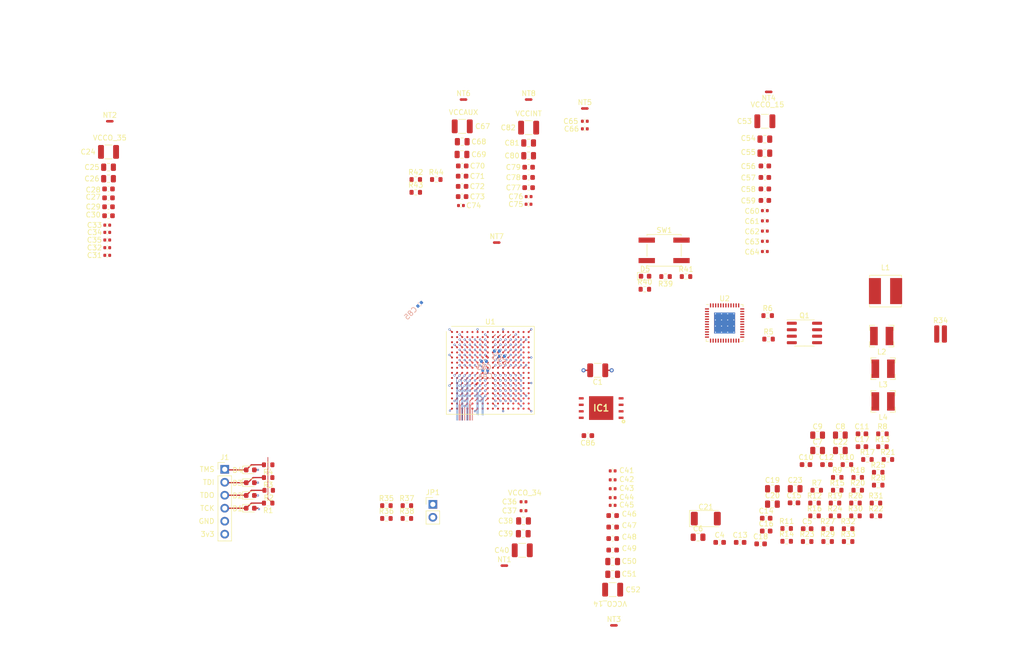
<source format=kicad_pcb>
(kicad_pcb (version 20171130) (host pcbnew 5.1.10-88a1d61d58~88~ubuntu20.04.1)
  (layers (0 Fsig.Cu signal) (1 1gnd.Cu power) (2 2sig.Cu signal) (3 3sig.Cu signal) (4 4pwr.Cu power) (31 Bsig.Cu signal) (34 B.Paste user) (35 F.Paste user) (36 B.SilkS user) (37 F.SilkS user) (38 B.Mask user) (39 F.Mask user) (44 Edge.Cuts user))
  (net 0 "")
  (net 1 GND)
  (net 2 "Net-(U1-PadT15)")
  (net 3 "Net-(U1-PadT14)")
  (net 4 "Net-(U1-PadT13)")
  (net 5 "Net-(U1-PadT10)")
  (net 6 "Net-(U1-PadT9)")
  (net 7 "Net-(U1-PadT8)")
  (net 8 "Net-(U1-PadT7)")
  (net 9 "Net-(U1-PadT5)")
  (net 10 "Net-(U1-PadT4)")
  (net 11 "Net-(U1-PadT3)")
  (net 12 "Net-(U1-PadT2)")
  (net 13 "Net-(U1-PadR16)")
  (net 14 "Net-(U1-PadR15)")
  (net 15 "Net-(U1-PadR12)")
  (net 16 "Net-(U1-PadR11)")
  (net 17 "Net-(U1-PadR10)")
  (net 18 "Net-(U1-PadR8)")
  (net 19 "Net-(U1-PadR7)")
  (net 20 "Net-(U1-PadR6)")
  (net 21 "Net-(U1-PadR5)")
  (net 22 "Net-(U1-PadR3)")
  (net 23 "Net-(U1-PadR2)")
  (net 24 "Net-(U1-PadR1)")
  (net 25 "Net-(U1-PadP16)")
  (net 26 "Net-(U1-PadP15)")
  (net 27 "Net-(U1-PadP14)")
  (net 28 "Net-(U1-PadP13)")
  (net 29 "Net-(U1-PadP11)")
  (net 30 "Net-(U1-PadP10)")
  (net 31 "Net-(U1-PadP9)")
  (net 32 "Net-(U1-PadP8)")
  (net 33 "Net-(U1-PadP6)")
  (net 34 "Net-(U1-PadP5)")
  (net 35 "Net-(U1-PadP4)")
  (net 36 "Net-(U1-PadP3)")
  (net 37 "Net-(U1-PadP1)")
  (net 38 "Net-(U1-PadN16)")
  (net 39 "Net-(U1-PadN14)")
  (net 40 "Net-(U1-PadN13)")
  (net 41 "Net-(U1-PadN12)")
  (net 42 "Net-(U1-PadN11)")
  (net 43 "Net-(U1-PadN9)")
  (net 44 "Net-(U1-PadN6)")
  (net 45 "Net-(U1-PadN4)")
  (net 46 "Net-(U1-PadN3)")
  (net 47 "Net-(U1-PadN2)")
  (net 48 "Net-(U1-PadN1)")
  (net 49 "Net-(U1-PadM16)")
  (net 50 "Net-(U1-PadM15)")
  (net 51 "Net-(U1-PadM14)")
  (net 52 "Net-(U1-PadM12)")
  (net 53 "Net-(U1-PadM6)")
  (net 54 "Net-(U1-PadM5)")
  (net 55 "Net-(U1-PadM4)")
  (net 56 "Net-(U1-PadM2)")
  (net 57 "Net-(U1-PadM1)")
  (net 58 "Net-(U1-PadL14)")
  (net 59 "Net-(U1-PadL13)")
  (net 60 "Net-(U1-PadL5)")
  (net 61 "Net-(U1-PadL4)")
  (net 62 "Net-(U1-PadL3)")
  (net 63 "Net-(U1-PadL2)")
  (net 64 "Net-(U1-PadK13)")
  (net 65 "Net-(U1-PadK12)")
  (net 66 "Net-(U1-PadK5)")
  (net 67 "Net-(U1-PadK3)")
  (net 68 "Net-(U1-PadK2)")
  (net 69 "Net-(U1-PadK1)")
  (net 70 "Net-(U1-PadJ5)")
  (net 71 "Net-(U1-PadJ4)")
  (net 72 "Net-(U1-PadJ3)")
  (net 73 "Net-(U1-PadJ1)")
  (net 74 "Net-(U1-PadH16)")
  (net 75 "Net-(U1-PadH14)")
  (net 76 "Net-(U1-PadH13)")
  (net 77 "Net-(U1-PadH12)")
  (net 78 "Net-(U1-PadH11)")
  (net 79 "Net-(U1-PadH5)")
  (net 80 "Net-(U1-PadH4)")
  (net 81 "Net-(U1-PadH3)")
  (net 82 "Net-(U1-PadH2)")
  (net 83 "Net-(U1-PadH1)")
  (net 84 "Net-(U1-PadG16)")
  (net 85 "Net-(U1-PadG15)")
  (net 86 "Net-(U1-PadG14)")
  (net 87 "Net-(U1-PadG12)")
  (net 88 "Net-(U1-PadG11)")
  (net 89 "Net-(U1-PadG5)")
  (net 90 "Net-(U1-PadG4)")
  (net 91 "Net-(U1-PadG2)")
  (net 92 "Net-(U1-PadG1)")
  (net 93 "Net-(U1-PadF15)")
  (net 94 "Net-(U1-PadF14)")
  (net 95 "Net-(U1-PadF13)")
  (net 96 "Net-(U1-PadF12)")
  (net 97 "Net-(U1-PadF5)")
  (net 98 "Net-(U1-PadF4)")
  (net 99 "Net-(U1-PadF3)")
  (net 100 "Net-(U1-PadF2)")
  (net 101 "Net-(U1-PadE16)")
  (net 102 "Net-(U1-PadE15)")
  (net 103 "Net-(U1-PadE13)")
  (net 104 "Net-(U1-PadE12)")
  (net 105 "Net-(U1-PadE11)")
  (net 106 "Net-(U1-PadE6)")
  (net 107 "Net-(U1-PadE5)")
  (net 108 "Net-(U1-PadE3)")
  (net 109 "Net-(U1-PadE2)")
  (net 110 "Net-(U1-PadE1)")
  (net 111 "Net-(U1-PadD16)")
  (net 112 "Net-(U1-PadD15)")
  (net 113 "Net-(U1-PadD14)")
  (net 114 "Net-(U1-PadD13)")
  (net 115 "Net-(U1-PadD11)")
  (net 116 "Net-(U1-PadD10)")
  (net 117 "Net-(U1-PadD9)")
  (net 118 "Net-(U1-PadD8)")
  (net 119 "Net-(U1-PadD6)")
  (net 120 "Net-(U1-PadD5)")
  (net 121 "Net-(U1-PadD4)")
  (net 122 "Net-(U1-PadD3)")
  (net 123 "Net-(U1-PadD1)")
  (net 124 "Net-(U1-PadC16)")
  (net 125 "Net-(U1-PadC14)")
  (net 126 "Net-(U1-PadC13)")
  (net 127 "Net-(U1-PadC12)")
  (net 128 "Net-(U1-PadC11)")
  (net 129 "Net-(U1-PadC9)")
  (net 130 "Net-(U1-PadC8)")
  (net 131 "Net-(U1-PadC7)")
  (net 132 "Net-(U1-PadC6)")
  (net 133 "Net-(U1-PadC4)")
  (net 134 "Net-(U1-PadC3)")
  (net 135 "Net-(U1-PadC2)")
  (net 136 "Net-(U1-PadC1)")
  (net 137 "Net-(U1-PadB16)")
  (net 138 "Net-(U1-PadB15)")
  (net 139 "Net-(U1-PadB14)")
  (net 140 "Net-(U1-PadB12)")
  (net 141 "Net-(U1-PadB11)")
  (net 142 "Net-(U1-PadB10)")
  (net 143 "Net-(U1-PadB9)")
  (net 144 "Net-(U1-PadB7)")
  (net 145 "Net-(U1-PadB6)")
  (net 146 "Net-(U1-PadB5)")
  (net 147 "Net-(U1-PadB4)")
  (net 148 "Net-(U1-PadB2)")
  (net 149 "Net-(U1-PadB1)")
  (net 150 "Net-(U1-PadA15)")
  (net 151 "Net-(U1-PadA14)")
  (net 152 "Net-(U1-PadA13)")
  (net 153 "Net-(U1-PadA12)")
  (net 154 "Net-(U1-PadA10)")
  (net 155 "Net-(U1-PadA9)")
  (net 156 "Net-(U1-PadA8)")
  (net 157 "Net-(U1-PadA7)")
  (net 158 "Net-(U1-PadA5)")
  (net 159 "Net-(U1-PadA4)")
  (net 160 "Net-(U1-PadA3)")
  (net 161 "Net-(U1-PadA2)")
  (net 162 +1V8)
  (net 163 /sheet60847A1B/JTAG_TDO_O)
  (net 164 /sheet60847A1B/JTAG_TDI_O)
  (net 165 /sheet60847A1B/JTAG_TMS_O)
  (net 166 /sheet60847A1B/JTAG_TCK_O)
  (net 167 +3V3)
  (net 168 "Net-(D1-Pad1)")
  (net 169 "Net-(D2-Pad1)")
  (net 170 "Net-(D3-Pad1)")
  (net 171 "Net-(D4-Pad1)")
  (net 172 "Net-(C4-Pad2)")
  (net 173 "Net-(C4-Pad1)")
  (net 174 "Net-(C5-Pad2)")
  (net 175 "Net-(C5-Pad1)")
  (net 176 "Net-(Q1-Pad4)")
  (net 177 "Net-(Q1-Pad2)")
  (net 178 "Net-(R7-Pad2)")
  (net 179 "Net-(R10-Pad2)")
  (net 180 +5V)
  (net 181 "Net-(C11-Pad1)")
  (net 182 "Net-(C12-Pad1)")
  (net 183 "Net-(C13-Pad1)")
  (net 184 "Net-(C14-Pad1)")
  (net 185 "Net-(C15-Pad1)")
  (net 186 "Net-(C16-Pad2)")
  (net 187 "Net-(C16-Pad1)")
  (net 188 "Net-(C17-Pad2)")
  (net 189 "Net-(C17-Pad1)")
  (net 190 "Net-(R11-Pad2)")
  (net 191 "Net-(R13-Pad2)")
  (net 192 "Net-(R15-Pad2)")
  (net 193 "Net-(R17-Pad2)")
  (net 194 "Net-(R19-Pad2)")
  (net 195 "Net-(R21-Pad1)")
  (net 196 "Net-(R22-Pad1)")
  (net 197 "Net-(R23-Pad1)")
  (net 198 "Net-(R24-Pad1)")
  (net 199 "Net-(R25-Pad2)")
  (net 200 "Net-(R26-Pad2)")
  (net 201 "Net-(R28-Pad2)")
  (net 202 "Net-(R30-Pad2)")
  (net 203 "Net-(R32-Pad2)")
  (net 204 SNS0V95+)
  (net 205 PG_ALL)
  (net 206 SNS0V95-)
  (net 207 "Net-(C67-Pad2)")
  (net 208 "Net-(C75-Pad2)")
  (net 209 vccadc)
  (net 210 gndadc)
  (net 211 VREFP_0)
  (net 212 VREFN_0)
  (net 213 MODE_2)
  (net 214 "Net-(R35-Pad2)")
  (net 215 MODE_0)
  (net 216 MODE_1)
  (net 217 mode2)
  (net 218 mode1)
  (net 219 mode0)
  (net 220 PROGRAM_B_0)
  (net 221 INIT_B_0)
  (net 222 V_N)
  (net 223 DONE_0)
  (net 224 V_P)
  (net 225 QSPI_SCK)
  (net 226 "Net-(D5-Pad2)")
  (net 227 VCCO_34)
  (net 228 VCCO_35)
  (net 229 VCCO_14)
  (net 230 VCCO_15)
  (net 231 VCCBRAM)
  (net 232 VCCO_0)
  (net 233 VCCAUX)
  (net 234 VCCINT)
  (net 235 QSPI_DQ3)
  (net 236 QSPI_SI)
  (net 237 QSPI_DQ2)
  (net 238 QSPI_DQ1)
  (net 239 QSPI_FCS)
  (net 240 QSPI_CSO_B)
  (net 241 QSPI_CSI_B)
  (net 242 QSPI_PUDC_B)
  (net 243 QSPI_FWE_B)
  (net 244 QSPI_FOE_B)
  (module Capacitor_SMD:C_0603_1608Metric (layer Fsig.Cu) (at 153.4 112.125 180)
    (fp_text reference C86 (at 0 -1.43) (layer F.SilkS))
    (fp_text value 100nF)
    (pad 2 smd roundrect (at 0.775 0 180) (size 0.9 0.95) (layers Fsig.Cu F.Paste F.Mask) (net 167 +3V3))
    (pad 1 smd roundrect (at -0.775 0 180) (size 0.9 0.95) (layers Fsig.Cu F.Paste F.Mask) (net 1 GND))
  )
  (module Resistor_SMD:R_0603_1608Metric (layer Fsig.Cu) (at 123.715001 61.980001)
    (fp_text reference R44 (at 0 -1.43) (layer F.SilkS))
    (fp_text value 4.7k)
    (pad 2 smd roundrect (at 0.825 0) (size 0.8 0.95) (layers Fsig.Cu F.Paste F.Mask) (net 235 QSPI_DQ3))
    (pad 1 smd roundrect (at -0.825 0) (size 0.8 0.95) (layers Fsig.Cu F.Paste F.Mask) (net 232 VCCO_0))
  )
  (module Resistor_SMD:R_0603_1608Metric (layer Fsig.Cu) (at 119.705001 64.490001)
    (fp_text reference R43 (at 0 -1.43) (layer F.SilkS))
    (fp_text value 4.7k)
    (pad 2 smd roundrect (at 0.825 0) (size 0.8 0.95) (layers Fsig.Cu F.Paste F.Mask) (net 237 QSPI_DQ2))
    (pad 1 smd roundrect (at -0.825 0) (size 0.8 0.95) (layers Fsig.Cu F.Paste F.Mask) (net 232 VCCO_0))
  )
  (module Resistor_SMD:R_0603_1608Metric (layer Fsig.Cu) (at 119.705001 61.980001)
    (fp_text reference R42 (at 0 -1.43) (layer F.SilkS))
    (fp_text value 2.4k)
    (pad 2 smd roundrect (at 0.825 0) (size 0.8 0.95) (layers Fsig.Cu F.Paste F.Mask) (net 239 QSPI_FCS))
    (pad 1 smd roundrect (at -0.825 0) (size 0.8 0.95) (layers Fsig.Cu F.Paste F.Mask) (net 232 VCCO_0))
  )
  (module Package_BGA:Xilinx_FTG256 (layer Fsig.Cu) (at 134.303 99.335)
    (fp_text reference U1 (at 0 -9.5) (layer F.SilkS))
    (fp_text value XC7A75T-FTG256)
    (pad T16 smd circle (at 7.5 7.5) (size 0.4 0.4) (layers Fsig.Cu F.Paste F.Mask) (net 1 GND))
    (pad T15 smd circle (at 6.5 7.5) (size 0.4 0.4) (layers Fsig.Cu F.Paste F.Mask) (net 2 "Net-(U1-PadT15)"))
    (pad T14 smd circle (at 5.5 7.5) (size 0.4 0.4) (layers Fsig.Cu F.Paste F.Mask) (net 3 "Net-(U1-PadT14)"))
    (pad T13 smd circle (at 4.5 7.5) (size 0.4 0.4) (layers Fsig.Cu F.Paste F.Mask) (net 4 "Net-(U1-PadT13)"))
    (pad T12 smd circle (at 3.5 7.5) (size 0.4 0.4) (layers Fsig.Cu F.Paste F.Mask) (net 240 QSPI_CSO_B))
    (pad T11 smd circle (at 2.5 7.5) (size 0.4 0.4) (layers Fsig.Cu F.Paste F.Mask) (net 229 VCCO_14))
    (pad T10 smd circle (at 1.5 7.5) (size 0.4 0.4) (layers Fsig.Cu F.Paste F.Mask) (net 5 "Net-(U1-PadT10)"))
    (pad T9 smd circle (at 0.5 7.5) (size 0.4 0.4) (layers Fsig.Cu F.Paste F.Mask) (net 6 "Net-(U1-PadT9)"))
    (pad T8 smd circle (at -0.5 7.5) (size 0.4 0.4) (layers Fsig.Cu F.Paste F.Mask) (net 7 "Net-(U1-PadT8)"))
    (pad T7 smd circle (at -1.5 7.5) (size 0.4 0.4) (layers Fsig.Cu F.Paste F.Mask) (net 8 "Net-(U1-PadT7)"))
    (pad T6 smd circle (at -2.5 7.5) (size 0.4 0.4) (layers Fsig.Cu F.Paste F.Mask) (net 1 GND))
    (pad T5 smd circle (at -3.5 7.5) (size 0.4 0.4) (layers Fsig.Cu F.Paste F.Mask) (net 9 "Net-(U1-PadT5)"))
    (pad T4 smd circle (at -4.5 7.5) (size 0.4 0.4) (layers Fsig.Cu F.Paste F.Mask) (net 10 "Net-(U1-PadT4)"))
    (pad T3 smd circle (at -5.5 7.5) (size 0.4 0.4) (layers Fsig.Cu F.Paste F.Mask) (net 11 "Net-(U1-PadT3)"))
    (pad T2 smd circle (at -6.5 7.5) (size 0.4 0.4) (layers Fsig.Cu F.Paste F.Mask) (net 12 "Net-(U1-PadT2)"))
    (pad T1 smd circle (at -7.5 7.5) (size 0.4 0.4) (layers Fsig.Cu F.Paste F.Mask) (net 227 VCCO_34))
    (pad R16 smd circle (at 7.5 6.5) (size 0.4 0.4) (layers Fsig.Cu F.Paste F.Mask) (net 13 "Net-(U1-PadR16)"))
    (pad R15 smd circle (at 6.5 6.5) (size 0.4 0.4) (layers Fsig.Cu F.Paste F.Mask) (net 14 "Net-(U1-PadR15)"))
    (pad R14 smd circle (at 5.5 6.5) (size 0.4 0.4) (layers Fsig.Cu F.Paste F.Mask) (net 229 VCCO_14))
    (pad R13 smd circle (at 4.5 6.5) (size 0.4 0.4) (layers Fsig.Cu F.Paste F.Mask) (net 241 QSPI_CSI_B))
    (pad R12 smd circle (at 3.5 6.5) (size 0.4 0.4) (layers Fsig.Cu F.Paste F.Mask) (net 15 "Net-(U1-PadR12)"))
    (pad R11 smd circle (at 2.5 6.5) (size 0.4 0.4) (layers Fsig.Cu F.Paste F.Mask) (net 16 "Net-(U1-PadR11)"))
    (pad R10 smd circle (at 1.5 6.5) (size 0.4 0.4) (layers Fsig.Cu F.Paste F.Mask) (net 17 "Net-(U1-PadR10)"))
    (pad R9 smd circle (at 0.5 6.5) (size 0.4 0.4) (layers Fsig.Cu F.Paste F.Mask) (net 1 GND))
    (pad R8 smd circle (at -0.5 6.5) (size 0.4 0.4) (layers Fsig.Cu F.Paste F.Mask) (net 18 "Net-(U1-PadR8)"))
    (pad R7 smd circle (at -1.5 6.5) (size 0.4 0.4) (layers Fsig.Cu F.Paste F.Mask) (net 19 "Net-(U1-PadR7)"))
    (pad R6 smd circle (at -2.5 6.5) (size 0.4 0.4) (layers Fsig.Cu F.Paste F.Mask) (net 20 "Net-(U1-PadR6)"))
    (pad R5 smd circle (at -3.5 6.5) (size 0.4 0.4) (layers Fsig.Cu F.Paste F.Mask) (net 21 "Net-(U1-PadR5)"))
    (pad R4 smd circle (at -4.5 6.5) (size 0.4 0.4) (layers Fsig.Cu F.Paste F.Mask) (net 227 VCCO_34))
    (pad R3 smd circle (at -5.5 6.5) (size 0.4 0.4) (layers Fsig.Cu F.Paste F.Mask) (net 22 "Net-(U1-PadR3)"))
    (pad R2 smd circle (at -6.5 6.5) (size 0.4 0.4) (layers Fsig.Cu F.Paste F.Mask) (net 23 "Net-(U1-PadR2)"))
    (pad R1 smd circle (at -7.5 6.5) (size 0.4 0.4) (layers Fsig.Cu F.Paste F.Mask) (net 24 "Net-(U1-PadR1)"))
    (pad P16 smd circle (at 7.5 5.5) (size 0.4 0.4) (layers Fsig.Cu F.Paste F.Mask) (net 25 "Net-(U1-PadP16)"))
    (pad P15 smd circle (at 6.5 5.5) (size 0.4 0.4) (layers Fsig.Cu F.Paste F.Mask) (net 26 "Net-(U1-PadP15)"))
    (pad P14 smd circle (at 5.5 5.5) (size 0.4 0.4) (layers Fsig.Cu F.Paste F.Mask) (net 27 "Net-(U1-PadP14)"))
    (pad P13 smd circle (at 4.5 5.5) (size 0.4 0.4) (layers Fsig.Cu F.Paste F.Mask) (net 28 "Net-(U1-PadP13)"))
    (pad P12 smd circle (at 3.5 5.5) (size 0.4 0.4) (layers Fsig.Cu F.Paste F.Mask) (net 1 GND))
    (pad P11 smd circle (at 2.5 5.5) (size 0.4 0.4) (layers Fsig.Cu F.Paste F.Mask) (net 29 "Net-(U1-PadP11)"))
    (pad P10 smd circle (at 1.5 5.5) (size 0.4 0.4) (layers Fsig.Cu F.Paste F.Mask) (net 30 "Net-(U1-PadP10)"))
    (pad P9 smd circle (at 0.5 5.5) (size 0.4 0.4) (layers Fsig.Cu F.Paste F.Mask) (net 31 "Net-(U1-PadP9)"))
    (pad P8 smd circle (at -0.5 5.5) (size 0.4 0.4) (layers Fsig.Cu F.Paste F.Mask) (net 32 "Net-(U1-PadP8)"))
    (pad P7 smd circle (at -1.5 5.5) (size 0.4 0.4) (layers Fsig.Cu F.Paste F.Mask) (net 229 VCCO_14))
    (pad P6 smd circle (at -2.5 5.5) (size 0.4 0.4) (layers Fsig.Cu F.Paste F.Mask) (net 33 "Net-(U1-PadP6)"))
    (pad P5 smd circle (at -3.5 5.5) (size 0.4 0.4) (layers Fsig.Cu F.Paste F.Mask) (net 34 "Net-(U1-PadP5)"))
    (pad P4 smd circle (at -4.5 5.5) (size 0.4 0.4) (layers Fsig.Cu F.Paste F.Mask) (net 35 "Net-(U1-PadP4)"))
    (pad P3 smd circle (at -5.5 5.5) (size 0.4 0.4) (layers Fsig.Cu F.Paste F.Mask) (net 36 "Net-(U1-PadP3)"))
    (pad P2 smd circle (at -6.5 5.5) (size 0.4 0.4) (layers Fsig.Cu F.Paste F.Mask) (net 1 GND))
    (pad P1 smd circle (at -7.5 5.5) (size 0.4 0.4) (layers Fsig.Cu F.Paste F.Mask) (net 37 "Net-(U1-PadP1)"))
    (pad N16 smd circle (at 7.5 4.5) (size 0.4 0.4) (layers Fsig.Cu F.Paste F.Mask) (net 38 "Net-(U1-PadN16)"))
    (pad N15 smd circle (at 6.5 4.5) (size 0.4 0.4) (layers Fsig.Cu F.Paste F.Mask) (net 1 GND))
    (pad N14 smd circle (at 5.5 4.5) (size 0.4 0.4) (layers Fsig.Cu F.Paste F.Mask) (net 39 "Net-(U1-PadN14)"))
    (pad N13 smd circle (at 4.5 4.5) (size 0.4 0.4) (layers Fsig.Cu F.Paste F.Mask) (net 40 "Net-(U1-PadN13)"))
    (pad N12 smd circle (at 3.5 4.5) (size 0.4 0.4) (layers Fsig.Cu F.Paste F.Mask) (net 41 "Net-(U1-PadN12)"))
    (pad N11 smd circle (at 2.5 4.5) (size 0.4 0.4) (layers Fsig.Cu F.Paste F.Mask) (net 42 "Net-(U1-PadN11)"))
    (pad N10 smd circle (at 1.5 4.5) (size 0.4 0.4) (layers Fsig.Cu F.Paste F.Mask) (net 229 VCCO_14))
    (pad N9 smd circle (at 0.5 4.5) (size 0.4 0.4) (layers Fsig.Cu F.Paste F.Mask) (net 43 "Net-(U1-PadN9)"))
    (pad N8 smd circle (at -0.5 4.5) (size 0.4 0.4) (layers Fsig.Cu F.Paste F.Mask) (net 163 /sheet60847A1B/JTAG_TDO_O))
    (pad N7 smd circle (at -1.5 4.5) (size 0.4 0.4) (layers Fsig.Cu F.Paste F.Mask) (net 164 /sheet60847A1B/JTAG_TDI_O))
    (pad N6 smd circle (at -2.5 4.5) (size 0.4 0.4) (layers Fsig.Cu F.Paste F.Mask) (net 44 "Net-(U1-PadN6)"))
    (pad N5 smd circle (at -3.5 4.5) (size 0.4 0.4) (layers Fsig.Cu F.Paste F.Mask) (net 1 GND))
    (pad N4 smd circle (at -4.5 4.5) (size 0.4 0.4) (layers Fsig.Cu F.Paste F.Mask) (net 45 "Net-(U1-PadN4)"))
    (pad N3 smd circle (at -5.5 4.5) (size 0.4 0.4) (layers Fsig.Cu F.Paste F.Mask) (net 46 "Net-(U1-PadN3)"))
    (pad N2 smd circle (at -6.5 4.5) (size 0.4 0.4) (layers Fsig.Cu F.Paste F.Mask) (net 47 "Net-(U1-PadN2)"))
    (pad N1 smd circle (at -7.5 4.5) (size 0.4 0.4) (layers Fsig.Cu F.Paste F.Mask) (net 48 "Net-(U1-PadN1)"))
    (pad M16 smd circle (at 7.5 3.5) (size 0.4 0.4) (layers Fsig.Cu F.Paste F.Mask) (net 49 "Net-(U1-PadM16)"))
    (pad M15 smd circle (at 6.5 3.5) (size 0.4 0.4) (layers Fsig.Cu F.Paste F.Mask) (net 50 "Net-(U1-PadM15)"))
    (pad M14 smd circle (at 5.5 3.5) (size 0.4 0.4) (layers Fsig.Cu F.Paste F.Mask) (net 51 "Net-(U1-PadM14)"))
    (pad M13 smd circle (at 4.5 3.5) (size 0.4 0.4) (layers Fsig.Cu F.Paste F.Mask) (net 229 VCCO_14))
    (pad M12 smd circle (at 3.5 3.5) (size 0.4 0.4) (layers Fsig.Cu F.Paste F.Mask) (net 52 "Net-(U1-PadM12)"))
    (pad M11 smd circle (at 2.5 3.5) (size 0.4 0.4) (layers Fsig.Cu F.Paste F.Mask) (net 217 mode2))
    (pad M10 smd circle (at 1.5 3.5) (size 0.4 0.4) (layers Fsig.Cu F.Paste F.Mask) (net 218 mode1))
    (pad M9 smd circle (at 0.5 3.5) (size 0.4 0.4) (layers Fsig.Cu F.Paste F.Mask) (net 219 mode0))
    (pad M8 smd circle (at -0.5 3.5) (size 0.4 0.4) (layers Fsig.Cu F.Paste F.Mask) (net 1 GND))
    (pad M7 smd circle (at -1.5 3.5) (size 0.4 0.4) (layers Fsig.Cu F.Paste F.Mask) (net 165 /sheet60847A1B/JTAG_TMS_O))
    (pad M6 smd circle (at -2.5 3.5) (size 0.4 0.4) (layers Fsig.Cu F.Paste F.Mask) (net 53 "Net-(U1-PadM6)"))
    (pad M5 smd circle (at -3.5 3.5) (size 0.4 0.4) (layers Fsig.Cu F.Paste F.Mask) (net 54 "Net-(U1-PadM5)"))
    (pad M4 smd circle (at -4.5 3.5) (size 0.4 0.4) (layers Fsig.Cu F.Paste F.Mask) (net 55 "Net-(U1-PadM4)"))
    (pad M3 smd circle (at -5.5 3.5) (size 0.4 0.4) (layers Fsig.Cu F.Paste F.Mask) (net 227 VCCO_34))
    (pad M2 smd circle (at -6.5 3.5) (size 0.4 0.4) (layers Fsig.Cu F.Paste F.Mask) (net 56 "Net-(U1-PadM2)"))
    (pad M1 smd circle (at -7.5 3.5) (size 0.4 0.4) (layers Fsig.Cu F.Paste F.Mask) (net 57 "Net-(U1-PadM1)"))
    (pad L16 smd circle (at 7.5 2.5) (size 0.4 0.4) (layers Fsig.Cu F.Paste F.Mask) (net 229 VCCO_14))
    (pad L15 smd circle (at 6.5 2.5) (size 0.4 0.4) (layers Fsig.Cu F.Paste F.Mask) (net 242 QSPI_PUDC_B))
    (pad L14 smd circle (at 5.5 2.5) (size 0.4 0.4) (layers Fsig.Cu F.Paste F.Mask) (net 58 "Net-(U1-PadL14)"))
    (pad L13 smd circle (at 4.5 2.5) (size 0.4 0.4) (layers Fsig.Cu F.Paste F.Mask) (net 59 "Net-(U1-PadL13)"))
    (pad L12 smd circle (at 3.5 2.5) (size 0.4 0.4) (layers Fsig.Cu F.Paste F.Mask) (net 239 QSPI_FCS))
    (pad L11 smd circle (at 2.5 2.5) (size 0.4 0.4) (layers Fsig.Cu F.Paste F.Mask) (net 1 GND))
    (pad L10 smd circle (at 1.5 2.5) (size 0.4 0.4) (layers Fsig.Cu F.Paste F.Mask) (net 233 VCCAUX))
    (pad L9 smd circle (at 0.5 2.5) (size 0.4 0.4) (layers Fsig.Cu F.Paste F.Mask) (net 220 PROGRAM_B_0))
    (pad L8 smd circle (at -0.5 2.5) (size 0.4 0.4) (layers Fsig.Cu F.Paste F.Mask) (net 234 VCCINT))
    (pad L7 smd circle (at -1.5 2.5) (size 0.4 0.4) (layers Fsig.Cu F.Paste F.Mask) (net 166 /sheet60847A1B/JTAG_TCK_O))
    (pad L6 smd circle (at -2.5 2.5) (size 0.4 0.4) (layers Fsig.Cu F.Paste F.Mask) (net 232 VCCO_0))
    (pad L5 smd circle (at -3.5 2.5) (size 0.4 0.4) (layers Fsig.Cu F.Paste F.Mask) (net 60 "Net-(U1-PadL5)"))
    (pad L4 smd circle (at -4.5 2.5) (size 0.4 0.4) (layers Fsig.Cu F.Paste F.Mask) (net 61 "Net-(U1-PadL4)"))
    (pad L3 smd circle (at -5.5 2.5) (size 0.4 0.4) (layers Fsig.Cu F.Paste F.Mask) (net 62 "Net-(U1-PadL3)"))
    (pad L2 smd circle (at -6.5 2.5) (size 0.4 0.4) (layers Fsig.Cu F.Paste F.Mask) (net 63 "Net-(U1-PadL2)"))
    (pad L1 smd circle (at -7.5 2.5) (size 0.4 0.4) (layers Fsig.Cu F.Paste F.Mask) (net 1 GND))
    (pad K16 smd circle (at 7.5 1.5) (size 0.4 0.4) (layers Fsig.Cu F.Paste F.Mask) (net 235 QSPI_DQ3))
    (pad K15 smd circle (at 6.5 1.5) (size 0.4 0.4) (layers Fsig.Cu F.Paste F.Mask) (net 237 QSPI_DQ2))
    (pad K14 smd circle (at 5.5 1.5) (size 0.4 0.4) (layers Fsig.Cu F.Paste F.Mask) (net 1 GND))
    (pad K13 smd circle (at 4.5 1.5) (size 0.4 0.4) (layers Fsig.Cu F.Paste F.Mask) (net 64 "Net-(U1-PadK13)"))
    (pad K12 smd circle (at 3.5 1.5) (size 0.4 0.4) (layers Fsig.Cu F.Paste F.Mask) (net 65 "Net-(U1-PadK12)"))
    (pad K11 smd circle (at 2.5 1.5) (size 0.4 0.4) (layers Fsig.Cu F.Paste F.Mask) (net 233 VCCAUX))
    (pad K10 smd circle (at 1.5 1.5) (size 0.4 0.4) (layers Fsig.Cu F.Paste F.Mask) (net 221 INIT_B_0))
    (pad K9 smd circle (at 0.5 1.5) (size 0.4 0.4) (layers Fsig.Cu F.Paste F.Mask) (net 234 VCCINT))
    (pad K8 smd circle (at -0.5 1.5) (size 0.4 0.4) (layers Fsig.Cu F.Paste F.Mask) (net 1 GND))
    (pad K7 smd circle (at -1.5 1.5) (size 0.4 0.4) (layers Fsig.Cu F.Paste F.Mask) (net 1 GND))
    (pad K6 smd circle (at -2.5 1.5) (size 0.4 0.4) (layers Fsig.Cu F.Paste F.Mask) (net 1 GND))
    (pad K5 smd circle (at -3.5 1.5) (size 0.4 0.4) (layers Fsig.Cu F.Paste F.Mask) (net 66 "Net-(U1-PadK5)"))
    (pad K4 smd circle (at -4.5 1.5) (size 0.4 0.4) (layers Fsig.Cu F.Paste F.Mask) (net 1 GND))
    (pad K3 smd circle (at -5.5 1.5) (size 0.4 0.4) (layers Fsig.Cu F.Paste F.Mask) (net 67 "Net-(U1-PadK3)"))
    (pad K2 smd circle (at -6.5 1.5) (size 0.4 0.4) (layers Fsig.Cu F.Paste F.Mask) (net 68 "Net-(U1-PadK2)"))
    (pad K1 smd circle (at -7.5 1.5) (size 0.4 0.4) (layers Fsig.Cu F.Paste F.Mask) (net 69 "Net-(U1-PadK1)"))
    (pad J16 smd circle (at 7.5 0.5) (size 0.4 0.4) (layers Fsig.Cu F.Paste F.Mask) (net 243 QSPI_FWE_B))
    (pad J15 smd circle (at 6.5 0.5) (size 0.4 0.4) (layers Fsig.Cu F.Paste F.Mask) (net 244 QSPI_FOE_B))
    (pad J14 smd circle (at 5.5 0.5) (size 0.4 0.4) (layers Fsig.Cu F.Paste F.Mask) (net 238 QSPI_DQ1))
    (pad J13 smd circle (at 4.5 0.5) (size 0.4 0.4) (layers Fsig.Cu F.Paste F.Mask) (net 236 QSPI_SI))
    (pad J12 smd circle (at 3.5 0.5) (size 0.4 0.4) (layers Fsig.Cu F.Paste F.Mask) (net 230 VCCO_15))
    (pad J11 smd circle (at 2.5 0.5) (size 0.4 0.4) (layers Fsig.Cu F.Paste F.Mask) (net 1 GND))
    (pad J10 smd circle (at 1.5 0.5) (size 0.4 0.4) (layers Fsig.Cu F.Paste F.Mask) (net 233 VCCAUX))
    (pad J9 smd circle (at 0.5 0.5) (size 0.4 0.4) (layers Fsig.Cu F.Paste F.Mask) (net 1 GND))
    (pad J8 smd circle (at -0.5 0.5) (size 0.4 0.4) (layers Fsig.Cu F.Paste F.Mask) (net 211 VREFP_0))
    (pad J7 smd circle (at -1.5 0.5) (size 0.4 0.4) (layers Fsig.Cu F.Paste F.Mask) (net 222 V_N))
    (pad J6 smd circle (at -2.5 0.5) (size 0.4 0.4) (layers Fsig.Cu F.Paste F.Mask) (net 234 VCCINT))
    (pad J5 smd circle (at -3.5 0.5) (size 0.4 0.4) (layers Fsig.Cu F.Paste F.Mask) (net 70 "Net-(U1-PadJ5)"))
    (pad J4 smd circle (at -4.5 0.5) (size 0.4 0.4) (layers Fsig.Cu F.Paste F.Mask) (net 71 "Net-(U1-PadJ4)"))
    (pad J3 smd circle (at -5.5 0.5) (size 0.4 0.4) (layers Fsig.Cu F.Paste F.Mask) (net 72 "Net-(U1-PadJ3)"))
    (pad J2 smd circle (at -6.5 0.5) (size 0.4 0.4) (layers Fsig.Cu F.Paste F.Mask) (net 228 VCCO_35))
    (pad J1 smd circle (at -7.5 0.5) (size 0.4 0.4) (layers Fsig.Cu F.Paste F.Mask) (net 73 "Net-(U1-PadJ1)"))
    (pad H16 smd circle (at 7.5 -0.5) (size 0.4 0.4) (layers Fsig.Cu F.Paste F.Mask) (net 74 "Net-(U1-PadH16)"))
    (pad H15 smd circle (at 6.5 -0.5) (size 0.4 0.4) (layers Fsig.Cu F.Paste F.Mask) (net 230 VCCO_15))
    (pad H14 smd circle (at 5.5 -0.5) (size 0.4 0.4) (layers Fsig.Cu F.Paste F.Mask) (net 75 "Net-(U1-PadH14)"))
    (pad H13 smd circle (at 4.5 -0.5) (size 0.4 0.4) (layers Fsig.Cu F.Paste F.Mask) (net 76 "Net-(U1-PadH13)"))
    (pad H12 smd circle (at 3.5 -0.5) (size 0.4 0.4) (layers Fsig.Cu F.Paste F.Mask) (net 77 "Net-(U1-PadH12)"))
    (pad H11 smd circle (at 2.5 -0.5) (size 0.4 0.4) (layers Fsig.Cu F.Paste F.Mask) (net 78 "Net-(U1-PadH11)"))
    (pad H10 smd circle (at 1.5 -0.5) (size 0.4 0.4) (layers Fsig.Cu F.Paste F.Mask) (net 223 DONE_0))
    (pad H9 smd circle (at 0.5 -0.5) (size 0.4 0.4) (layers Fsig.Cu F.Paste F.Mask) (net 234 VCCINT))
    (pad H8 smd circle (at -0.5 -0.5) (size 0.4 0.4) (layers Fsig.Cu F.Paste F.Mask) (net 224 V_P))
    (pad H7 smd circle (at -1.5 -0.5) (size 0.4 0.4) (layers Fsig.Cu F.Paste F.Mask) (net 212 VREFN_0))
    (pad H6 smd circle (at -2.5 -0.5) (size 0.4 0.4) (layers Fsig.Cu F.Paste F.Mask) (net 1 GND))
    (pad H5 smd circle (at -3.5 -0.5) (size 0.4 0.4) (layers Fsig.Cu F.Paste F.Mask) (net 79 "Net-(U1-PadH5)"))
    (pad H4 smd circle (at -4.5 -0.5) (size 0.4 0.4) (layers Fsig.Cu F.Paste F.Mask) (net 80 "Net-(U1-PadH4)"))
    (pad H3 smd circle (at -5.5 -0.5) (size 0.4 0.4) (layers Fsig.Cu F.Paste F.Mask) (net 81 "Net-(U1-PadH3)"))
    (pad H2 smd circle (at -6.5 -0.5) (size 0.4 0.4) (layers Fsig.Cu F.Paste F.Mask) (net 82 "Net-(U1-PadH2)"))
    (pad H1 smd circle (at -7.5 -0.5) (size 0.4 0.4) (layers Fsig.Cu F.Paste F.Mask) (net 83 "Net-(U1-PadH1)"))
    (pad G16 smd circle (at 7.5 -1.5) (size 0.4 0.4) (layers Fsig.Cu F.Paste F.Mask) (net 84 "Net-(U1-PadG16)"))
    (pad G15 smd circle (at 6.5 -1.5) (size 0.4 0.4) (layers Fsig.Cu F.Paste F.Mask) (net 85 "Net-(U1-PadG15)"))
    (pad G14 smd circle (at 5.5 -1.5) (size 0.4 0.4) (layers Fsig.Cu F.Paste F.Mask) (net 86 "Net-(U1-PadG14)"))
    (pad G13 smd circle (at 4.5 -1.5) (size 0.4 0.4) (layers Fsig.Cu F.Paste F.Mask) (net 1 GND))
    (pad G12 smd circle (at 3.5 -1.5) (size 0.4 0.4) (layers Fsig.Cu F.Paste F.Mask) (net 87 "Net-(U1-PadG12)"))
    (pad G11 smd circle (at 2.5 -1.5) (size 0.4 0.4) (layers Fsig.Cu F.Paste F.Mask) (net 88 "Net-(U1-PadG11)"))
    (pad G10 smd circle (at 1.5 -1.5) (size 0.4 0.4) (layers Fsig.Cu F.Paste F.Mask) (net 233 VCCAUX))
    (pad G9 smd circle (at 0.5 -1.5) (size 0.4 0.4) (layers Fsig.Cu F.Paste F.Mask) (net 1 GND))
    (pad G8 smd circle (at -0.5 -1.5) (size 0.4 0.4) (layers Fsig.Cu F.Paste F.Mask) (net 209 vccadc))
    (pad G7 smd circle (at -1.5 -1.5) (size 0.4 0.4) (layers Fsig.Cu F.Paste F.Mask) (net 210 gndadc))
    (pad G6 smd circle (at -2.5 -1.5) (size 0.4 0.4) (layers Fsig.Cu F.Paste F.Mask) (net 234 VCCINT))
    (pad G5 smd circle (at -3.5 -1.5) (size 0.4 0.4) (layers Fsig.Cu F.Paste F.Mask) (net 89 "Net-(U1-PadG5)"))
    (pad G4 smd circle (at -4.5 -1.5) (size 0.4 0.4) (layers Fsig.Cu F.Paste F.Mask) (net 90 "Net-(U1-PadG4)"))
    (pad G3 smd circle (at -5.5 -1.5) (size 0.4 0.4) (layers Fsig.Cu F.Paste F.Mask) (net 1 GND))
    (pad G2 smd circle (at -6.5 -1.5) (size 0.4 0.4) (layers Fsig.Cu F.Paste F.Mask) (net 91 "Net-(U1-PadG2)"))
    (pad G1 smd circle (at -7.5 -1.5) (size 0.4 0.4) (layers Fsig.Cu F.Paste F.Mask) (net 92 "Net-(U1-PadG1)"))
    (pad F16 smd circle (at 7.5 -2.5) (size 0.4 0.4) (layers Fsig.Cu F.Paste F.Mask) (net 1 GND))
    (pad F15 smd circle (at 6.5 -2.5) (size 0.4 0.4) (layers Fsig.Cu F.Paste F.Mask) (net 93 "Net-(U1-PadF15)"))
    (pad F14 smd circle (at 5.5 -2.5) (size 0.4 0.4) (layers Fsig.Cu F.Paste F.Mask) (net 94 "Net-(U1-PadF14)"))
    (pad F13 smd circle (at 4.5 -2.5) (size 0.4 0.4) (layers Fsig.Cu F.Paste F.Mask) (net 95 "Net-(U1-PadF13)"))
    (pad F12 smd circle (at 3.5 -2.5) (size 0.4 0.4) (layers Fsig.Cu F.Paste F.Mask) (net 96 "Net-(U1-PadF12)"))
    (pad F11 smd circle (at 2.5 -2.5) (size 0.4 0.4) (layers Fsig.Cu F.Paste F.Mask) (net 231 VCCBRAM))
    (pad F10 smd circle (at 1.5 -2.5) (size 0.4 0.4) (layers Fsig.Cu F.Paste F.Mask) (net 1 GND))
    (pad F9 smd circle (at 0.5 -2.5) (size 0.4 0.4) (layers Fsig.Cu F.Paste F.Mask) (net 234 VCCINT))
    (pad F8 smd circle (at -0.5 -2.5) (size 0.4 0.4) (layers Fsig.Cu F.Paste F.Mask) (net 1 GND))
    (pad F7 smd circle (at -1.5 -2.5) (size 0.4 0.4) (layers Fsig.Cu F.Paste F.Mask) (net 234 VCCINT))
    (pad F6 smd circle (at -2.5 -2.5) (size 0.4 0.4) (layers Fsig.Cu F.Paste F.Mask) (net 1 GND))
    (pad F5 smd circle (at -3.5 -2.5) (size 0.4 0.4) (layers Fsig.Cu F.Paste F.Mask) (net 97 "Net-(U1-PadF5)"))
    (pad F4 smd circle (at -4.5 -2.5) (size 0.4 0.4) (layers Fsig.Cu F.Paste F.Mask) (net 98 "Net-(U1-PadF4)"))
    (pad F3 smd circle (at -5.5 -2.5) (size 0.4 0.4) (layers Fsig.Cu F.Paste F.Mask) (net 99 "Net-(U1-PadF3)"))
    (pad F2 smd circle (at -6.5 -2.5) (size 0.4 0.4) (layers Fsig.Cu F.Paste F.Mask) (net 100 "Net-(U1-PadF2)"))
    (pad F1 smd circle (at -7.5 -2.5) (size 0.4 0.4) (layers Fsig.Cu F.Paste F.Mask) (net 228 VCCO_35))
    (pad E16 smd circle (at 7.5 -3.5) (size 0.4 0.4) (layers Fsig.Cu F.Paste F.Mask) (net 101 "Net-(U1-PadE16)"))
    (pad E15 smd circle (at 6.5 -3.5) (size 0.4 0.4) (layers Fsig.Cu F.Paste F.Mask) (net 102 "Net-(U1-PadE15)"))
    (pad E14 smd circle (at 5.5 -3.5) (size 0.4 0.4) (layers Fsig.Cu F.Paste F.Mask) (net 230 VCCO_15))
    (pad E13 smd circle (at 4.5 -3.5) (size 0.4 0.4) (layers Fsig.Cu F.Paste F.Mask) (net 103 "Net-(U1-PadE13)"))
    (pad E12 smd circle (at 3.5 -3.5) (size 0.4 0.4) (layers Fsig.Cu F.Paste F.Mask) (net 104 "Net-(U1-PadE12)"))
    (pad E11 smd circle (at 2.5 -3.5) (size 0.4 0.4) (layers Fsig.Cu F.Paste F.Mask) (net 105 "Net-(U1-PadE11)"))
    (pad E10 smd circle (at 1.5 -3.5) (size 0.4 0.4) (layers Fsig.Cu F.Paste F.Mask) (net 231 VCCBRAM))
    (pad E9 smd circle (at 0.5 -3.5) (size 0.4 0.4) (layers Fsig.Cu F.Paste F.Mask) (net 1 GND))
    (pad E8 smd circle (at -0.5 -3.5) (size 0.4 0.4) (layers Fsig.Cu F.Paste F.Mask) (net 225 QSPI_SCK))
    (pad E7 smd circle (at -1.5 -3.5) (size 0.4 0.4) (layers Fsig.Cu F.Paste F.Mask) (net 214 "Net-(R35-Pad2)"))
    (pad E6 smd circle (at -2.5 -3.5) (size 0.4 0.4) (layers Fsig.Cu F.Paste F.Mask) (net 106 "Net-(U1-PadE6)"))
    (pad E5 smd circle (at -3.5 -3.5) (size 0.4 0.4) (layers Fsig.Cu F.Paste F.Mask) (net 107 "Net-(U1-PadE5)"))
    (pad E4 smd circle (at -4.5 -3.5) (size 0.4 0.4) (layers Fsig.Cu F.Paste F.Mask) (net 228 VCCO_35))
    (pad E3 smd circle (at -5.5 -3.5) (size 0.4 0.4) (layers Fsig.Cu F.Paste F.Mask) (net 108 "Net-(U1-PadE3)"))
    (pad E2 smd circle (at -6.5 -3.5) (size 0.4 0.4) (layers Fsig.Cu F.Paste F.Mask) (net 109 "Net-(U1-PadE2)"))
    (pad E1 smd circle (at -7.5 -3.5) (size 0.4 0.4) (layers Fsig.Cu F.Paste F.Mask) (net 110 "Net-(U1-PadE1)"))
    (pad D16 smd circle (at 7.5 -4.5) (size 0.4 0.4) (layers Fsig.Cu F.Paste F.Mask) (net 111 "Net-(U1-PadD16)"))
    (pad D15 smd circle (at 6.5 -4.5) (size 0.4 0.4) (layers Fsig.Cu F.Paste F.Mask) (net 112 "Net-(U1-PadD15)"))
    (pad D14 smd circle (at 5.5 -4.5) (size 0.4 0.4) (layers Fsig.Cu F.Paste F.Mask) (net 113 "Net-(U1-PadD14)"))
    (pad D13 smd circle (at 4.5 -4.5) (size 0.4 0.4) (layers Fsig.Cu F.Paste F.Mask) (net 114 "Net-(U1-PadD13)"))
    (pad D12 smd circle (at 3.5 -4.5) (size 0.4 0.4) (layers Fsig.Cu F.Paste F.Mask) (net 1 GND))
    (pad D11 smd circle (at 2.5 -4.5) (size 0.4 0.4) (layers Fsig.Cu F.Paste F.Mask) (net 115 "Net-(U1-PadD11)"))
    (pad D10 smd circle (at 1.5 -4.5) (size 0.4 0.4) (layers Fsig.Cu F.Paste F.Mask) (net 116 "Net-(U1-PadD10)"))
    (pad D9 smd circle (at 0.5 -4.5) (size 0.4 0.4) (layers Fsig.Cu F.Paste F.Mask) (net 117 "Net-(U1-PadD9)"))
    (pad D8 smd circle (at -0.5 -4.5) (size 0.4 0.4) (layers Fsig.Cu F.Paste F.Mask) (net 118 "Net-(U1-PadD8)"))
    (pad D7 smd circle (at -1.5 -4.5) (size 0.4 0.4) (layers Fsig.Cu F.Paste F.Mask) (net 228 VCCO_35))
    (pad D6 smd circle (at -2.5 -4.5) (size 0.4 0.4) (layers Fsig.Cu F.Paste F.Mask) (net 119 "Net-(U1-PadD6)"))
    (pad D5 smd circle (at -3.5 -4.5) (size 0.4 0.4) (layers Fsig.Cu F.Paste F.Mask) (net 120 "Net-(U1-PadD5)"))
    (pad D4 smd circle (at -4.5 -4.5) (size 0.4 0.4) (layers Fsig.Cu F.Paste F.Mask) (net 121 "Net-(U1-PadD4)"))
    (pad D3 smd circle (at -5.5 -4.5) (size 0.4 0.4) (layers Fsig.Cu F.Paste F.Mask) (net 122 "Net-(U1-PadD3)"))
    (pad D2 smd circle (at -6.5 -4.5) (size 0.4 0.4) (layers Fsig.Cu F.Paste F.Mask) (net 1 GND))
    (pad D1 smd circle (at -7.5 -4.5) (size 0.4 0.4) (layers Fsig.Cu F.Paste F.Mask) (net 123 "Net-(U1-PadD1)"))
    (pad C16 smd circle (at 7.5 -5.5) (size 0.4 0.4) (layers Fsig.Cu F.Paste F.Mask) (net 124 "Net-(U1-PadC16)"))
    (pad C15 smd circle (at 6.5 -5.5) (size 0.4 0.4) (layers Fsig.Cu F.Paste F.Mask) (net 1 GND))
    (pad C14 smd circle (at 5.5 -5.5) (size 0.4 0.4) (layers Fsig.Cu F.Paste F.Mask) (net 125 "Net-(U1-PadC14)"))
    (pad C13 smd circle (at 4.5 -5.5) (size 0.4 0.4) (layers Fsig.Cu F.Paste F.Mask) (net 126 "Net-(U1-PadC13)"))
    (pad C12 smd circle (at 3.5 -5.5) (size 0.4 0.4) (layers Fsig.Cu F.Paste F.Mask) (net 127 "Net-(U1-PadC12)"))
    (pad C11 smd circle (at 2.5 -5.5) (size 0.4 0.4) (layers Fsig.Cu F.Paste F.Mask) (net 128 "Net-(U1-PadC11)"))
    (pad C10 smd circle (at 1.5 -5.5) (size 0.4 0.4) (layers Fsig.Cu F.Paste F.Mask) (net 230 VCCO_15))
    (pad C9 smd circle (at 0.5 -5.5) (size 0.4 0.4) (layers Fsig.Cu F.Paste F.Mask) (net 129 "Net-(U1-PadC9)"))
    (pad C8 smd circle (at -0.5 -5.5) (size 0.4 0.4) (layers Fsig.Cu F.Paste F.Mask) (net 130 "Net-(U1-PadC8)"))
    (pad C7 smd circle (at -1.5 -5.5) (size 0.4 0.4) (layers Fsig.Cu F.Paste F.Mask) (net 131 "Net-(U1-PadC7)"))
    (pad C6 smd circle (at -2.5 -5.5) (size 0.4 0.4) (layers Fsig.Cu F.Paste F.Mask) (net 132 "Net-(U1-PadC6)"))
    (pad C5 smd circle (at -3.5 -5.5) (size 0.4 0.4) (layers Fsig.Cu F.Paste F.Mask) (net 1 GND))
    (pad C4 smd circle (at -4.5 -5.5) (size 0.4 0.4) (layers Fsig.Cu F.Paste F.Mask) (net 133 "Net-(U1-PadC4)"))
    (pad C3 smd circle (at -5.5 -5.5) (size 0.4 0.4) (layers Fsig.Cu F.Paste F.Mask) (net 134 "Net-(U1-PadC3)"))
    (pad C2 smd circle (at -6.5 -5.5) (size 0.4 0.4) (layers Fsig.Cu F.Paste F.Mask) (net 135 "Net-(U1-PadC2)"))
    (pad C1 smd circle (at -7.5 -5.5) (size 0.4 0.4) (layers Fsig.Cu F.Paste F.Mask) (net 136 "Net-(U1-PadC1)"))
    (pad B16 smd circle (at 7.5 -6.5) (size 0.4 0.4) (layers Fsig.Cu F.Paste F.Mask) (net 137 "Net-(U1-PadB16)"))
    (pad B15 smd circle (at 6.5 -6.5) (size 0.4 0.4) (layers Fsig.Cu F.Paste F.Mask) (net 138 "Net-(U1-PadB15)"))
    (pad B14 smd circle (at 5.5 -6.5) (size 0.4 0.4) (layers Fsig.Cu F.Paste F.Mask) (net 139 "Net-(U1-PadB14)"))
    (pad B13 smd circle (at 4.5 -6.5) (size 0.4 0.4) (layers Fsig.Cu F.Paste F.Mask) (net 230 VCCO_15))
    (pad B12 smd circle (at 3.5 -6.5) (size 0.4 0.4) (layers Fsig.Cu F.Paste F.Mask) (net 140 "Net-(U1-PadB12)"))
    (pad B11 smd circle (at 2.5 -6.5) (size 0.4 0.4) (layers Fsig.Cu F.Paste F.Mask) (net 141 "Net-(U1-PadB11)"))
    (pad B10 smd circle (at 1.5 -6.5) (size 0.4 0.4) (layers Fsig.Cu F.Paste F.Mask) (net 142 "Net-(U1-PadB10)"))
    (pad B9 smd circle (at 0.5 -6.5) (size 0.4 0.4) (layers Fsig.Cu F.Paste F.Mask) (net 143 "Net-(U1-PadB9)"))
    (pad B8 smd circle (at -0.5 -6.5) (size 0.4 0.4) (layers Fsig.Cu F.Paste F.Mask) (net 1 GND))
    (pad B7 smd circle (at -1.5 -6.5) (size 0.4 0.4) (layers Fsig.Cu F.Paste F.Mask) (net 144 "Net-(U1-PadB7)"))
    (pad B6 smd circle (at -2.5 -6.5) (size 0.4 0.4) (layers Fsig.Cu F.Paste F.Mask) (net 145 "Net-(U1-PadB6)"))
    (pad B5 smd circle (at -3.5 -6.5) (size 0.4 0.4) (layers Fsig.Cu F.Paste F.Mask) (net 146 "Net-(U1-PadB5)"))
    (pad B4 smd circle (at -4.5 -6.5) (size 0.4 0.4) (layers Fsig.Cu F.Paste F.Mask) (net 147 "Net-(U1-PadB4)"))
    (pad B3 smd circle (at -5.5 -6.5) (size 0.4 0.4) (layers Fsig.Cu F.Paste F.Mask) (net 228 VCCO_35))
    (pad B2 smd circle (at -6.5 -6.5) (size 0.4 0.4) (layers Fsig.Cu F.Paste F.Mask) (net 148 "Net-(U1-PadB2)"))
    (pad B1 smd circle (at -7.5 -6.5) (size 0.4 0.4) (layers Fsig.Cu F.Paste F.Mask) (net 149 "Net-(U1-PadB1)"))
    (pad A16 smd circle (at 7.5 -7.5) (size 0.4 0.4) (layers Fsig.Cu F.Paste F.Mask) (net 230 VCCO_15))
    (pad A15 smd circle (at 6.5 -7.5) (size 0.4 0.4) (layers Fsig.Cu F.Paste F.Mask) (net 150 "Net-(U1-PadA15)"))
    (pad A14 smd circle (at 5.5 -7.5) (size 0.4 0.4) (layers Fsig.Cu F.Paste F.Mask) (net 151 "Net-(U1-PadA14)"))
    (pad A13 smd circle (at 4.5 -7.5) (size 0.4 0.4) (layers Fsig.Cu F.Paste F.Mask) (net 152 "Net-(U1-PadA13)"))
    (pad A12 smd circle (at 3.5 -7.5) (size 0.4 0.4) (layers Fsig.Cu F.Paste F.Mask) (net 153 "Net-(U1-PadA12)"))
    (pad A11 smd circle (at 2.5 -7.5) (size 0.4 0.4) (layers Fsig.Cu F.Paste F.Mask) (net 1 GND))
    (pad A10 smd circle (at 1.5 -7.5) (size 0.4 0.4) (layers Fsig.Cu F.Paste F.Mask) (net 154 "Net-(U1-PadA10)"))
    (pad A9 smd circle (at 0.5 -7.5) (size 0.4 0.4) (layers Fsig.Cu F.Paste F.Mask) (net 155 "Net-(U1-PadA9)"))
    (pad A8 smd circle (at -0.5 -7.5) (size 0.4 0.4) (layers Fsig.Cu F.Paste F.Mask) (net 156 "Net-(U1-PadA8)"))
    (pad A7 smd circle (at -1.5 -7.5) (size 0.4 0.4) (layers Fsig.Cu F.Paste F.Mask) (net 157 "Net-(U1-PadA7)"))
    (pad A6 smd circle (at -2.5 -7.5) (size 0.4 0.4) (layers Fsig.Cu F.Paste F.Mask) (net 228 VCCO_35))
    (pad A5 smd circle (at -3.5 -7.5) (size 0.4 0.4) (layers Fsig.Cu F.Paste F.Mask) (net 158 "Net-(U1-PadA5)"))
    (pad A4 smd circle (at -4.5 -7.5) (size 0.4 0.4) (layers Fsig.Cu F.Paste F.Mask) (net 159 "Net-(U1-PadA4)"))
    (pad A3 smd circle (at -5.5 -7.5) (size 0.4 0.4) (layers Fsig.Cu F.Paste F.Mask) (net 160 "Net-(U1-PadA3)"))
    (pad A2 smd circle (at -6.5 -7.5) (size 0.4 0.4) (layers Fsig.Cu F.Paste F.Mask) (net 161 "Net-(U1-PadA2)"))
    (pad A1 smd circle (at -7.5 -7.5) (size 0.4 0.4) (layers Fsig.Cu F.Paste F.Mask) (net 1 GND))
  )
  (module NetTie:NetTie-2_SMD_Pad0.5mm (layer Fsig.Cu) (at 141.8 46.325)
    (fp_text reference NT8 (at 0 -1.2) (layer F.SilkS))
    (fp_text value Net-Tie_2)
    (fp_poly (pts (xy -0.5 -0.25) (xy 0.5 -0.25) (xy 0.5 0.25) (xy -0.5 0.25)) (layer Fsig.Cu) (width 0))
    (pad 2 smd circle (at 0.5 0) (size 0.5 0.5) (layers Fsig.Cu) (net 234 VCCINT))
    (pad 1 smd circle (at -0.5 0) (size 0.5 0.5) (layers Fsig.Cu) (net 167 +3V3))
  )
  (module NetTie:NetTie-2_SMD_Pad0.5mm (layer Fsig.Cu) (at 135.55 74.325)
    (fp_text reference NT7 (at 0 -1.2) (layer F.SilkS))
    (fp_text value Net-Tie_2)
    (fp_poly (pts (xy -0.5 -0.25) (xy 0.5 -0.25) (xy 0.5 0.25) (xy -0.5 0.25)) (layer Fsig.Cu) (width 0))
    (pad 2 smd circle (at 0.5 0) (size 0.5 0.5) (layers Fsig.Cu) (net 231 VCCBRAM))
    (pad 1 smd circle (at -0.5 0) (size 0.5 0.5) (layers Fsig.Cu) (net 167 +3V3))
  )
  (module NetTie:NetTie-2_SMD_Pad0.5mm (layer Fsig.Cu) (at 129.05 46.325)
    (fp_text reference NT6 (at 0 -1.2) (layer F.SilkS))
    (fp_text value Net-Tie_2)
    (fp_poly (pts (xy -0.5 -0.25) (xy 0.5 -0.25) (xy 0.5 0.25) (xy -0.5 0.25)) (layer Fsig.Cu) (width 0))
    (pad 2 smd circle (at 0.5 0) (size 0.5 0.5) (layers Fsig.Cu) (net 233 VCCAUX))
    (pad 1 smd circle (at -0.5 0) (size 0.5 0.5) (layers Fsig.Cu) (net 167 +3V3))
  )
  (module NetTie:NetTie-2_SMD_Pad0.5mm (layer Fsig.Cu) (at 152.8 48.075)
    (fp_text reference NT5 (at 0 -1.2) (layer F.SilkS))
    (fp_text value Net-Tie_2)
    (fp_poly (pts (xy -0.5 -0.25) (xy 0.5 -0.25) (xy 0.5 0.25) (xy -0.5 0.25)) (layer Fsig.Cu) (width 0))
    (pad 2 smd circle (at 0.5 0) (size 0.5 0.5) (layers Fsig.Cu) (net 232 VCCO_0))
    (pad 1 smd circle (at -0.5 0) (size 0.5 0.5) (layers Fsig.Cu) (net 167 +3V3))
  )
  (module NetTie:NetTie-2_SMD_Pad0.5mm (layer Fsig.Cu) (at 188.8 44.825 180)
    (fp_text reference NT4 (at 0 -1.2) (layer F.SilkS))
    (fp_text value Net-Tie_2)
    (fp_poly (pts (xy -0.5 -0.25) (xy 0.5 -0.25) (xy 0.5 0.25) (xy -0.5 0.25)) (layer Fsig.Cu) (width 0))
    (pad 2 smd circle (at 0.5 0 180) (size 0.5 0.5) (layers Fsig.Cu) (net 230 VCCO_15))
    (pad 1 smd circle (at -0.5 0 180) (size 0.5 0.5) (layers Fsig.Cu) (net 167 +3V3))
  )
  (module NetTie:NetTie-2_SMD_Pad0.5mm (layer Fsig.Cu) (at 158.500001 149.275)
    (fp_text reference NT3 (at 0 -1.2) (layer F.SilkS))
    (fp_text value Net-Tie_2)
    (fp_poly (pts (xy -0.5 -0.25) (xy 0.5 -0.25) (xy 0.5 0.25) (xy -0.5 0.25)) (layer Fsig.Cu) (width 0))
    (pad 2 smd circle (at 0.5 0) (size 0.5 0.5) (layers Fsig.Cu) (net 229 VCCO_14))
    (pad 1 smd circle (at -0.5 0) (size 0.5 0.5) (layers Fsig.Cu) (net 167 +3V3))
  )
  (module NetTie:NetTie-2_SMD_Pad0.5mm (layer Fsig.Cu) (at 59.8 50.575)
    (fp_text reference NT2 (at 0 -1.2) (layer F.SilkS))
    (fp_text value Net-Tie_2)
    (fp_poly (pts (xy -0.5 -0.25) (xy 0.5 -0.25) (xy 0.5 0.25) (xy -0.5 0.25)) (layer Fsig.Cu) (width 0))
    (pad 2 smd circle (at 0.5 0) (size 0.5 0.5) (layers Fsig.Cu) (net 228 VCCO_35))
    (pad 1 smd circle (at -0.5 0) (size 0.5 0.5) (layers Fsig.Cu) (net 167 +3V3))
  )
  (module NetTie:NetTie-2_SMD_Pad0.5mm (layer Fsig.Cu) (at 137.05 137.575)
    (fp_text reference NT1 (at 0 -1.2) (layer F.SilkS))
    (fp_text value Net-Tie_2)
    (fp_poly (pts (xy -0.5 -0.25) (xy 0.5 -0.25) (xy 0.5 0.25) (xy -0.5 0.25)) (layer Fsig.Cu) (width 0))
    (pad 2 smd circle (at 0.5 0) (size 0.5 0.5) (layers Fsig.Cu) (net 227 VCCO_34))
    (pad 1 smd circle (at -0.5 0) (size 0.5 0.5) (layers Fsig.Cu) (net 167 +3V3))
  )
  (module IS25LP256D-JLLE:SON127P800X600X80-9N-D (layer Fsig.Cu) (at 156 106.725 180)
    (fp_text reference IC1 (at 0 0) (layer F.SilkS) (effects (font (size 1.27 1.27) (thickness 0.254))))
    (fp_text value IS25LP256D-JLLE hide)
    (pad 9 smd rect (at 0 0 270) (size 4.65 4.75) (layers Fsig.Cu F.Paste F.Mask) (net 1 GND))
    (pad 8 smd rect (at 3.9 -1.905 270) (size 0.45 0.95) (layers Fsig.Cu F.Paste F.Mask) (net 167 +3V3))
    (pad 7 smd rect (at 3.9 -0.635 270) (size 0.45 0.95) (layers Fsig.Cu F.Paste F.Mask) (net 235 QSPI_DQ3))
    (pad 6 smd rect (at 3.9 0.635 270) (size 0.45 0.95) (layers Fsig.Cu F.Paste F.Mask) (net 225 QSPI_SCK))
    (pad 5 smd rect (at 3.9 1.905 270) (size 0.45 0.95) (layers Fsig.Cu F.Paste F.Mask) (net 236 QSPI_SI))
    (pad 4 smd rect (at -3.9 1.905 270) (size 0.45 0.95) (layers Fsig.Cu F.Paste F.Mask) (net 1 GND))
    (pad 3 smd rect (at -3.9 0.635 270) (size 0.45 0.95) (layers Fsig.Cu F.Paste F.Mask) (net 237 QSPI_DQ2))
    (pad 2 smd rect (at -3.9 -0.635 270) (size 0.45 0.95) (layers Fsig.Cu F.Paste F.Mask) (net 238 QSPI_DQ1))
    (pad 1 smd rect (at -3.9 -1.905 270) (size 0.45 0.95) (layers Fsig.Cu F.Paste F.Mask) (net 239 QSPI_FCS))
  )
  (module Button_Switch_SMD:SW_SPST_EVQQ2 (layer Fsig.Cu) (at 168.325001 75.850001)
    (fp_text reference SW1 (at 0.05 -3.95) (layer F.SilkS))
    (fp_text value SW_Push)
    (pad 2 smd rect (at 3.4 2) (size 3.2 1) (layers Fsig.Cu F.Paste F.Mask) (net 1 GND))
    (pad 2 smd rect (at -3.4 2) (size 3.2 1) (layers Fsig.Cu F.Paste F.Mask) (net 1 GND))
    (pad 1 smd rect (at -3.4 -2) (size 3.2 1) (layers Fsig.Cu F.Paste F.Mask) (net 220 PROGRAM_B_0))
    (pad 1 smd rect (at 3.4 -2) (size 3.2 1) (layers Fsig.Cu F.Paste F.Mask) (net 220 PROGRAM_B_0))
  )
  (module Resistor_SMD:R_0603_1608Metric (layer Fsig.Cu) (at 172.615001 80.980001)
    (fp_text reference R41 (at 0 -1.43) (layer F.SilkS))
    (fp_text value 4.7K)
    (pad 2 smd roundrect (at 0.825 0) (size 0.8 0.95) (layers Fsig.Cu F.Paste F.Mask) (net 220 PROGRAM_B_0))
    (pad 1 smd roundrect (at -0.825 0) (size 0.8 0.95) (layers Fsig.Cu F.Paste F.Mask) (net 167 +3V3))
  )
  (module Resistor_SMD:R_0603_1608Metric (layer Fsig.Cu) (at 164.555001 83.470001)
    (fp_text reference R40 (at 0 -1.43) (layer F.SilkS))
    (fp_text value 300)
    (pad 2 smd roundrect (at 0.825 0) (size 0.8 0.95) (layers Fsig.Cu F.Paste F.Mask) (net 226 "Net-(D5-Pad2)"))
    (pad 1 smd roundrect (at -0.825 0) (size 0.8 0.95) (layers Fsig.Cu F.Paste F.Mask) (net 223 DONE_0))
  )
  (module Resistor_SMD:R_0603_1608Metric (layer Fsig.Cu) (at 168.605001 80.980001 180)
    (fp_text reference R39 (at 0 -1.43) (layer F.SilkS))
    (fp_text value 300)
    (pad 2 smd roundrect (at 0.825 0 180) (size 0.8 0.95) (layers Fsig.Cu F.Paste F.Mask) (net 223 DONE_0))
    (pad 1 smd roundrect (at -0.825 0 180) (size 0.8 0.95) (layers Fsig.Cu F.Paste F.Mask) (net 167 +3V3))
  )
  (module LED_SMD:LED_0603_1608Metric (layer Fsig.Cu) (at 164.595001 80.920001)
    (fp_text reference D5 (at 0 -1.43) (layer F.SilkS))
    (fp_text value LED_Small)
    (pad 2 smd roundrect (at 0.7875 0) (size 0.875 0.95) (layers Fsig.Cu F.Paste F.Mask) (net 226 "Net-(D5-Pad2)"))
    (pad 1 smd roundrect (at -0.7875 0) (size 0.875 0.95) (layers Fsig.Cu F.Paste F.Mask) (net 1 GND))
  )
  (module Resistor_SMD:R_0603_1608Metric (layer Fsig.Cu) (at 117.965001 128.340001)
    (fp_text reference R38 (at 0 -1.43) (layer F.SilkS))
    (fp_text value 1k)
    (pad 2 smd roundrect (at 0.825 0) (size 0.8 0.95) (layers Fsig.Cu F.Paste F.Mask) (net 213 MODE_2))
    (pad 1 smd roundrect (at -0.825 0) (size 0.8 0.95) (layers Fsig.Cu F.Paste F.Mask) (net 167 +3V3))
  )
  (module Resistor_SMD:R_0603_1608Metric (layer Fsig.Cu) (at 117.965001 125.830001)
    (fp_text reference R37 (at 0 -1.43) (layer F.SilkS))
    (fp_text value 1k)
    (pad 2 smd roundrect (at 0.825 0) (size 0.8 0.95) (layers Fsig.Cu F.Paste F.Mask) (net 216 MODE_1))
    (pad 1 smd roundrect (at -0.825 0) (size 0.8 0.95) (layers Fsig.Cu F.Paste F.Mask) (net 1 GND))
  )
  (module Resistor_SMD:R_0603_1608Metric (layer Fsig.Cu) (at 113.955001 128.340001)
    (fp_text reference R36 (at 0 -1.43) (layer F.SilkS))
    (fp_text value 1K)
    (pad 2 smd roundrect (at 0.825 0) (size 0.8 0.95) (layers Fsig.Cu F.Paste F.Mask) (net 215 MODE_0))
    (pad 1 smd roundrect (at -0.825 0) (size 0.8 0.95) (layers Fsig.Cu F.Paste F.Mask) (net 167 +3V3))
  )
  (module Resistor_SMD:R_0603_1608Metric (layer Fsig.Cu) (at 113.955001 125.830001)
    (fp_text reference R35 (at 0 -1.43) (layer F.SilkS))
    (fp_text value 4.7K)
    (pad 2 smd roundrect (at 0.825 0) (size 0.8 0.95) (layers Fsig.Cu F.Paste F.Mask) (net 214 "Net-(R35-Pad2)"))
    (pad 1 smd roundrect (at -0.825 0) (size 0.8 0.95) (layers Fsig.Cu F.Paste F.Mask) (net 167 +3V3))
  )
  (module Connector_PinHeader_2.54mm:PinHeader_1x02_P2.54mm_Vertical (layer Fsig.Cu) (at 123.05 125.575)
    (fp_text reference JP1 (at 0 -2.33) (layer F.SilkS))
    (fp_text value Jumper)
    (pad 2 thru_hole oval (at 0 2.54) (size 1.7 1.7) (drill 1) (layers *.Cu *.Mask) (net 1 GND))
    (pad 1 thru_hole rect (at 0 0) (size 1.7 1.7) (drill 1) (layers *.Cu *.Mask) (net 213 MODE_2))
  )
  (module Capacitor_SMD:C_0402_1005Metric (layer Bsig.Cu) (at 120.460589 86.414411 45)
    (fp_text reference C85 (at -2.474874 0 225) (layer B.SilkS) (effects (justify mirror)))
    (fp_text value 100nF)
    (pad 2 smd roundrect (at 0.48 0 45) (size 0.56 0.62) (layers Bsig.Cu B.Paste B.Mask) (net 209 vccadc))
    (pad 1 smd roundrect (at -0.48 0 45) (size 0.56 0.62) (layers Bsig.Cu B.Paste B.Mask) (net 210 gndadc))
  )
  (module Capacitor_SMD:C_0402_1005Metric (layer Bsig.Cu) (at 133.3 99.325)
    (fp_text reference C84 (at 0 1.16) (layer B.SilkS) (effects (justify mirror)))
    (fp_text value 47nF)
    (pad 2 smd roundrect (at 0.48 0) (size 0.56 0.62) (layers Bsig.Cu B.Paste B.Mask) (net 211 VREFP_0))
    (pad 1 smd roundrect (at -0.48 0) (size 0.56 0.62) (layers Bsig.Cu B.Paste B.Mask) (net 212 VREFN_0))
  )
  (module Capacitor_SMD:C_0402_1005Metric (layer Bsig.Cu) (at 133.05 97.575)
    (fp_text reference C83 (at 0 1.16) (layer B.SilkS) (effects (justify mirror)))
    (fp_text value 10nF)
    (pad 2 smd roundrect (at 0.48 0) (size 0.56 0.62) (layers Bsig.Cu B.Paste B.Mask) (net 209 vccadc))
    (pad 1 smd roundrect (at -0.48 0) (size 0.56 0.62) (layers Bsig.Cu B.Paste B.Mask) (net 210 gndadc))
  )
  (module Capacitor_SMD:C_1210_3225Metric (layer Fsig.Cu) (at 141.8 51.825)
    (fp_text reference C82 (at -4 0) (layer F.SilkS))
    (fp_text value 47uF)
    (pad 2 smd roundrect (at 1.475 0) (size 1.15 2.7) (layers Fsig.Cu F.Paste F.Mask) (roundrect_rratio 0.217391) (net 208 "Net-(C75-Pad2)"))
    (pad 1 smd roundrect (at -1.475 0) (size 1.15 2.7) (layers Fsig.Cu F.Paste F.Mask) (roundrect_rratio 0.217391) (net 234 VCCINT))
  )
  (module Capacitor_SMD:C_0805_2012Metric (layer Fsig.Cu) (at 141.8 54.825)
    (fp_text reference C81 (at -3.25 0) (layer F.SilkS))
    (fp_text value 4.7uF)
    (pad 2 smd roundrect (at 0.95 0) (size 1 1.45) (layers Fsig.Cu F.Paste F.Mask) (net 208 "Net-(C75-Pad2)"))
    (pad 1 smd roundrect (at -0.95 0) (size 1 1.45) (layers Fsig.Cu F.Paste F.Mask) (net 234 VCCINT))
  )
  (module Capacitor_SMD:C_0805_2012Metric (layer Fsig.Cu) (at 141.8 57.325)
    (fp_text reference C80 (at -3.25 0) (layer F.SilkS))
    (fp_text value 4.7uF)
    (pad 2 smd roundrect (at 0.95 0) (size 1 1.45) (layers Fsig.Cu F.Paste F.Mask) (net 208 "Net-(C75-Pad2)"))
    (pad 1 smd roundrect (at -0.95 0) (size 1 1.45) (layers Fsig.Cu F.Paste F.Mask) (net 234 VCCINT))
  )
  (module Capacitor_SMD:C_0603_1608Metric (layer Fsig.Cu) (at 141.8 59.575)
    (fp_text reference C79 (at -3 0) (layer F.SilkS))
    (fp_text value 470nF)
    (pad 2 smd roundrect (at 0.775 0) (size 0.9 0.95) (layers Fsig.Cu F.Paste F.Mask) (net 208 "Net-(C75-Pad2)"))
    (pad 1 smd roundrect (at -0.775 0) (size 0.9 0.95) (layers Fsig.Cu F.Paste F.Mask) (net 234 VCCINT))
  )
  (module Capacitor_SMD:C_0603_1608Metric (layer Fsig.Cu) (at 141.8 61.575)
    (fp_text reference C78 (at -3 0) (layer F.SilkS))
    (fp_text value 470nF)
    (pad 2 smd roundrect (at 0.775 0) (size 0.9 0.95) (layers Fsig.Cu F.Paste F.Mask) (net 208 "Net-(C75-Pad2)"))
    (pad 1 smd roundrect (at -0.775 0) (size 0.9 0.95) (layers Fsig.Cu F.Paste F.Mask) (net 234 VCCINT))
  )
  (module Capacitor_SMD:C_0603_1608Metric (layer Fsig.Cu) (at 141.8 63.575)
    (fp_text reference C77 (at -3 0) (layer F.SilkS))
    (fp_text value 470nF)
    (pad 2 smd roundrect (at 0.775 0) (size 0.9 0.95) (layers Fsig.Cu F.Paste F.Mask) (net 208 "Net-(C75-Pad2)"))
    (pad 1 smd roundrect (at -0.775 0) (size 0.9 0.95) (layers Fsig.Cu F.Paste F.Mask) (net 234 VCCINT))
  )
  (module Capacitor_SMD:C_0402_1005Metric (layer Fsig.Cu) (at 141.8 65.325)
    (fp_text reference C76 (at -2.5 0) (layer F.SilkS))
    (fp_text value 47nF)
    (pad 2 smd roundrect (at 0.48 0) (size 0.56 0.62) (layers Fsig.Cu F.Paste F.Mask) (net 208 "Net-(C75-Pad2)"))
    (pad 1 smd roundrect (at -0.48 0) (size 0.56 0.62) (layers Fsig.Cu F.Paste F.Mask) (net 234 VCCINT))
  )
  (module Capacitor_SMD:C_0402_1005Metric (layer Fsig.Cu) (at 141.78 66.825)
    (fp_text reference C75 (at -2.48 0) (layer F.SilkS))
    (fp_text value 47nF)
    (pad 2 smd roundrect (at 0.48 0) (size 0.56 0.62) (layers Fsig.Cu F.Paste F.Mask) (net 208 "Net-(C75-Pad2)"))
    (pad 1 smd roundrect (at -0.48 0) (size 0.56 0.62) (layers Fsig.Cu F.Paste F.Mask) (net 234 VCCINT))
  )
  (module Capacitor_SMD:C_0402_1005Metric (layer Fsig.Cu) (at 128.55 67.075)
    (fp_text reference C74 (at 2.5 0) (layer F.SilkS))
    (fp_text value 47nF)
    (pad 2 smd roundrect (at 0.48 0) (size 0.56 0.62) (layers Fsig.Cu F.Paste F.Mask) (net 207 "Net-(C67-Pad2)"))
    (pad 1 smd roundrect (at -0.48 0) (size 0.56 0.62) (layers Fsig.Cu F.Paste F.Mask) (net 233 VCCAUX))
  )
  (module Capacitor_SMD:C_0603_1608Metric (layer Fsig.Cu) (at 128.775 65.325)
    (fp_text reference C73 (at 3 0) (layer F.SilkS))
    (fp_text value 470nF)
    (pad 2 smd roundrect (at 0.775 0) (size 0.9 0.95) (layers Fsig.Cu F.Paste F.Mask) (net 207 "Net-(C67-Pad2)"))
    (pad 1 smd roundrect (at -0.775 0) (size 0.9 0.95) (layers Fsig.Cu F.Paste F.Mask) (net 233 VCCAUX))
  )
  (module Capacitor_SMD:C_0603_1608Metric (layer Fsig.Cu) (at 128.775 63.325)
    (fp_text reference C72 (at 2.975 0) (layer F.SilkS))
    (fp_text value 470nF)
    (pad 2 smd roundrect (at 0.775 0) (size 0.9 0.95) (layers Fsig.Cu F.Paste F.Mask) (net 207 "Net-(C67-Pad2)"))
    (pad 1 smd roundrect (at -0.775 0) (size 0.9 0.95) (layers Fsig.Cu F.Paste F.Mask) (net 233 VCCAUX))
  )
  (module Capacitor_SMD:C_0603_1608Metric (layer Fsig.Cu) (at 128.775 61.325)
    (fp_text reference C71 (at 3 0) (layer F.SilkS))
    (fp_text value 470nF)
    (pad 2 smd roundrect (at 0.775 0) (size 0.9 0.95) (layers Fsig.Cu F.Paste F.Mask) (net 207 "Net-(C67-Pad2)"))
    (pad 1 smd roundrect (at -0.775 0) (size 0.9 0.95) (layers Fsig.Cu F.Paste F.Mask) (net 233 VCCAUX))
  )
  (module Capacitor_SMD:C_0603_1608Metric (layer Fsig.Cu) (at 128.8 59.325)
    (fp_text reference C70 (at 3 0) (layer F.SilkS))
    (fp_text value 470nF)
    (pad 2 smd roundrect (at 0.775 0) (size 0.9 0.95) (layers Fsig.Cu F.Paste F.Mask) (net 207 "Net-(C67-Pad2)"))
    (pad 1 smd roundrect (at -0.775 0) (size 0.9 0.95) (layers Fsig.Cu F.Paste F.Mask) (net 233 VCCAUX))
  )
  (module Capacitor_SMD:C_0805_2012Metric (layer Fsig.Cu) (at 128.75 57.075)
    (fp_text reference C69 (at 3.3 0) (layer F.SilkS))
    (fp_text value 4.7uF)
    (pad 2 smd roundrect (at 0.95 0) (size 1 1.45) (layers Fsig.Cu F.Paste F.Mask) (net 207 "Net-(C67-Pad2)"))
    (pad 1 smd roundrect (at -0.95 0) (size 1 1.45) (layers Fsig.Cu F.Paste F.Mask) (net 233 VCCAUX))
  )
  (module Capacitor_SMD:C_0805_2012Metric (layer Fsig.Cu) (at 128.8 54.575)
    (fp_text reference C68 (at 3.25 0) (layer F.SilkS))
    (fp_text value 4.7uF)
    (pad 2 smd roundrect (at 0.95 0) (size 1 1.45) (layers Fsig.Cu F.Paste F.Mask) (net 207 "Net-(C67-Pad2)"))
    (pad 1 smd roundrect (at -0.95 0) (size 1 1.45) (layers Fsig.Cu F.Paste F.Mask) (net 233 VCCAUX))
  )
  (module Capacitor_SMD:C_1210_3225Metric (layer Fsig.Cu) (at 128.8 51.575)
    (fp_text reference C67 (at 4 0) (layer F.SilkS))
    (fp_text value 47uF)
    (pad 2 smd roundrect (at 1.475 0) (size 1.15 2.7) (layers Fsig.Cu F.Paste F.Mask) (roundrect_rratio 0.217391) (net 207 "Net-(C67-Pad2)"))
    (pad 1 smd roundrect (at -1.475 0) (size 1.15 2.7) (layers Fsig.Cu F.Paste F.Mask) (roundrect_rratio 0.217391) (net 233 VCCAUX))
  )
  (module Capacitor_SMD:C_0402_1005Metric (layer Fsig.Cu) (at 152.8 52.060001)
    (fp_text reference C66 (at -2.605001 0.014999) (layer F.SilkS))
    (fp_text value 47nF)
    (pad 2 smd roundrect (at 0.48 0) (size 0.56 0.62) (layers Fsig.Cu F.Paste F.Mask) (net 232 VCCO_0))
    (pad 1 smd roundrect (at -0.48 0) (size 0.56 0.62) (layers Fsig.Cu F.Paste F.Mask) (net 1 GND))
  )
  (module Capacitor_SMD:C_0402_1005Metric (layer Fsig.Cu) (at 152.8 50.575)
    (fp_text reference C65 (at -2.75 0) (layer F.SilkS))
    (fp_text value 47nF)
    (pad 2 smd roundrect (at 0.48 0) (size 0.56 0.62) (layers Fsig.Cu F.Paste F.Mask) (net 232 VCCO_0))
    (pad 1 smd roundrect (at -0.48 0) (size 0.56 0.62) (layers Fsig.Cu F.Paste F.Mask) (net 1 GND))
  )
  (module Capacitor_SMD:C_0402_1005Metric (layer Fsig.Cu) (at 188.05 76.075)
    (fp_text reference C64 (at -2.5 0.09) (layer F.SilkS))
    (fp_text value 10nF)
    (pad 2 smd roundrect (at 0.48 0) (size 0.56 0.62) (layers Fsig.Cu F.Paste F.Mask) (net 1 GND))
    (pad 1 smd roundrect (at -0.48 0) (size 0.56 0.62) (layers Fsig.Cu F.Paste F.Mask) (net 230 VCCO_15))
  )
  (module Capacitor_SMD:C_0402_1005Metric (layer Fsig.Cu) (at 188.05 74.075)
    (fp_text reference C63 (at -2.5 0.09) (layer F.SilkS))
    (fp_text value 10nF)
    (pad 2 smd roundrect (at 0.48 0) (size 0.56 0.62) (layers Fsig.Cu F.Paste F.Mask) (net 1 GND))
    (pad 1 smd roundrect (at -0.48 0) (size 0.56 0.62) (layers Fsig.Cu F.Paste F.Mask) (net 230 VCCO_15))
  )
  (module Capacitor_SMD:C_0402_1005Metric (layer Fsig.Cu) (at 188.05 72.075)
    (fp_text reference C62 (at -2.5 0.09) (layer F.SilkS))
    (fp_text value 47nF)
    (pad 2 smd roundrect (at 0.48 0) (size 0.56 0.62) (layers Fsig.Cu F.Paste F.Mask) (net 1 GND))
    (pad 1 smd roundrect (at -0.48 0) (size 0.56 0.62) (layers Fsig.Cu F.Paste F.Mask) (net 230 VCCO_15))
  )
  (module Capacitor_SMD:C_0402_1005Metric (layer Fsig.Cu) (at 188.05 70.075)
    (fp_text reference C61 (at -2.5 0.09) (layer F.SilkS))
    (fp_text value 47nF)
    (pad 2 smd roundrect (at 0.48 0) (size 0.56 0.62) (layers Fsig.Cu F.Paste F.Mask) (net 1 GND))
    (pad 1 smd roundrect (at -0.48 0) (size 0.56 0.62) (layers Fsig.Cu F.Paste F.Mask) (net 230 VCCO_15))
  )
  (module Capacitor_SMD:C_0402_1005Metric (layer Fsig.Cu) (at 188.05 68.075)
    (fp_text reference C60 (at -2.5 0.09) (layer F.SilkS))
    (fp_text value 47nF)
    (pad 2 smd roundrect (at 0.48 0) (size 0.56 0.62) (layers Fsig.Cu F.Paste F.Mask) (net 1 GND))
    (pad 1 smd roundrect (at -0.48 0) (size 0.56 0.62) (layers Fsig.Cu F.Paste F.Mask) (net 230 VCCO_15))
  )
  (module Capacitor_SMD:C_0603_1608Metric (layer Fsig.Cu) (at 188.05 66.075)
    (fp_text reference C59 (at -3.25 0.07) (layer F.SilkS))
    (fp_text value 470nF)
    (pad 2 smd roundrect (at 0.775 0) (size 0.9 0.95) (layers Fsig.Cu F.Paste F.Mask) (net 1 GND))
    (pad 1 smd roundrect (at -0.775 0) (size 0.9 0.95) (layers Fsig.Cu F.Paste F.Mask) (net 230 VCCO_15))
  )
  (module Capacitor_SMD:C_0603_1608Metric (layer Fsig.Cu) (at 188.05 63.825)
    (fp_text reference C58 (at -3.25 0.07) (layer F.SilkS))
    (fp_text value 470nF)
    (pad 2 smd roundrect (at 0.775 0) (size 0.9 0.95) (layers Fsig.Cu F.Paste F.Mask) (net 1 GND))
    (pad 1 smd roundrect (at -0.775 0) (size 0.9 0.95) (layers Fsig.Cu F.Paste F.Mask) (net 230 VCCO_15))
  )
  (module Capacitor_SMD:C_0603_1608Metric (layer Fsig.Cu) (at 188.05 61.575)
    (fp_text reference C57 (at -3.25 0.07) (layer F.SilkS))
    (fp_text value 470nF)
    (pad 2 smd roundrect (at 0.775 0) (size 0.9 0.95) (layers Fsig.Cu F.Paste F.Mask) (net 1 GND))
    (pad 1 smd roundrect (at -0.775 0) (size 0.9 0.95) (layers Fsig.Cu F.Paste F.Mask) (net 230 VCCO_15))
  )
  (module Capacitor_SMD:C_0603_1608Metric (layer Fsig.Cu) (at 188.05 59.325)
    (fp_text reference C56 (at -3.25 0.07) (layer F.SilkS))
    (fp_text value 470nF)
    (pad 2 smd roundrect (at 0.775 0) (size 0.9 0.95) (layers Fsig.Cu F.Paste F.Mask) (net 1 GND))
    (pad 1 smd roundrect (at -0.775 0) (size 0.9 0.95) (layers Fsig.Cu F.Paste F.Mask) (net 230 VCCO_15))
  )
  (module Capacitor_SMD:C_0805_2012Metric (layer Fsig.Cu) (at 188.05 56.825)
    (fp_text reference C55 (at -3.25 -0.18) (layer F.SilkS))
    (fp_text value 4.7uF)
    (pad 2 smd roundrect (at 0.95 0) (size 1 1.45) (layers Fsig.Cu F.Paste F.Mask) (net 1 GND))
    (pad 1 smd roundrect (at -0.95 0) (size 1 1.45) (layers Fsig.Cu F.Paste F.Mask) (net 230 VCCO_15))
  )
  (module Capacitor_SMD:C_0805_2012Metric (layer Fsig.Cu) (at 188.05 54.075)
    (fp_text reference C54 (at -3.25 -0.18) (layer F.SilkS))
    (fp_text value 4.7uF)
    (pad 2 smd roundrect (at 0.95 0) (size 1 1.45) (layers Fsig.Cu F.Paste F.Mask) (net 1 GND))
    (pad 1 smd roundrect (at -0.95 0) (size 1 1.45) (layers Fsig.Cu F.Paste F.Mask) (net 230 VCCO_15))
  )
  (module Capacitor_SMD:C_1210_3225Metric (layer Fsig.Cu) (at 188.05 50.575)
    (fp_text reference C53 (at -4 0) (layer F.SilkS))
    (fp_text value 100uF)
    (pad 2 smd roundrect (at 1.475 0) (size 1.15 2.7) (layers Fsig.Cu F.Paste F.Mask) (roundrect_rratio 0.217391) (net 1 GND))
    (pad 1 smd roundrect (at -1.475 0) (size 1.15 2.7) (layers Fsig.Cu F.Paste F.Mask) (roundrect_rratio 0.217391) (net 230 VCCO_15))
  )
  (module Capacitor_SMD:C_1210_3225Metric (layer Fsig.Cu) (at 158.25 142.275 180)
    (fp_text reference C52 (at -4 0) (layer F.SilkS))
    (fp_text value 100uF)
    (pad 2 smd roundrect (at 1.475 0 180) (size 1.15 2.7) (layers Fsig.Cu F.Paste F.Mask) (roundrect_rratio 0.217391) (net 1 GND))
    (pad 1 smd roundrect (at -1.475 0 180) (size 1.15 2.7) (layers Fsig.Cu F.Paste F.Mask) (roundrect_rratio 0.217391) (net 229 VCCO_14))
  )
  (module Capacitor_SMD:C_0805_2012Metric (layer Fsig.Cu) (at 158.25 139.275 180)
    (fp_text reference C51 (at -3.25 0.07) (layer F.SilkS))
    (fp_text value 4.7uF)
    (pad 2 smd roundrect (at 0.95 0 180) (size 1 1.45) (layers Fsig.Cu F.Paste F.Mask) (net 1 GND))
    (pad 1 smd roundrect (at -0.95 0 180) (size 1 1.45) (layers Fsig.Cu F.Paste F.Mask) (net 229 VCCO_14))
  )
  (module Capacitor_SMD:C_0805_2012Metric (layer Fsig.Cu) (at 158.25 136.775 180)
    (fp_text reference C50 (at -3.25 0.07) (layer F.SilkS))
    (fp_text value 4.7uF)
    (pad 2 smd roundrect (at 0.95 0 180) (size 1 1.45) (layers Fsig.Cu F.Paste F.Mask) (net 1 GND))
    (pad 1 smd roundrect (at -0.95 0 180) (size 1 1.45) (layers Fsig.Cu F.Paste F.Mask) (net 229 VCCO_14))
  )
  (module Capacitor_SMD:C_0603_1608Metric (layer Fsig.Cu) (at 158.25 134.525 180)
    (fp_text reference C49 (at -3.25 0.32) (layer F.SilkS))
    (fp_text value 470nF)
    (pad 2 smd roundrect (at 0.775 0 180) (size 0.9 0.95) (layers Fsig.Cu F.Paste F.Mask) (net 1 GND))
    (pad 1 smd roundrect (at -0.775 0 180) (size 0.9 0.95) (layers Fsig.Cu F.Paste F.Mask) (net 229 VCCO_14))
  )
  (module Capacitor_SMD:C_0603_1608Metric (layer Fsig.Cu) (at 158.25 132.275 180)
    (fp_text reference C48 (at -3.25 0.32) (layer F.SilkS))
    (fp_text value 470nF)
    (pad 2 smd roundrect (at 0.775 0 180) (size 0.9 0.95) (layers Fsig.Cu F.Paste F.Mask) (net 1 GND))
    (pad 1 smd roundrect (at -0.775 0 180) (size 0.9 0.95) (layers Fsig.Cu F.Paste F.Mask) (net 229 VCCO_14))
  )
  (module Capacitor_SMD:C_0603_1608Metric (layer Fsig.Cu) (at 158.25 130.025 180)
    (fp_text reference C47 (at -3.25 0.32) (layer F.SilkS))
    (fp_text value 470nF)
    (pad 2 smd roundrect (at 0.775 0 180) (size 0.9 0.95) (layers Fsig.Cu F.Paste F.Mask) (net 1 GND))
    (pad 1 smd roundrect (at -0.775 0 180) (size 0.9 0.95) (layers Fsig.Cu F.Paste F.Mask) (net 229 VCCO_14))
  )
  (module Capacitor_SMD:C_0603_1608Metric (layer Fsig.Cu) (at 158.25 127.775 180)
    (fp_text reference C46 (at -3.25 0.32) (layer F.SilkS))
    (fp_text value 470nF)
    (pad 2 smd roundrect (at 0.775 0 180) (size 0.9 0.95) (layers Fsig.Cu F.Paste F.Mask) (net 1 GND))
    (pad 1 smd roundrect (at -0.775 0 180) (size 0.9 0.95) (layers Fsig.Cu F.Paste F.Mask) (net 229 VCCO_14))
  )
  (module Capacitor_SMD:C_0402_1005Metric (layer Fsig.Cu) (at 158.25 125.775 180)
    (fp_text reference C45 (at -2.75 0.09) (layer F.SilkS))
    (fp_text value 47nF)
    (pad 2 smd roundrect (at 0.48 0 180) (size 0.56 0.62) (layers Fsig.Cu F.Paste F.Mask) (net 1 GND))
    (pad 1 smd roundrect (at -0.48 0 180) (size 0.56 0.62) (layers Fsig.Cu F.Paste F.Mask) (net 229 VCCO_14))
  )
  (module Capacitor_SMD:C_0402_1005Metric (layer Fsig.Cu) (at 158.25 124.275 180)
    (fp_text reference C44 (at -2.75 0.09) (layer F.SilkS))
    (fp_text value 47nF)
    (pad 2 smd roundrect (at 0.48 0 180) (size 0.56 0.62) (layers Fsig.Cu F.Paste F.Mask) (net 1 GND))
    (pad 1 smd roundrect (at -0.48 0 180) (size 0.56 0.62) (layers Fsig.Cu F.Paste F.Mask) (net 229 VCCO_14))
  )
  (module Capacitor_SMD:C_0402_1005Metric (layer Fsig.Cu) (at 158.25 122.525 180)
    (fp_text reference C43 (at -2.75 0.09) (layer F.SilkS))
    (fp_text value 47nF)
    (pad 2 smd roundrect (at 0.48 0 180) (size 0.56 0.62) (layers Fsig.Cu F.Paste F.Mask) (net 1 GND))
    (pad 1 smd roundrect (at -0.48 0 180) (size 0.56 0.62) (layers Fsig.Cu F.Paste F.Mask) (net 229 VCCO_14))
  )
  (module Capacitor_SMD:C_0402_1005Metric (layer Fsig.Cu) (at 158.25 120.775 180)
    (fp_text reference C42 (at -2.75 0.09) (layer F.SilkS))
    (fp_text value 10nF)
    (pad 2 smd roundrect (at 0.48 0 180) (size 0.56 0.62) (layers Fsig.Cu F.Paste F.Mask) (net 1 GND))
    (pad 1 smd roundrect (at -0.48 0 180) (size 0.56 0.62) (layers Fsig.Cu F.Paste F.Mask) (net 229 VCCO_14))
  )
  (module Capacitor_SMD:C_0402_1005Metric (layer Fsig.Cu) (at 158.25 119.025 180)
    (fp_text reference C41 (at -2.75 0.09) (layer F.SilkS))
    (fp_text value 10nF)
    (pad 2 smd roundrect (at 0.48 0 180) (size 0.56 0.62) (layers Fsig.Cu F.Paste F.Mask) (net 1 GND))
    (pad 1 smd roundrect (at -0.48 0 180) (size 0.56 0.62) (layers Fsig.Cu F.Paste F.Mask) (net 229 VCCO_14))
  )
  (module Capacitor_SMD:C_1210_3225Metric (layer Fsig.Cu) (at 140.55 134.575)
    (fp_text reference C40 (at -4 0) (layer F.SilkS))
    (fp_text value 100uF)
    (pad 2 smd roundrect (at 1.475 0) (size 1.15 2.7) (layers Fsig.Cu F.Paste F.Mask) (roundrect_rratio 0.217391) (net 1 GND))
    (pad 1 smd roundrect (at -1.475 0) (size 1.15 2.7) (layers Fsig.Cu F.Paste F.Mask) (roundrect_rratio 0.217391) (net 227 VCCO_34))
  )
  (module Capacitor_SMD:C_0805_2012Metric (layer Fsig.Cu) (at 140.75 131.325)
    (fp_text reference C39 (at -3.45 0) (layer F.SilkS))
    (fp_text value 4.7uF)
    (pad 2 smd roundrect (at 0.95 0) (size 1 1.45) (layers Fsig.Cu F.Paste F.Mask) (net 1 GND))
    (pad 1 smd roundrect (at -0.95 0) (size 1 1.45) (layers Fsig.Cu F.Paste F.Mask) (net 227 VCCO_34))
  )
  (module Capacitor_SMD:C_0805_2012Metric (layer Fsig.Cu) (at 140.8 128.825)
    (fp_text reference C38 (at -3.5 0) (layer F.SilkS))
    (fp_text value 4.7uF)
    (pad 2 smd roundrect (at 0.95 0) (size 1 1.45) (layers Fsig.Cu F.Paste F.Mask) (net 1 GND))
    (pad 1 smd roundrect (at -0.95 0) (size 1 1.45) (layers Fsig.Cu F.Paste F.Mask) (net 227 VCCO_34))
  )
  (module Capacitor_SMD:C_0402_1005Metric (layer Fsig.Cu) (at 140.8 126.825)
    (fp_text reference C37 (at -2.75 0) (layer F.SilkS))
    (fp_text value 47nF)
    (pad 2 smd roundrect (at 0.48 0) (size 0.56 0.62) (layers Fsig.Cu F.Paste F.Mask) (net 1 GND))
    (pad 1 smd roundrect (at -0.48 0) (size 0.56 0.62) (layers Fsig.Cu F.Paste F.Mask) (net 227 VCCO_34))
  )
  (module Capacitor_SMD:C_0402_1005Metric (layer Fsig.Cu) (at 140.8 125.075)
    (fp_text reference C36 (at -2.75 0) (layer F.SilkS))
    (fp_text value 47nF)
    (pad 2 smd roundrect (at 0.48 0) (size 0.56 0.62) (layers Fsig.Cu F.Paste F.Mask) (net 1 GND))
    (pad 1 smd roundrect (at -0.48 0) (size 0.56 0.62) (layers Fsig.Cu F.Paste F.Mask) (net 227 VCCO_34))
  )
  (module Capacitor_SMD:C_0402_1005Metric (layer Fsig.Cu) (at 59.3 73.825 180)
    (fp_text reference C35 (at 2.52 0) (layer F.SilkS))
    (fp_text value 10nF)
    (pad 2 smd roundrect (at 0.48 0 180) (size 0.56 0.62) (layers Fsig.Cu F.Paste F.Mask) (net 1 GND))
    (pad 1 smd roundrect (at -0.48 0 180) (size 0.56 0.62) (layers Fsig.Cu F.Paste F.Mask) (net 228 VCCO_35))
  )
  (module Capacitor_SMD:C_0402_1005Metric (layer Fsig.Cu) (at 59.3 72.330204 180)
    (fp_text reference C34 (at 2.474874 0) (layer F.SilkS))
    (fp_text value 10nF)
    (pad 2 smd roundrect (at 0.48 0 180) (size 0.56 0.62) (layers Fsig.Cu F.Paste F.Mask) (net 1 GND))
    (pad 1 smd roundrect (at -0.48 0 180) (size 0.56 0.62) (layers Fsig.Cu F.Paste F.Mask) (net 228 VCCO_35))
  )
  (module Capacitor_SMD:C_0402_1005Metric (layer Fsig.Cu) (at 59.3 70.91599 180)
    (fp_text reference C33 (at 2.5 0 180) (layer F.SilkS))
    (fp_text value 47nF)
    (pad 2 smd roundrect (at 0.48 0 180) (size 0.56 0.62) (layers Fsig.Cu F.Paste F.Mask) (net 1 GND))
    (pad 1 smd roundrect (at -0.48 0 180) (size 0.56 0.62) (layers Fsig.Cu F.Paste F.Mask) (net 228 VCCO_35))
  )
  (module Capacitor_SMD:C_0402_1005Metric (layer Fsig.Cu) (at 59.3 75.325 180)
    (fp_text reference C32 (at 2.5 0) (layer F.SilkS))
    (fp_text value 47nF)
    (pad 2 smd roundrect (at 0.48 0 180) (size 0.56 0.62) (layers Fsig.Cu F.Paste F.Mask) (net 1 GND))
    (pad 1 smd roundrect (at -0.48 0 180) (size 0.56 0.62) (layers Fsig.Cu F.Paste F.Mask) (net 228 VCCO_35))
  )
  (module Capacitor_SMD:C_0402_1005Metric (layer Fsig.Cu) (at 59.3 76.825 180)
    (fp_text reference C31 (at 2.5 0) (layer F.SilkS))
    (fp_text value 47nF)
    (pad 2 smd roundrect (at 0.48 0 180) (size 0.56 0.62) (layers Fsig.Cu F.Paste F.Mask) (net 1 GND))
    (pad 1 smd roundrect (at -0.48 0 180) (size 0.56 0.62) (layers Fsig.Cu F.Paste F.Mask) (net 228 VCCO_35))
  )
  (module Capacitor_SMD:C_0603_1608Metric (layer Fsig.Cu) (at 59.55 69.075 180)
    (fp_text reference C30 (at 3.005204 0.176777 180) (layer F.SilkS))
    (fp_text value 470nF)
    (pad 2 smd roundrect (at 0.775 0 180) (size 0.9 0.95) (layers Fsig.Cu F.Paste F.Mask) (net 1 GND))
    (pad 1 smd roundrect (at -0.775 0 180) (size 0.9 0.95) (layers Fsig.Cu F.Paste F.Mask) (net 228 VCCO_35))
  )
  (module Capacitor_SMD:C_0603_1608Metric (layer Fsig.Cu) (at 59.55 67.325 180)
    (fp_text reference C29 (at 3 0) (layer F.SilkS))
    (fp_text value 470nF)
    (pad 2 smd roundrect (at 0.775 0 180) (size 0.9 0.95) (layers Fsig.Cu F.Paste F.Mask) (net 1 GND))
    (pad 1 smd roundrect (at -0.775 0 180) (size 0.9 0.95) (layers Fsig.Cu F.Paste F.Mask) (net 228 VCCO_35))
  )
  (module Capacitor_SMD:C_0603_1608Metric (layer Fsig.Cu) (at 59.55 63.825 180)
    (fp_text reference C28 (at 3.005204 -0.176777) (layer F.SilkS))
    (fp_text value 470nF)
    (pad 2 smd roundrect (at 0.775 0 180) (size 0.9 0.95) (layers Fsig.Cu F.Paste F.Mask) (net 228 VCCO_35))
    (pad 1 smd roundrect (at -0.775 0 180) (size 0.9 0.95) (layers Fsig.Cu F.Paste F.Mask) (net 1 GND))
  )
  (module Capacitor_SMD:C_0603_1608Metric (layer Fsig.Cu) (at 59.55 65.575 180)
    (fp_text reference C27 (at 3.005204 0.176777) (layer F.SilkS))
    (fp_text value 470nF)
    (pad 2 smd roundrect (at 0.775 0 180) (size 0.9 0.95) (layers Fsig.Cu F.Paste F.Mask) (net 1 GND))
    (pad 1 smd roundrect (at -0.775 0 180) (size 0.9 0.95) (layers Fsig.Cu F.Paste F.Mask) (net 228 VCCO_35))
  )
  (module Capacitor_SMD:C_0805_2012Metric (layer Fsig.Cu) (at 59.55 61.825 180)
    (fp_text reference C26 (at 3.25 0) (layer F.SilkS))
    (fp_text value 4.7uF)
    (pad 2 smd roundrect (at 0.95 0 180) (size 1 1.45) (layers Fsig.Cu F.Paste F.Mask) (net 1 GND))
    (pad 1 smd roundrect (at -0.95 0 180) (size 1 1.45) (layers Fsig.Cu F.Paste F.Mask) (net 228 VCCO_35))
  )
  (module Capacitor_SMD:C_0805_2012Metric (layer Fsig.Cu) (at 59.55 59.575 180)
    (fp_text reference C25 (at 3.25 0) (layer F.SilkS))
    (fp_text value 4.7uF)
    (pad 2 smd roundrect (at 0.95 0 180) (size 1 1.45) (layers Fsig.Cu F.Paste F.Mask) (net 1 GND))
    (pad 1 smd roundrect (at -0.95 0 180) (size 1 1.45) (layers Fsig.Cu F.Paste F.Mask) (net 228 VCCO_35))
  )
  (module Capacitor_SMD:C_1210_3225Metric (layer Fsig.Cu) (at 59.55 56.575 180)
    (fp_text reference C24 (at 4 0) (layer F.SilkS))
    (fp_text value 100uF)
    (pad 2 smd roundrect (at 1.475 0 180) (size 1.15 2.7) (layers Fsig.Cu F.Paste F.Mask) (roundrect_rratio 0.217391) (net 1 GND))
    (pad 1 smd roundrect (at -1.475 0 180) (size 1.15 2.7) (layers Fsig.Cu F.Paste F.Mask) (roundrect_rratio 0.217391) (net 228 VCCO_35))
  )
  (module Package_CSP:LFCSP-48-1EP_7x7mm_P0.5mm_EP4.1x4.1mm_ThermalVias (layer Fsig.Cu) (at 180.17 90.075)
    (fp_text reference U2 (at 0 -4.8) (layer F.SilkS))
    (fp_text value ADP5052ACPZ-R7)
    (pad 49 smd rect (at 0 0) (size 4.1 4.1) (layers Bsig.Cu) (net 1 GND))
    (pad 49 thru_hole circle (at 1.8 1.8) (size 0.5 0.5) (drill 0.2) (layers *.Cu) (net 1 GND))
    (pad 49 thru_hole circle (at 0.6 1.8) (size 0.5 0.5) (drill 0.2) (layers *.Cu) (net 1 GND))
    (pad 49 thru_hole circle (at -0.6 1.8) (size 0.5 0.5) (drill 0.2) (layers *.Cu) (net 1 GND))
    (pad 49 thru_hole circle (at -1.8 1.8) (size 0.5 0.5) (drill 0.2) (layers *.Cu) (net 1 GND))
    (pad 49 thru_hole circle (at 1.8 0.6) (size 0.5 0.5) (drill 0.2) (layers *.Cu) (net 1 GND))
    (pad 49 thru_hole circle (at 0.6 0.6) (size 0.5 0.5) (drill 0.2) (layers *.Cu) (net 1 GND))
    (pad 49 thru_hole circle (at -0.6 0.6) (size 0.5 0.5) (drill 0.2) (layers *.Cu) (net 1 GND))
    (pad 49 thru_hole circle (at -1.8 0.6) (size 0.5 0.5) (drill 0.2) (layers *.Cu) (net 1 GND))
    (pad 49 thru_hole circle (at 1.8 -0.6) (size 0.5 0.5) (drill 0.2) (layers *.Cu) (net 1 GND))
    (pad 49 thru_hole circle (at 0.6 -0.6) (size 0.5 0.5) (drill 0.2) (layers *.Cu) (net 1 GND))
    (pad 49 thru_hole circle (at -0.6 -0.6) (size 0.5 0.5) (drill 0.2) (layers *.Cu) (net 1 GND))
    (pad 49 thru_hole circle (at -1.8 -0.6) (size 0.5 0.5) (drill 0.2) (layers *.Cu) (net 1 GND))
    (pad 49 thru_hole circle (at 1.8 -1.8) (size 0.5 0.5) (drill 0.2) (layers *.Cu) (net 1 GND))
    (pad 49 thru_hole circle (at 0.6 -1.8) (size 0.5 0.5) (drill 0.2) (layers *.Cu) (net 1 GND))
    (pad 49 thru_hole circle (at -0.6 -1.8) (size 0.5 0.5) (drill 0.2) (layers *.Cu) (net 1 GND))
    (pad 49 thru_hole circle (at -1.8 -1.8) (size 0.5 0.5) (drill 0.2) (layers *.Cu) (net 1 GND))
    (pad 49 smd rect (at 0 0) (size 4.1 4.1) (layers Fsig.Cu F.Mask) (net 1 GND))
    (pad 48 smd roundrect (at -2.75 -3.45) (size 0.25 0.8) (layers Fsig.Cu F.Paste F.Mask) (net 193 "Net-(R17-Pad2)"))
    (pad 47 smd roundrect (at -2.25 -3.45) (size 0.25 0.8) (layers Fsig.Cu F.Paste F.Mask) (net 191 "Net-(R13-Pad2)"))
    (pad 46 smd roundrect (at -1.75 -3.45) (size 0.25 0.8) (layers Fsig.Cu F.Paste F.Mask) (net 197 "Net-(R23-Pad1)"))
    (pad 45 smd roundrect (at -1.25 -3.45) (size 0.25 0.8) (layers Fsig.Cu F.Paste F.Mask) (net 201 "Net-(R28-Pad2)"))
    (pad 44 smd roundrect (at -0.75 -3.45) (size 0.25 0.8) (layers Fsig.Cu F.Paste F.Mask) (net 206 SNS0V95-))
    (pad 43 smd roundrect (at -0.25 -3.45) (size 0.25 0.8) (layers Fsig.Cu F.Paste F.Mask) (net 203 "Net-(R32-Pad2)"))
    (pad 42 smd roundrect (at 0.25 -3.45) (size 0.25 0.8) (layers Fsig.Cu F.Paste F.Mask) (net 185 "Net-(C15-Pad1)"))
    (pad 41 smd roundrect (at 0.75 -3.45) (size 0.25 0.8) (layers Fsig.Cu F.Paste F.Mask) (net 199 "Net-(R25-Pad2)"))
    (pad 40 smd roundrect (at 1.25 -3.45) (size 0.25 0.8) (layers Fsig.Cu F.Paste F.Mask) (net 178 "Net-(R7-Pad2)"))
    (pad 39 smd roundrect (at 1.75 -3.45) (size 0.25 0.8) (layers Fsig.Cu F.Paste F.Mask) (net 195 "Net-(R21-Pad1)"))
    (pad 38 smd roundrect (at 2.25 -3.45) (size 0.25 0.8) (layers Fsig.Cu F.Paste F.Mask) (net 190 "Net-(R11-Pad2)"))
    (pad 37 smd roundrect (at 2.75 -3.45) (size 0.25 0.8) (layers Fsig.Cu F.Paste F.Mask) (net 192 "Net-(R15-Pad2)"))
    (pad 36 smd roundrect (at 3.45 -2.75) (size 0.8 0.25) (layers Fsig.Cu F.Paste F.Mask) (net 180 +5V))
    (pad 35 smd roundrect (at 3.45 -2.25) (size 0.8 0.25) (layers Fsig.Cu F.Paste F.Mask) (net 180 +5V))
    (pad 34 smd roundrect (at 3.45 -1.75) (size 0.8 0.25) (layers Fsig.Cu F.Paste F.Mask) (net 174 "Net-(C5-Pad2)"))
    (pad 33 smd roundrect (at 3.45 -1.25) (size 0.8 0.25) (layers Fsig.Cu F.Paste F.Mask) (net 174 "Net-(C5-Pad2)"))
    (pad 32 smd roundrect (at 3.45 -0.75) (size 0.8 0.25) (layers Fsig.Cu F.Paste F.Mask) (net 175 "Net-(C5-Pad1)"))
    (pad 31 smd roundrect (at 3.45 -0.25) (size 0.8 0.25) (layers Fsig.Cu F.Paste F.Mask) (net 177 "Net-(Q1-Pad2)"))
    (pad 30 smd roundrect (at 3.45 0.25) (size 0.8 0.25) (layers Fsig.Cu F.Paste F.Mask) (net 1 GND))
    (pad 29 smd roundrect (at 3.45 0.75) (size 0.8 0.25) (layers Fsig.Cu F.Paste F.Mask) (net 176 "Net-(Q1-Pad4)"))
    (pad 28 smd roundrect (at 3.45 1.25) (size 0.8 0.25) (layers Fsig.Cu F.Paste F.Mask) (net 173 "Net-(C4-Pad1)"))
    (pad 27 smd roundrect (at 3.45 1.75) (size 0.8 0.25) (layers Fsig.Cu F.Paste F.Mask) (net 172 "Net-(C4-Pad2)"))
    (pad 26 smd roundrect (at 3.45 2.25) (size 0.8 0.25) (layers Fsig.Cu F.Paste F.Mask) (net 172 "Net-(C4-Pad2)"))
    (pad 25 smd roundrect (at 3.45 2.75) (size 0.8 0.25) (layers Fsig.Cu F.Paste F.Mask) (net 180 +5V))
    (pad 24 smd roundrect (at 2.75 3.45) (size 0.25 0.8) (layers Fsig.Cu F.Paste F.Mask) (net 180 +5V))
    (pad 23 smd roundrect (at 2.25 3.45) (size 0.25 0.8) (layers Fsig.Cu F.Paste F.Mask) (net 180 +5V))
    (pad 22 smd roundrect (at 1.75 3.45) (size 0.25 0.8) (layers Fsig.Cu F.Paste F.Mask) (net 196 "Net-(R22-Pad1)"))
    (pad 21 smd roundrect (at 1.25 3.45) (size 0.25 0.8) (layers Fsig.Cu F.Paste F.Mask) (net 179 "Net-(R10-Pad2)"))
    (pad 20 smd roundrect (at 0.75 3.45) (size 0.25 0.8) (layers Fsig.Cu F.Paste F.Mask) (net 205 PG_ALL))
    (pad 19 smd roundrect (at 0.25 3.45) (size 0.25 0.8) (layers Fsig.Cu F.Paste F.Mask) (net 1 GND))
    (pad 18 smd roundrect (at -0.25 3.45) (size 0.25 0.8) (layers Fsig.Cu F.Paste F.Mask) (net 1 GND))
    (pad 17 smd roundrect (at -0.75 3.45) (size 0.25 0.8) (layers Fsig.Cu F.Paste F.Mask) (net 1 GND))
    (pad 16 smd roundrect (at -1.25 3.45) (size 0.25 0.8) (layers Fsig.Cu F.Paste F.Mask) (net 202 "Net-(R30-Pad2)"))
    (pad 15 smd roundrect (at -1.75 3.45) (size 0.25 0.8) (layers Fsig.Cu F.Paste F.Mask) (net 198 "Net-(R24-Pad1)"))
    (pad 14 smd roundrect (at -2.25 3.45) (size 0.25 0.8) (layers Fsig.Cu F.Paste F.Mask) (net 194 "Net-(R19-Pad2)"))
    (pad 13 smd roundrect (at -2.75 3.45) (size 0.25 0.8) (layers Fsig.Cu F.Paste F.Mask) (net 1 GND))
    (pad 12 smd roundrect (at -3.45 2.75) (size 0.8 0.25) (layers Fsig.Cu F.Paste F.Mask) (net 189 "Net-(C17-Pad1)"))
    (pad 11 smd roundrect (at -3.45 2.25) (size 0.8 0.25) (layers Fsig.Cu F.Paste F.Mask) (net 1 GND))
    (pad 10 smd roundrect (at -3.45 1.75) (size 0.8 0.25) (layers Fsig.Cu F.Paste F.Mask) (net 188 "Net-(C17-Pad2)"))
    (pad 9 smd roundrect (at -3.45 1.25) (size 0.8 0.25) (layers Fsig.Cu F.Paste F.Mask) (net 180 +5V))
    (pad 8 smd roundrect (at -3.45 0.75) (size 0.8 0.25) (layers Fsig.Cu F.Paste F.Mask) (net 180 +5V))
    (pad 7 smd roundrect (at -3.45 0.25) (size 0.8 0.25) (layers Fsig.Cu F.Paste F.Mask) (net 206 SNS0V95-))
    (pad 6 smd roundrect (at -3.45 -0.25) (size 0.8 0.25) (layers Fsig.Cu F.Paste F.Mask) (net 200 "Net-(R26-Pad2)"))
    (pad 5 smd roundrect (at -3.45 -0.75) (size 0.8 0.25) (layers Fsig.Cu F.Paste F.Mask) (net 192 "Net-(R15-Pad2)"))
    (pad 4 smd roundrect (at -3.45 -1.25) (size 0.8 0.25) (layers Fsig.Cu F.Paste F.Mask) (net 180 +5V))
    (pad 3 smd roundrect (at -3.45 -1.75) (size 0.8 0.25) (layers Fsig.Cu F.Paste F.Mask) (net 186 "Net-(C16-Pad2)"))
    (pad 2 smd roundrect (at -3.45 -2.25) (size 0.8 0.25) (layers Fsig.Cu F.Paste F.Mask) (net 1 GND))
    (pad 1 smd roundrect (at -3.45 -2.75) (size 0.8 0.25) (layers Fsig.Cu F.Paste F.Mask) (net 187 "Net-(C16-Pad1)"))
  )
  (module Resistor_SMD:R_0612_1632Metric (layer Fsig.Cu) (at 222.45 92.225)
    (fp_text reference R34 (at 0 -2.65) (layer F.SilkS))
    (fp_text value R_Shunt)
    (pad 2 smd roundrect (at 0.75 0) (size 1 3.4) (layers Fsig.Cu F.Paste F.Mask) (net 206 SNS0V95-))
    (pad 1 smd roundrect (at -0.75 0) (size 1 3.4) (layers Fsig.Cu F.Paste F.Mask) (net 204 SNS0V95+))
  )
  (module Resistor_SMD:R_0603_1608Metric (layer Fsig.Cu) (at 204.35 132.855)
    (fp_text reference R33 (at 0 -1.43) (layer F.SilkS))
    (fp_text value "0 noload")
    (pad 2 smd roundrect (at 0.825 0) (size 0.8 0.95) (layers Fsig.Cu F.Paste F.Mask) (net 203 "Net-(R32-Pad2)"))
    (pad 1 smd roundrect (at -0.825 0) (size 0.8 0.95) (layers Fsig.Cu F.Paste F.Mask) (net 1 GND))
  )
  (module Resistor_SMD:R_0603_1608Metric (layer Fsig.Cu) (at 204.35 130.345)
    (fp_text reference R32 (at 0 -1.43) (layer F.SilkS))
    (fp_text value 0)
    (pad 2 smd roundrect (at 0.825 0) (size 0.8 0.95) (layers Fsig.Cu F.Paste F.Mask) (net 203 "Net-(R32-Pad2)"))
    (pad 1 smd roundrect (at -0.825 0) (size 0.8 0.95) (layers Fsig.Cu F.Paste F.Mask) (net 206 SNS0V95-))
  )
  (module Resistor_SMD:R_0603_1608Metric (layer Fsig.Cu) (at 209.8 125.325)
    (fp_text reference R31 (at 0 -1.43) (layer F.SilkS))
    (fp_text value "11.5k 1%")
    (pad 2 smd roundrect (at 0.825 0) (size 0.8 0.95) (layers Fsig.Cu F.Paste F.Mask) (net 202 "Net-(R30-Pad2)"))
    (pad 1 smd roundrect (at -0.825 0) (size 0.8 0.95) (layers Fsig.Cu F.Paste F.Mask) (net 1 GND))
  )
  (module Resistor_SMD:R_0603_1608Metric (layer Fsig.Cu) (at 205.79 127.835)
    (fp_text reference R30 (at 0 -1.43) (layer F.SilkS))
    (fp_text value "7.87k 1%")
    (pad 2 smd roundrect (at 0.825 0) (size 0.8 0.95) (layers Fsig.Cu F.Paste F.Mask) (net 202 "Net-(R30-Pad2)"))
    (pad 1 smd roundrect (at -0.825 0) (size 0.8 0.95) (layers Fsig.Cu F.Paste F.Mask) (net 206 SNS0V95-))
  )
  (module Resistor_SMD:R_0603_1608Metric (layer Fsig.Cu) (at 200.34 132.855)
    (fp_text reference R29 (at 0 -1.43) (layer F.SilkS))
    (fp_text value "10.2k 1%")
    (pad 2 smd roundrect (at 0.825 0) (size 0.8 0.95) (layers Fsig.Cu F.Paste F.Mask) (net 201 "Net-(R28-Pad2)"))
    (pad 1 smd roundrect (at -0.825 0) (size 0.8 0.95) (layers Fsig.Cu F.Paste F.Mask) (net 1 GND))
  )
  (module Resistor_SMD:R_0603_1608Metric (layer Fsig.Cu) (at 210.24 121.815)
    (fp_text reference R28 (at 0 -1.43) (layer F.SilkS))
    (fp_text value "12.7k 1%")
    (pad 2 smd roundrect (at 0.825 0) (size 0.8 0.95) (layers Fsig.Cu F.Paste F.Mask) (net 201 "Net-(R28-Pad2)"))
    (pad 1 smd roundrect (at -0.825 0) (size 0.8 0.95) (layers Fsig.Cu F.Paste F.Mask) (net 162 +1V8))
  )
  (module Resistor_SMD:R_0603_1608Metric (layer Fsig.Cu) (at 200.34 130.345)
    (fp_text reference R27 (at 0 -1.43) (layer F.SilkS))
    (fp_text value "1.91k 1%")
    (pad 2 smd roundrect (at 0.825 0) (size 0.8 0.95) (layers Fsig.Cu F.Paste F.Mask) (net 200 "Net-(R26-Pad2)"))
    (pad 1 smd roundrect (at -0.825 0) (size 0.8 0.95) (layers Fsig.Cu F.Paste F.Mask) (net 1 GND))
  )
  (module Resistor_SMD:R_0603_1608Metric (layer Fsig.Cu) (at 205.79 125.325)
    (fp_text reference R26 (at 0 -1.43) (layer F.SilkS))
    (fp_text value "4.99k 1%")
    (pad 2 smd roundrect (at 0.825 0) (size 0.8 0.95) (layers Fsig.Cu F.Paste F.Mask) (net 200 "Net-(R26-Pad2)"))
    (pad 1 smd roundrect (at -0.825 0) (size 0.8 0.95) (layers Fsig.Cu F.Paste F.Mask) (net 206 SNS0V95-))
  )
  (module Resistor_SMD:R_0603_1608Metric (layer Fsig.Cu) (at 210.24 119.305)
    (fp_text reference R25 (at 0 -1.43) (layer F.SilkS))
    (fp_text value "31K6 1%")
    (pad 2 smd roundrect (at 0.825 0) (size 0.8 0.95) (layers Fsig.Cu F.Paste F.Mask) (net 199 "Net-(R25-Pad2)"))
    (pad 1 smd roundrect (at -0.825 0) (size 0.8 0.95) (layers Fsig.Cu F.Paste F.Mask) (net 1 GND))
  )
  (module Resistor_SMD:R_0603_1608Metric (layer Fsig.Cu) (at 201.78 127.835)
    (fp_text reference R24 (at 0 -1.43) (layer F.SilkS))
    (fp_text value 15k)
    (pad 2 smd roundrect (at 0.825 0) (size 0.8 0.95) (layers Fsig.Cu F.Paste F.Mask) (net 184 "Net-(C14-Pad1)"))
    (pad 1 smd roundrect (at -0.825 0) (size 0.8 0.95) (layers Fsig.Cu F.Paste F.Mask) (net 198 "Net-(R24-Pad1)"))
  )
  (module Resistor_SMD:R_0603_1608Metric (layer Fsig.Cu) (at 196.33 132.855)
    (fp_text reference R23 (at 0 -1.43) (layer F.SilkS))
    (fp_text value 9k31)
    (pad 2 smd roundrect (at 0.825 0) (size 0.8 0.95) (layers Fsig.Cu F.Paste F.Mask) (net 183 "Net-(C13-Pad1)"))
    (pad 1 smd roundrect (at -0.825 0) (size 0.8 0.95) (layers Fsig.Cu F.Paste F.Mask) (net 197 "Net-(R23-Pad1)"))
  )
  (module Resistor_SMD:R_0603_1608Metric (layer Fsig.Cu) (at 209.8 127.835)
    (fp_text reference R22 (at 0 -1.43) (layer F.SilkS))
    (fp_text value 7K15)
    (pad 2 smd roundrect (at 0.825 0) (size 0.8 0.95) (layers Fsig.Cu F.Paste F.Mask) (net 182 "Net-(C12-Pad1)"))
    (pad 1 smd roundrect (at -0.825 0) (size 0.8 0.95) (layers Fsig.Cu F.Paste F.Mask) (net 196 "Net-(R22-Pad1)"))
  )
  (module Resistor_SMD:R_0603_1608Metric (layer Fsig.Cu) (at 212.14 116.795)
    (fp_text reference R21 (at 0 -1.43) (layer F.SilkS))
    (fp_text value 56K2)
    (pad 2 smd roundrect (at 0.825 0) (size 0.8 0.95) (layers Fsig.Cu F.Paste F.Mask) (net 181 "Net-(C11-Pad1)"))
    (pad 1 smd roundrect (at -0.825 0) (size 0.8 0.95) (layers Fsig.Cu F.Paste F.Mask) (net 195 "Net-(R21-Pad1)"))
  )
  (module Resistor_SMD:R_0603_1608Metric (layer Fsig.Cu) (at 206.23 122.815)
    (fp_text reference R20 (at 0 -1.43) (layer F.SilkS))
    (fp_text value "10k 1%")
    (pad 2 smd roundrect (at 0.825 0) (size 0.8 0.95) (layers Fsig.Cu F.Paste F.Mask) (net 1 GND))
    (pad 1 smd roundrect (at -0.825 0) (size 0.8 0.95) (layers Fsig.Cu F.Paste F.Mask) (net 194 "Net-(R19-Pad2)"))
  )
  (module Resistor_SMD:R_0603_1608Metric (layer Fsig.Cu) (at 201.78 125.325)
    (fp_text reference R19 (at 0 -1.43) (layer F.SilkS))
    (fp_text value "4.64k 1%")
    (pad 2 smd roundrect (at 0.825 0) (size 0.8 0.95) (layers Fsig.Cu F.Paste F.Mask) (net 194 "Net-(R19-Pad2)"))
    (pad 1 smd roundrect (at -0.825 0) (size 0.8 0.95) (layers Fsig.Cu F.Paste F.Mask) (net 162 +1V8))
  )
  (module Resistor_SMD:R_0603_1608Metric (layer Fsig.Cu) (at 206.23 120.305)
    (fp_text reference R18 (at 0 -1.43) (layer F.SilkS))
    (fp_text value "10k 1%")
    (pad 2 smd roundrect (at 0.825 0) (size 0.8 0.95) (layers Fsig.Cu F.Paste F.Mask) (net 1 GND))
    (pad 1 smd roundrect (at -0.825 0) (size 0.8 0.95) (layers Fsig.Cu F.Paste F.Mask) (net 193 "Net-(R17-Pad2)"))
  )
  (module Resistor_SMD:R_0603_1608Metric (layer Fsig.Cu) (at 208.13 116.795)
    (fp_text reference R17 (at 0 -1.43) (layer F.SilkS))
    (fp_text value "270 1%")
    (pad 2 smd roundrect (at 0.825 0) (size 0.8 0.95) (layers Fsig.Cu F.Paste F.Mask) (net 193 "Net-(R17-Pad2)"))
    (pad 1 smd roundrect (at -0.825 0) (size 0.8 0.95) (layers Fsig.Cu F.Paste F.Mask) (net 206 SNS0V95-))
  )
  (module Resistor_SMD:R_0603_1608Metric (layer Fsig.Cu) (at 197.77 127.835)
    (fp_text reference R16 (at 0 -1.43) (layer F.SilkS))
    (fp_text value "10k 1%")
    (pad 2 smd roundrect (at 0.825 0) (size 0.8 0.95) (layers Fsig.Cu F.Paste F.Mask) (net 1 GND))
    (pad 1 smd roundrect (at -0.825 0) (size 0.8 0.95) (layers Fsig.Cu F.Paste F.Mask) (net 192 "Net-(R15-Pad2)"))
  )
  (module Resistor_SMD:R_0603_1608Metric (layer Fsig.Cu) (at 202.22 122.815)
    (fp_text reference R15 (at 0 -1.43) (layer F.SilkS))
    (fp_text value "4.64k 1%")
    (pad 2 smd roundrect (at 0.825 0) (size 0.8 0.95) (layers Fsig.Cu F.Paste F.Mask) (net 192 "Net-(R15-Pad2)"))
    (pad 1 smd roundrect (at -0.825 0) (size 0.8 0.95) (layers Fsig.Cu F.Paste F.Mask) (net 206 SNS0V95-))
  )
  (module Resistor_SMD:R_0603_1608Metric (layer Fsig.Cu) (at 192.32 132.815)
    (fp_text reference R14 (at 0 -1.43) (layer F.SilkS))
    (fp_text value "10k 1%")
    (pad 2 smd roundrect (at 0.825 0) (size 0.8 0.95) (layers Fsig.Cu F.Paste F.Mask) (net 1 GND))
    (pad 1 smd roundrect (at -0.825 0) (size 0.8 0.95) (layers Fsig.Cu F.Paste F.Mask) (net 191 "Net-(R13-Pad2)"))
  )
  (module Resistor_SMD:R_0603_1608Metric (layer Fsig.Cu) (at 211.07 114.285)
    (fp_text reference R13 (at 0 -1.43) (layer F.SilkS))
    (fp_text value "4.64k 1%")
    (pad 2 smd roundrect (at 0.825 0) (size 0.8 0.95) (layers Fsig.Cu F.Paste F.Mask) (net 191 "Net-(R13-Pad2)"))
    (pad 1 smd roundrect (at -0.825 0) (size 0.8 0.95) (layers Fsig.Cu F.Paste F.Mask) (net 206 SNS0V95-))
  )
  (module Resistor_SMD:R_0603_1608Metric (layer Fsig.Cu) (at 197.77 125.325)
    (fp_text reference R12 (at 0 -1.43) (layer F.SilkS))
    (fp_text value 0)
    (pad 2 smd roundrect (at 0.825 0) (size 0.8 0.95) (layers Fsig.Cu F.Paste F.Mask) (net 1 GND))
    (pad 1 smd roundrect (at -0.825 0) (size 0.8 0.95) (layers Fsig.Cu F.Paste F.Mask) (net 190 "Net-(R11-Pad2)"))
  )
  (module Resistor_SMD:R_0603_1608Metric (layer Fsig.Cu) (at 192.32 130.305)
    (fp_text reference R11 (at 0 -1.43) (layer F.SilkS))
    (fp_text value "9.53k 1% noload")
    (pad 2 smd roundrect (at 0.825 0) (size 0.8 0.95) (layers Fsig.Cu F.Paste F.Mask) (net 190 "Net-(R11-Pad2)"))
    (pad 1 smd roundrect (at -0.825 0) (size 0.8 0.95) (layers Fsig.Cu F.Paste F.Mask) (net 206 SNS0V95-))
  )
  (module Resistor_SMD:R_0603_1608Metric (layer Fsig.Cu) (at 204.12 117.795)
    (fp_text reference R10 (at 0 -1.43) (layer F.SilkS))
    (fp_text value "41.2k 1%")
    (pad 2 smd roundrect (at 0.825 0) (size 0.8 0.95) (layers Fsig.Cu F.Paste F.Mask) (net 179 "Net-(R10-Pad2)"))
    (pad 1 smd roundrect (at -0.825 0) (size 0.8 0.95) (layers Fsig.Cu F.Paste F.Mask) (net 1 GND))
  )
  (module Resistor_SMD:R_0603_1608Metric (layer Fsig.Cu) (at 202.22 120.305)
    (fp_text reference R9 (at 0 -1.43) (layer F.SilkS))
    (fp_text value "7.68k 1%")
    (pad 2 smd roundrect (at 0.825 0) (size 0.8 0.95) (layers Fsig.Cu F.Paste F.Mask) (net 179 "Net-(R10-Pad2)"))
    (pad 1 smd roundrect (at -0.825 0) (size 0.8 0.95) (layers Fsig.Cu F.Paste F.Mask) (net 204 SNS0V95+))
  )
  (module Resistor_SMD:R_0603_1608Metric (layer Fsig.Cu) (at 211.07 111.775)
    (fp_text reference R8 (at 0 -1.43) (layer F.SilkS))
    (fp_text value "31.6k 1%")
    (pad 2 smd roundrect (at 0.825 0) (size 0.8 0.95) (layers Fsig.Cu F.Paste F.Mask) (net 178 "Net-(R7-Pad2)"))
    (pad 1 smd roundrect (at -0.825 0) (size 0.8 0.95) (layers Fsig.Cu F.Paste F.Mask) (net 167 +3V3))
  )
  (module Resistor_SMD:R_0603_1608Metric (layer Fsig.Cu) (at 198.21 122.815)
    (fp_text reference R7 (at 0 -1.43) (layer F.SilkS))
    (fp_text value "10.2k 1%")
    (pad 2 smd roundrect (at 0.825 0) (size 0.8 0.95) (layers Fsig.Cu F.Paste F.Mask) (net 178 "Net-(R7-Pad2)"))
    (pad 1 smd roundrect (at -0.825 0) (size 0.8 0.95) (layers Fsig.Cu F.Paste F.Mask) (net 1 GND))
  )
  (module Resistor_SMD:R_0603_1608Metric (layer Fsig.Cu) (at 188.6 88.625)
    (fp_text reference R6 (at 0 -1.43) (layer F.SilkS))
    (fp_text value 47K)
    (pad 2 smd roundrect (at 0.825 0) (size 0.8 0.95) (layers Fsig.Cu F.Paste F.Mask) (net 176 "Net-(Q1-Pad4)"))
    (pad 1 smd roundrect (at -0.825 0) (size 0.8 0.95) (layers Fsig.Cu F.Paste F.Mask) (net 1 GND))
  )
  (module Resistor_SMD:R_0603_1608Metric (layer Fsig.Cu) (at 188.775 93.225)
    (fp_text reference R5 (at 0 -1.43) (layer F.SilkS))
    (fp_text value 47K)
    (pad 2 smd roundrect (at 0.825 0) (size 0.8 0.95) (layers Fsig.Cu F.Paste F.Mask) (net 177 "Net-(Q1-Pad2)"))
    (pad 1 smd roundrect (at -0.825 0) (size 0.8 0.95) (layers Fsig.Cu F.Paste F.Mask) (net 1 GND))
  )
  (module Package_SO:SOIC-8_3.9x4.9mm_P1.27mm (layer Fsig.Cu) (at 195.8 92.025)
    (fp_text reference Q1 (at 0 -3.4) (layer F.SilkS))
    (fp_text value FDS9926A)
    (pad 8 smd roundrect (at 2.475 -1.905) (size 1.95 0.6) (layers Fsig.Cu F.Paste F.Mask) (net 174 "Net-(C5-Pad2)"))
    (pad 7 smd roundrect (at 2.475 -0.635) (size 1.95 0.6) (layers Fsig.Cu F.Paste F.Mask) (net 174 "Net-(C5-Pad2)"))
    (pad 6 smd roundrect (at 2.475 0.635) (size 1.95 0.6) (layers Fsig.Cu F.Paste F.Mask) (net 172 "Net-(C4-Pad2)"))
    (pad 5 smd roundrect (at 2.475 1.905) (size 1.95 0.6) (layers Fsig.Cu F.Paste F.Mask) (net 172 "Net-(C4-Pad2)"))
    (pad 4 smd roundrect (at -2.475 1.905) (size 1.95 0.6) (layers Fsig.Cu F.Paste F.Mask) (net 176 "Net-(Q1-Pad4)"))
    (pad 3 smd roundrect (at -2.475 0.635) (size 1.95 0.6) (layers Fsig.Cu F.Paste F.Mask) (net 1 GND))
    (pad 2 smd roundrect (at -2.475 -0.635) (size 1.95 0.6) (layers Fsig.Cu F.Paste F.Mask) (net 177 "Net-(Q1-Pad2)"))
    (pad 1 smd roundrect (at -2.475 -1.905) (size 1.95 0.6) (layers Fsig.Cu F.Paste F.Mask) (net 1 GND))
  )
  (module Inductor_SMD:L_Bourns-SRN4018 (layer Fsig.Cu) (at 211.2 105.425)
    (fp_text reference L4 (at 0 3.1) (layer F.SilkS))
    (fp_text value 2.2uH)
    (pad 2 smd rect (at 1.525 0) (size 1.5 3.6) (layers Fsig.Cu F.Paste F.Mask) (net 206 SNS0V95-))
    (pad 1 smd rect (at -1.525 0) (size 1.5 3.6) (layers Fsig.Cu F.Paste F.Mask) (net 189 "Net-(C17-Pad1)"))
  )
  (module Inductor_SMD:L_Bourns-SRN4018 (layer Fsig.Cu) (at 211.2 99.025)
    (fp_text reference L3 (at 0 3.1) (layer F.SilkS))
    (fp_text value 2.2uH)
    (pad 2 smd rect (at 1.525 0) (size 1.5 3.6) (layers Fsig.Cu F.Paste F.Mask) (net 162 +1V8))
    (pad 1 smd rect (at -1.525 0) (size 1.5 3.6) (layers Fsig.Cu F.Paste F.Mask) (net 187 "Net-(C16-Pad1)"))
  )
  (module Inductor_SMD:L_Bourns-SRN4018 (layer Fsig.Cu) (at 210.925 92.625)
    (fp_text reference L2 (at 0 3.1) (layer F.SilkS))
    (fp_text value 2.2uH)
    (pad 2 smd rect (at 1.525 0) (size 1.5 3.6) (layers Fsig.Cu F.Paste F.Mask) (net 204 SNS0V95+))
    (pad 1 smd rect (at -1.525 0) (size 1.5 3.6) (layers Fsig.Cu F.Paste F.Mask) (net 172 "Net-(C4-Pad2)"))
  )
  (module Inductor_SMD:L_Bourns_SRN6045TA (layer Fsig.Cu) (at 211.675 83.825)
    (fp_text reference L1 (at 0 -4.6) (layer F.SilkS))
    (fp_text value 2.2uH)
    (pad 2 smd rect (at 2.075 0) (size 2.35 5.1) (layers Fsig.Cu F.Paste F.Mask) (net 167 +3V3))
    (pad 1 smd rect (at -2.075 0) (size 2.35 5.1) (layers Fsig.Cu F.Paste F.Mask) (net 174 "Net-(C5-Pad2)"))
  )
  (module Capacitor_SMD:C_0805_2012Metric (layer Fsig.Cu) (at 193.98 122.525)
    (fp_text reference C23 (at 0 -1.68) (layer F.SilkS))
    (fp_text value 22uF)
    (pad 2 smd roundrect (at 0.95 0) (size 1 1.45) (layers Fsig.Cu F.Paste F.Mask) (net 1 GND))
    (pad 1 smd roundrect (at -0.95 0) (size 1 1.45) (layers Fsig.Cu F.Paste F.Mask) (net 204 SNS0V95+))
  )
  (module Capacitor_SMD:C_0805_2012Metric (layer Fsig.Cu) (at 202.83 115.035)
    (fp_text reference C22 (at 0 -1.68) (layer F.SilkS))
    (fp_text value 22uF)
    (pad 2 smd roundrect (at 0.95 0) (size 1 1.45) (layers Fsig.Cu F.Paste F.Mask) (net 1 GND))
    (pad 1 smd roundrect (at -0.95 0) (size 1 1.45) (layers Fsig.Cu F.Paste F.Mask) (net 204 SNS0V95+))
  )
  (module Diode_SMD:D_2010_5025Metric (layer Fsig.Cu) (at 176.49 128.365)
    (fp_text reference C21 (at 0 -2.28) (layer F.SilkS))
    (fp_text value 100uF)
    (pad 2 smd roundrect (at 2.25 0) (size 1.35 2.65) (layers Fsig.Cu F.Paste F.Mask) (roundrect_rratio 0.185185) (net 1 GND))
    (pad 1 smd roundrect (at -2.25 0) (size 1.35 2.65) (layers Fsig.Cu F.Paste F.Mask) (roundrect_rratio 0.185185) (net 167 +3V3))
  )
  (module Capacitor_SMD:C_0805_2012Metric (layer Fsig.Cu) (at 189.53 125.535)
    (fp_text reference C20 (at 0 -1.68) (layer F.SilkS))
    (fp_text value 22uF)
    (pad 2 smd roundrect (at 0.95 0) (size 1 1.45) (layers Fsig.Cu F.Paste F.Mask) (net 1 GND))
    (pad 1 smd roundrect (at -0.95 0) (size 1 1.45) (layers Fsig.Cu F.Paste F.Mask) (net 206 SNS0V95-))
  )
  (module Capacitor_SMD:C_0805_2012Metric (layer Fsig.Cu) (at 189.53 122.525)
    (fp_text reference C19 (at 0 -1.68) (layer F.SilkS))
    (fp_text value 10uF)
    (pad 2 smd roundrect (at 0.95 0) (size 1 1.45) (layers Fsig.Cu F.Paste F.Mask) (net 1 GND))
    (pad 1 smd roundrect (at -0.95 0) (size 1 1.45) (layers Fsig.Cu F.Paste F.Mask) (net 162 +1V8))
  )
  (module Capacitor_SMD:C_0603_1608Metric (layer Fsig.Cu) (at 187.22 133.315)
    (fp_text reference C18 (at 0 -1.43) (layer F.SilkS))
    (fp_text value 1uF)
    (pad 2 smd roundrect (at 0.775 0) (size 0.9 0.95) (layers Fsig.Cu F.Paste F.Mask) (net 1 GND))
    (pad 1 smd roundrect (at -0.775 0) (size 0.9 0.95) (layers Fsig.Cu F.Paste F.Mask) (net 206 SNS0V95-))
  )
  (module Capacitor_SMD:C_0603_1608Metric (layer Fsig.Cu) (at 207.06 114.285)
    (fp_text reference C17 (at 0 -1.43) (layer F.SilkS))
    (fp_text value 100nF)
    (pad 2 smd roundrect (at 0.775 0) (size 0.9 0.95) (layers Fsig.Cu F.Paste F.Mask) (net 188 "Net-(C17-Pad2)"))
    (pad 1 smd roundrect (at -0.775 0) (size 0.9 0.95) (layers Fsig.Cu F.Paste F.Mask) (net 189 "Net-(C17-Pad1)"))
  )
  (module Capacitor_SMD:C_0603_1608Metric (layer Fsig.Cu) (at 188.31 130.805)
    (fp_text reference C16 (at 0 -1.43) (layer F.SilkS))
    (fp_text value 100nF)
    (pad 2 smd roundrect (at 0.775 0) (size 0.9 0.95) (layers Fsig.Cu F.Paste F.Mask) (net 186 "Net-(C16-Pad2)"))
    (pad 1 smd roundrect (at -0.775 0) (size 0.9 0.95) (layers Fsig.Cu F.Paste F.Mask) (net 187 "Net-(C16-Pad1)"))
  )
  (module Capacitor_SMD:C_0603_1608Metric (layer Fsig.Cu) (at 193.76 125.285)
    (fp_text reference C15 (at 0 -1.43) (layer F.SilkS))
    (fp_text value 1uF)
    (pad 2 smd roundrect (at 0.775 0) (size 0.9 0.95) (layers Fsig.Cu F.Paste F.Mask) (net 1 GND))
    (pad 1 smd roundrect (at -0.775 0) (size 0.9 0.95) (layers Fsig.Cu F.Paste F.Mask) (net 185 "Net-(C15-Pad1)"))
  )
  (module Capacitor_SMD:C_0603_1608Metric (layer Fsig.Cu) (at 188.31 128.295)
    (fp_text reference C14 (at 0 -1.43) (layer F.SilkS))
    (fp_text value 1.8nF)
    (pad 2 smd roundrect (at 0.775 0) (size 0.9 0.95) (layers Fsig.Cu F.Paste F.Mask) (net 1 GND))
    (pad 1 smd roundrect (at -0.775 0) (size 0.9 0.95) (layers Fsig.Cu F.Paste F.Mask) (net 184 "Net-(C14-Pad1)"))
  )
  (module Capacitor_SMD:C_0603_1608Metric (layer Fsig.Cu) (at 183.21 133.025)
    (fp_text reference C13 (at 0 -1.43) (layer F.SilkS))
    (fp_text value 1.8nF)
    (pad 2 smd roundrect (at 0.775 0) (size 0.9 0.95) (layers Fsig.Cu F.Paste F.Mask) (net 1 GND))
    (pad 1 smd roundrect (at -0.775 0) (size 0.9 0.95) (layers Fsig.Cu F.Paste F.Mask) (net 183 "Net-(C13-Pad1)"))
  )
  (module Capacitor_SMD:C_0603_1608Metric (layer Fsig.Cu) (at 200.11 117.795)
    (fp_text reference C12 (at 0 -1.43) (layer F.SilkS))
    (fp_text value 5.6nF)
    (pad 2 smd roundrect (at 0.775 0) (size 0.9 0.95) (layers Fsig.Cu F.Paste F.Mask) (net 1 GND))
    (pad 1 smd roundrect (at -0.775 0) (size 0.9 0.95) (layers Fsig.Cu F.Paste F.Mask) (net 182 "Net-(C12-Pad1)"))
  )
  (module Capacitor_SMD:C_0603_1608Metric (layer Fsig.Cu) (at 207.06 111.775)
    (fp_text reference C11 (at 0 -1.43) (layer F.SilkS))
    (fp_text value 2.7nF)
    (pad 2 smd roundrect (at 0.775 0) (size 0.9 0.95) (layers Fsig.Cu F.Paste F.Mask) (net 1 GND))
    (pad 1 smd roundrect (at -0.775 0) (size 0.9 0.95) (layers Fsig.Cu F.Paste F.Mask) (net 181 "Net-(C11-Pad1)"))
  )
  (module Capacitor_SMD:C_0603_1608Metric (layer Fsig.Cu) (at 196.1 117.795)
    (fp_text reference C10 (at 0 -1.43) (layer F.SilkS))
    (fp_text value 1uF)
    (pad 2 smd roundrect (at 0.775 0) (size 0.9 0.95) (layers Fsig.Cu F.Paste F.Mask) (net 1 GND))
    (pad 1 smd roundrect (at -0.775 0) (size 0.9 0.95) (layers Fsig.Cu F.Paste F.Mask) (net 206 SNS0V95-))
  )
  (module Capacitor_SMD:C_0805_2012Metric (layer Fsig.Cu) (at 198.38 112.025)
    (fp_text reference C9 (at 0 -1.68) (layer F.SilkS))
    (fp_text value 10uF)
    (pad 2 smd roundrect (at 0.95 0) (size 1 1.45) (layers Fsig.Cu F.Paste F.Mask) (net 1 GND))
    (pad 1 smd roundrect (at -0.95 0) (size 1 1.45) (layers Fsig.Cu F.Paste F.Mask) (net 180 +5V))
  )
  (module Capacitor_SMD:C_0805_2012Metric (layer Fsig.Cu) (at 202.83 112.025)
    (fp_text reference C8 (at 0 -1.68) (layer F.SilkS))
    (fp_text value 10uF)
    (pad 2 smd roundrect (at 0.95 0) (size 1 1.45) (layers Fsig.Cu F.Paste F.Mask) (net 1 GND))
    (pad 1 smd roundrect (at -0.95 0) (size 1 1.45) (layers Fsig.Cu F.Paste F.Mask) (net 180 +5V))
  )
  (module Capacitor_SMD:C_0805_2012Metric (layer Fsig.Cu) (at 198.38 115.035)
    (fp_text reference C7 (at 0 -1.68) (layer F.SilkS))
    (fp_text value 10uF)
    (pad 2 smd roundrect (at 0.95 0) (size 1 1.45) (layers Fsig.Cu F.Paste F.Mask) (net 1 GND))
    (pad 1 smd roundrect (at -0.95 0) (size 1 1.45) (layers Fsig.Cu F.Paste F.Mask) (net 180 +5V))
  )
  (module Capacitor_SMD:C_0805_2012Metric (layer Fsig.Cu) (at 174.97 132.015)
    (fp_text reference C6 (at 0 -1.68) (layer F.SilkS))
    (fp_text value 10uF)
    (pad 2 smd roundrect (at 0.95 0) (size 1 1.45) (layers Fsig.Cu F.Paste F.Mask) (net 1 GND))
    (pad 1 smd roundrect (at -0.95 0) (size 1 1.45) (layers Fsig.Cu F.Paste F.Mask) (net 180 +5V))
  )
  (module Capacitor_SMD:C_0603_1608Metric (layer Fsig.Cu) (at 196.33 130.345)
    (fp_text reference C5 (at 0 -1.43) (layer F.SilkS))
    (fp_text value 100nF)
    (pad 2 smd roundrect (at 0.775 0) (size 0.9 0.95) (layers Fsig.Cu F.Paste F.Mask) (net 174 "Net-(C5-Pad2)"))
    (pad 1 smd roundrect (at -0.775 0) (size 0.9 0.95) (layers Fsig.Cu F.Paste F.Mask) (net 175 "Net-(C5-Pad1)"))
  )
  (module Capacitor_SMD:C_0603_1608Metric (layer Fsig.Cu) (at 179.2 133.025)
    (fp_text reference C4 (at 0 -1.43) (layer F.SilkS))
    (fp_text value 100nF)
    (pad 2 smd roundrect (at 0.775 0) (size 0.9 0.95) (layers Fsig.Cu F.Paste F.Mask) (net 172 "Net-(C4-Pad2)"))
    (pad 1 smd roundrect (at -0.775 0) (size 0.9 0.95) (layers Fsig.Cu F.Paste F.Mask) (net 173 "Net-(C4-Pad1)"))
  )
  (module Capacitor_SMD:C_0402_1005Metric (layer Bsig.Cu) (at 135.57 95.575)
    (fp_text reference C3 (at 0 1.16) (layer B.SilkS) (effects (justify mirror)))
    (fp_text value 47nF)
    (pad 2 smd roundrect (at 0.48 0) (size 0.56 0.62) (layers Bsig.Cu B.Paste B.Mask) (net 231 VCCBRAM))
    (pad 1 smd roundrect (at -0.48 0) (size 0.56 0.62) (layers Bsig.Cu B.Paste B.Mask) (net 1 GND))
  )
  (module Capacitor_SMD:C_0402_1005Metric (layer Bsig.Cu) (at 136.57 96.575)
    (fp_text reference C2 (at 0 1.16) (layer B.SilkS) (effects (justify mirror)))
    (fp_text value 0.47uF)
    (pad 2 smd roundrect (at 0.48 0) (size 0.56 0.62) (layers Bsig.Cu B.Paste B.Mask) (net 231 VCCBRAM))
    (pad 1 smd roundrect (at -0.48 0) (size 0.56 0.62) (layers Bsig.Cu B.Paste B.Mask) (net 1 GND))
  )
  (module Resistor_SMD:R_0603_1608Metric (layer Fsig.Cu) (at 90.803 117.835 180)
    (fp_text reference R4 (at 0 -1.43 180) (layer F.SilkS))
    (fp_text value 100)
    (pad 2 smd roundrect (at 0.825 0 180) (size 0.8 0.95) (layers Fsig.Cu F.Paste F.Mask) (net 171 "Net-(D4-Pad1)"))
    (pad 1 smd roundrect (at -0.825 0 180) (size 0.8 0.95) (layers Fsig.Cu F.Paste F.Mask) (net 165 /sheet60847A1B/JTAG_TMS_O))
  )
  (module Resistor_SMD:R_0603_1608Metric (layer Fsig.Cu) (at 90.803 120.335 180)
    (fp_text reference R3 (at 0 -1.43) (layer F.SilkS))
    (fp_text value 100)
    (pad 2 smd roundrect (at 0.825 0 180) (size 0.8 0.95) (layers Fsig.Cu F.Paste F.Mask) (net 170 "Net-(D3-Pad1)"))
    (pad 1 smd roundrect (at -0.825 0 180) (size 0.8 0.95) (layers Fsig.Cu F.Paste F.Mask) (net 164 /sheet60847A1B/JTAG_TDI_O))
  )
  (module Resistor_SMD:R_0603_1608Metric (layer Fsig.Cu) (at 90.908001 122.835 180)
    (fp_text reference R2 (at 0 -1.43) (layer F.SilkS))
    (fp_text value 100)
    (pad 2 smd roundrect (at 0.825 0 180) (size 0.8 0.95) (layers Fsig.Cu F.Paste F.Mask) (net 169 "Net-(D2-Pad1)"))
    (pad 1 smd roundrect (at -0.825 0 180) (size 0.8 0.95) (layers Fsig.Cu F.Paste F.Mask) (net 163 /sheet60847A1B/JTAG_TDO_O))
  )
  (module Resistor_SMD:R_0603_1608Metric (layer Fsig.Cu) (at 90.803 125.335 180)
    (fp_text reference R1 (at 0 -1.43) (layer F.SilkS))
    (fp_text value 100)
    (pad 2 smd roundrect (at 0.825 0 180) (size 0.8 0.95) (layers Fsig.Cu F.Paste F.Mask) (net 168 "Net-(D1-Pad1)"))
    (pad 1 smd roundrect (at -0.825 0 180) (size 0.8 0.95) (layers Fsig.Cu F.Paste F.Mask) (net 166 /sheet60847A1B/JTAG_TCK_O))
  )
  (module Diode_SMD:D_0603_1608Metric (layer Fsig.Cu) (at 87.303 118.835)
    (fp_text reference D4 (at -2.5 0.07) (layer F.SilkS))
    (fp_text value D_Zener_Small)
    (pad 2 smd roundrect (at 0.7875 0) (size 0.875 0.95) (layers Fsig.Cu F.Paste F.Mask) (net 1 GND))
    (pad 1 smd roundrect (at -0.7875 0) (size 0.875 0.95) (layers Fsig.Cu F.Paste F.Mask) (net 171 "Net-(D4-Pad1)"))
  )
  (module Diode_SMD:D_0603_1608Metric (layer Fsig.Cu) (at 87.303 121.335)
    (fp_text reference D3 (at -2.5 0.07) (layer F.SilkS))
    (fp_text value D_Zener_Small)
    (pad 2 smd roundrect (at 0.7875 0) (size 0.875 0.95) (layers Fsig.Cu F.Paste F.Mask) (net 1 GND))
    (pad 1 smd roundrect (at -0.7875 0) (size 0.875 0.95) (layers Fsig.Cu F.Paste F.Mask) (net 170 "Net-(D3-Pad1)"))
  )
  (module Diode_SMD:D_0603_1608Metric (layer Fsig.Cu) (at 87.303 123.835)
    (fp_text reference D2 (at -2.5 0.07) (layer F.SilkS))
    (fp_text value D_Zener_Small)
    (pad 2 smd roundrect (at 0.7875 0) (size 0.875 0.95) (layers Fsig.Cu F.Paste F.Mask) (net 1 GND))
    (pad 1 smd roundrect (at -0.7875 0) (size 0.875 0.95) (layers Fsig.Cu F.Paste F.Mask) (net 169 "Net-(D2-Pad1)"))
  )
  (module Diode_SMD:D_0603_1608Metric (layer Fsig.Cu) (at 87.303 126.335)
    (fp_text reference D1 (at -2.5 0.07) (layer F.SilkS))
    (fp_text value D_Zener_Small)
    (pad 2 smd roundrect (at 0.7875 0) (size 0.875 0.95) (layers Fsig.Cu F.Paste F.Mask) (net 1 GND))
    (pad 1 smd roundrect (at -0.7875 0) (size 0.875 0.95) (layers Fsig.Cu F.Paste F.Mask) (net 168 "Net-(D1-Pad1)"))
  )
  (module jtag:PinHeader_1x06_P2.54mm_Vertical (layer Fsig.Cu) (at 82.303 118.715)
    (fp_text reference J1 (at 0 -2.33) (layer F.SilkS))
    (fp_text value jtag_header_01x06)
    (fp_text user 3v3 (at -3.365524 12.7) (layer F.SilkS))
    (fp_text user GND (at -3.556 10.16) (layer F.SilkS))
    (fp_text user TCK (at -3.413143 7.62) (layer F.SilkS))
    (fp_text user TDO (at -3.436952 5.08) (layer F.SilkS))
    (fp_text user TDI (at -3.151238 2.54) (layer F.SilkS))
    (fp_text user TMS (at -3.460762 0) (layer F.SilkS))
    (pad 6 thru_hole oval (at 0 12.7) (size 1.7 1.7) (drill 1) (layers *.Cu *.Mask) (net 167 +3V3))
    (pad 5 thru_hole oval (at 0 10.16) (size 1.7 1.7) (drill 1) (layers *.Cu *.Mask) (net 1 GND))
    (pad 4 thru_hole oval (at 0 7.62) (size 1.7 1.7) (drill 1) (layers *.Cu *.Mask) (net 168 "Net-(D1-Pad1)"))
    (pad 3 thru_hole oval (at 0 5.08) (size 1.7 1.7) (drill 1) (layers *.Cu *.Mask) (net 169 "Net-(D2-Pad1)"))
    (pad 2 thru_hole oval (at 0 2.54) (size 1.7 1.7) (drill 1) (layers *.Cu *.Mask) (net 170 "Net-(D3-Pad1)"))
    (pad 1 thru_hole rect (at 0 0) (size 1.7 1.7) (drill 1) (layers *.Cu *.Mask) (net 171 "Net-(D4-Pad1)"))
  )
  (module Capacitor_SMD:C_1210_3225Metric (layer Fsig.Cu) (at 155.328 99.335 180)
    (fp_text reference C1 (at 0 -2.3) (layer F.SilkS))
    (fp_text value 47uF)
    (pad 2 smd roundrect (at 1.475 0 180) (size 1.15 2.7) (layers Fsig.Cu F.Paste F.Mask) (roundrect_rratio 0.217391) (net 231 VCCBRAM))
    (pad 1 smd roundrect (at -1.475 0 180) (size 1.15 2.7) (layers Fsig.Cu F.Paste F.Mask) (roundrect_rratio 0.217391) (net 1 GND))
  )
  (gr_text VCCO_15 (at 188.55 47.325) (layer F.SilkS) (effects (font (size 1 1))))
  (gr_text VCCO_14 (at 157.75 145.025 180) (layer F.SilkS) (effects (font (size 1 1))))
  (gr_text VCCO_34 (at 141.05 123.325) (layer F.SilkS) (effects (font (size 1 1))))
  (gr_text VCCO_35 (at 59.8 53.825) (layer F.SilkS) (effects (font (size 1 1))))
  (gr_text VCCINT (at 141.8 49.075) (layer F.SilkS) (effects (font (size 1 1))))
  (gr_text VCCAUX (at 129.05 48.825) (layer F.SilkS) (effects (font (size 1 1))))
  (via (at 158.053 99.335) (size 0.8) (drill 0.4) (layers Fsig.Cu Bsig.Cu) (net 1))
  (segment (start 156.803 99.335) (end 158.053 99.335) (width 0.25) (layer Fsig.Cu) (net 1))
  (via (at 127.303 105.335) (size 0.4) (drill 0.2) (layers Fsig.Cu Bsig.Cu) (net 1))
  (segment (start 127.803 104.835) (end 127.303 105.335) (width 0.127) (layer Fsig.Cu) (net 1))
  (via (at 130.303 104.335) (size 0.4) (drill 0.2) (layers Fsig.Cu Bsig.Cu) (net 1))
  (segment (start 130.803 103.835) (end 130.303 104.335) (width 0.127) (layer Fsig.Cu) (net 1))
  (via (at 135.303 106.335) (size 0.4) (drill 0.2) (layers Fsig.Cu Bsig.Cu) (net 1))
  (segment (start 134.803 105.835) (end 135.303 106.335) (width 0.127) (layer Fsig.Cu) (net 1))
  (segment (start 137.803 104.835) (end 138.303 105.335) (width 0.127) (layer Fsig.Cu) (net 1))
  (via (at 138.303 105.335) (size 0.4) (drill 0.2) (layers Fsig.Cu Bsig.Cu) (net 1))
  (segment (start 140.803 103.835) (end 141.303 104.335) (width 0.127) (layer Fsig.Cu) (net 1))
  (via (at 141.303 104.335) (size 0.4) (drill 0.2) (layers Fsig.Cu Bsig.Cu) (net 1))
  (segment (start 141.803 106.835) (end 142.303 107.335) (width 0.127) (layer Fsig.Cu) (net 1))
  (via (at 142.303 107.335) (size 0.4) (drill 0.2) (layers Fsig.Cu Bsig.Cu) (net 1))
  (segment (start 136.803 101.835) (end 137.303 102.335) (width 0.127) (layer Fsig.Cu) (net 1))
  (via (at 137.303 102.335) (size 0.4) (drill 0.2) (layers Fsig.Cu Bsig.Cu) (net 1))
  (segment (start 139.803 100.835) (end 140.303 101.335) (width 0.127) (layer Fsig.Cu) (net 1))
  (via (at 140.303 101.335) (size 0.4) (drill 0.2) (layers Fsig.Cu Bsig.Cu) (net 1))
  (segment (start 136.803 99.835) (end 137.303 100.335) (width 0.127) (layer Fsig.Cu) (net 1))
  (via (at 137.303 100.335) (size 0.4) (drill 0.2) (layers Fsig.Cu Bsig.Cu) (net 1))
  (via (at 135.303 100.335) (size 0.4) (drill 0.2) (layers Fsig.Cu Bsig.Cu) (net 1))
  (segment (start 134.803 99.835) (end 135.303 100.335) (width 0.127) (layer Fsig.Cu) (net 1))
  (segment (start 133.803 102.835) (end 133.303 103.335) (width 0.127) (layer Fsig.Cu) (net 1))
  (via (at 133.303 103.335) (size 0.4) (drill 0.2) (layers Fsig.Cu Bsig.Cu) (net 1))
  (segment (start 131.803 100.835) (end 131.303 101.335) (width 0.127) (layer Fsig.Cu) (net 1))
  (via (at 131.303 101.335) (size 0.4) (drill 0.2) (layers Fsig.Cu Bsig.Cu) (net 1))
  (segment (start 129.803 100.835) (end 129.303 101.335) (width 0.127) (layer Fsig.Cu) (net 1))
  (via (at 129.303 101.335) (size 0.4) (drill 0.2) (layers Fsig.Cu Bsig.Cu) (net 1))
  (segment (start 131.803 96.835) (end 131.7965 96.8285) (width 0.127) (layer Fsig.Cu) (net 1))
  (via (at 131.303 96.335) (size 0.4) (drill 0.2) (layers Fsig.Cu Bsig.Cu) (net 1))
  (segment (start 128.803 97.835) (end 128.303 97.335) (width 0.127) (layer Fsig.Cu) (net 1))
  (via (at 128.303 97.335) (size 0.4) (drill 0.2) (layers Fsig.Cu Bsig.Cu) (net 1))
  (segment (start 127.803 94.835) (end 127.303 94.335) (width 0.127) (layer Fsig.Cu) (net 1))
  (via (at 127.303 94.335) (size 0.4) (drill 0.2) (layers Fsig.Cu Bsig.Cu) (net 1))
  (segment (start 126.803 91.835) (end 126.303 91.335) (width 0.127) (layer Fsig.Cu) (net 1))
  (via (at 126.303 91.335) (size 0.4) (drill 0.2) (layers Fsig.Cu Bsig.Cu) (net 1))
  (segment (start 133.803 92.835) (end 133.303 92.335) (width 0.127) (layer Fsig.Cu) (net 1))
  (via (at 133.303 92.335) (size 0.4) (drill 0.2) (layers Fsig.Cu Bsig.Cu) (net 1))
  (segment (start 134.803 97.835) (end 135.303 97.335) (width 0.127) (layer Fsig.Cu) (net 1))
  (via (at 135.303 97.335) (size 0.4) (drill 0.2) (layers Fsig.Cu Bsig.Cu) (net 1))
  (segment (start 138.803 97.835) (end 139.303 97.335) (width 0.127) (layer Fsig.Cu) (net 1))
  (via (at 139.303 97.335) (size 0.4) (drill 0.2) (layers Fsig.Cu Bsig.Cu) (net 1))
  (segment (start 140.803 93.835) (end 141.303 93.335) (width 0.127) (layer Fsig.Cu) (net 1))
  (via (at 141.303 93.335) (size 0.4) (drill 0.2) (layers Fsig.Cu Bsig.Cu) (net 1))
  (segment (start 137.803 94.835) (end 138.303 94.335) (width 0.127) (layer Fsig.Cu) (net 1))
  (via (at 138.303 94.335) (size 0.4) (drill 0.2) (layers Fsig.Cu Bsig.Cu) (net 1))
  (segment (start 130.803 93.835) (end 130.303 93.335) (width 0.127) (layer Fsig.Cu) (net 1))
  (via (at 130.303 93.335) (size 0.4) (drill 0.2) (layers Fsig.Cu Bsig.Cu) (net 1))
  (segment (start 131.803 98.835) (end 131.303 98.335) (width 0.127) (layer Fsig.Cu) (net 1))
  (via (at 131.303 98.335) (size 0.4) (drill 0.2) (layers Fsig.Cu Bsig.Cu) (net 1))
  (via (at 88.803 118.835) (size 0.4) (drill 0.2) (layers Fsig.Cu Bsig.Cu) (net 1))
  (segment (start 88.0905 118.835) (end 88.803 118.835) (width 0.25) (layer Fsig.Cu) (net 1))
  (via (at 88.803 121.335) (size 0.4) (drill 0.2) (layers Fsig.Cu Bsig.Cu) (net 1))
  (segment (start 88.0905 121.335) (end 88.803 121.335) (width 0.25) (layer Fsig.Cu) (net 1))
  (via (at 88.803 123.835) (size 0.4) (drill 0.2) (layers Fsig.Cu Bsig.Cu) (net 1))
  (segment (start 88.0905 123.835) (end 88.803 123.835) (width 0.25) (layer Fsig.Cu) (net 1))
  (via (at 89 126.5) (size 0.4) (drill 0.2) (layers Fsig.Cu Bsig.Cu) (net 1))
  (segment (start 88.835 126.335) (end 89 126.5) (width 0.25) (layer Fsig.Cu) (net 1))
  (segment (start 88.0905 126.335) (end 88.835 126.335) (width 0.25) (layer Fsig.Cu) (net 1))
  (segment (start 135.803 96.808) (end 135.82 96.825) (width 0.127) (layer Bsig.Cu) (net 1))
  (via (at 136.8 91.335) (size 0.4) (drill 0.2) (layers Fsig.Cu Bsig.Cu) (net 1))
  (segment (start 136.803 91.835) (end 136.803 91.338) (width 0.127) (layer Fsig.Cu) (net 1))
  (segment (start 136.803 91.338) (end 136.8 91.335) (width 0.127) (layer Fsig.Cu) (net 1))
  (segment (start 135.303 97.335) (end 135.803 96.835) (width 0.127) (layer Bsig.Cu) (net 1))
  (segment (start 135.303 97.335) (end 135.803 96.835) (width 0.127) (layer Fsig.Cu) (net 1))
  (segment (start 131.7965 96.8285) (end 131.303 96.335) (width 0.127) (layer Fsig.Cu) (net 1))
  (via (at 135.3 95.325) (size 0.4) (drill 0.2) (layers Fsig.Cu Bsig.Cu) (net 1))
  (segment (start 134.803 95.835) (end 135.303004 95.334996) (width 0.127) (layer Fsig.Cu) (net 1))
  (via (at 136.3 96.325) (size 0.4) (drill 0.2) (layers Fsig.Cu Bsig.Cu) (net 1))
  (segment (start 135.803 96.822) (end 136.3 96.325) (width 0.127) (layer Fsig.Cu) (net 1))
  (segment (start 135.803 96.835) (end 135.803 96.822) (width 0.127) (layer Fsig.Cu) (net 1))
  (segment (start 136.3 96.365) (end 136.09 96.575) (width 0.127) (layer Bsig.Cu) (net 1))
  (segment (start 136.3 96.325) (end 136.3 96.365) (width 0.127) (layer Bsig.Cu) (net 1))
  (segment (start 135.09 95.535) (end 135.3 95.325) (width 0.127) (layer Bsig.Cu) (net 1))
  (segment (start 135.09 95.575) (end 135.09 95.535) (width 0.127) (layer Bsig.Cu) (net 1))
  (via (at 133.301474 101.326453) (size 0.4) (drill 0.2) (layers Fsig.Cu Bsig.Cu) (net 1))
  (segment (start 133.792927 100.835) (end 133.301474 101.326453) (width 0.127) (layer Fsig.Cu) (net 1))
  (segment (start 133.803 100.835) (end 133.792927 100.835) (width 0.127) (layer Fsig.Cu) (net 1))
  (via (at 132.301474 101.326453) (size 0.4) (drill 0.2) (layers Fsig.Cu Bsig.Cu) (net 1))
  (segment (start 132.792927 100.835) (end 132.301474 101.326453) (width 0.127) (layer Fsig.Cu) (net 1))
  (segment (start 132.803 100.835) (end 132.792927 100.835) (width 0.127) (layer Fsig.Cu) (net 1))
  (segment (start 141.803 96.835) (end 142.303 96.825) (width 0.127) (layer Fsig.Cu) (net 1))
  (via (at 142.303 96.825) (size 0.4) (drill 0.2) (layers Fsig.Cu Bsig.Cu) (net 1))
  (via (at 131.301474 107.325) (size 0.4) (drill 0.2) (layers Fsig.Cu Bsig.Cu) (net 1))
  (segment (start 131.803 106.835) (end 131.35 107.288) (width 0.127) (layer Fsig.Cu) (net 1))
  (segment (start 131.35 107.288) (end 131.35 107.325) (width 0.127) (layer Fsig.Cu) (net 1))
  (via (at 126.300002 102.325) (size 0.4) (drill 0.2) (layers Fsig.Cu Bsig.Cu) (net 1))
  (segment (start 126.803 101.835) (end 126.313 102.325) (width 0.127) (layer Fsig.Cu) (net 1))
  (segment (start 126.313 102.325) (end 126.300002 102.325) (width 0.127) (layer Fsig.Cu) (net 1))
  (segment (start 130.803 106.835) (end 130.803 109.122) (width 0.1) (layer Fsig.Cu) (net 9))
  (segment (start 129.803 106.835) (end 129.803 109.122) (width 0.1) (layer Fsig.Cu) (net 10))
  (segment (start 128.803 106.835) (end 128.803 109.122) (width 0.1) (layer Fsig.Cu) (net 11))
  (segment (start 130.803 105.835) (end 130.425999 106.212001) (width 0.1) (layer Fsig.Cu) (net 21))
  (segment (start 130.425999 106.212001) (end 130.425999 109.125) (width 0.1) (layer Fsig.Cu) (net 21))
  (segment (start 128.803 105.835) (end 128.425999 106.212001) (width 0.1) (layer Fsig.Cu) (net 22))
  (segment (start 128.425999 106.212001) (end 128.425999 109.125) (width 0.1) (layer Fsig.Cu) (net 22))
  (via (at 140.3 105.325) (size 0.4) (drill 0.2) (layers Fsig.Cu Bsig.Cu) (net 27))
  (segment (start 139.81 104.835) (end 140.3 105.325) (width 0.127) (layer Fsig.Cu) (net 27))
  (segment (start 139.803 104.835) (end 139.81 104.835) (width 0.127) (layer Fsig.Cu) (net 27))
  (via (at 139.3 105.325) (size 0.4) (drill 0.2) (layers Fsig.Cu Bsig.Cu) (net 28))
  (segment (start 138.81 104.835) (end 139.3 105.325) (width 0.127) (layer Fsig.Cu) (net 28))
  (segment (start 138.803 104.835) (end 138.81 104.835) (width 0.127) (layer Fsig.Cu) (net 28))
  (via (at 137.3 105.325) (size 0.4) (drill 0.2) (layers Fsig.Cu Bsig.Cu) (net 29))
  (segment (start 136.81 104.835) (end 137.3 105.325) (width 0.127) (layer Fsig.Cu) (net 29))
  (segment (start 136.803 104.835) (end 136.81 104.835) (width 0.127) (layer Fsig.Cu) (net 29))
  (segment (start 135.803 104.835) (end 136.293 105.325) (width 0.127) (layer Fsig.Cu) (net 30))
  (via (at 136.293 105.325) (size 0.4) (drill 0.2) (layers Fsig.Cu Bsig.Cu) (net 30))
  (via (at 135.3 105.325) (size 0.4) (drill 0.2) (layers Fsig.Cu Bsig.Cu) (net 31))
  (segment (start 134.81 104.835) (end 135.3 105.325) (width 0.127) (layer Fsig.Cu) (net 31))
  (segment (start 134.803 104.835) (end 134.81 104.835) (width 0.127) (layer Fsig.Cu) (net 31))
  (segment (start 133.792927 104.835) (end 133.301474 105.326453) (width 0.127) (layer Fsig.Cu) (net 32))
  (segment (start 133.803 104.835) (end 133.792927 104.835) (width 0.127) (layer Fsig.Cu) (net 32))
  (segment (start 131.792927 104.835) (end 131.301474 105.326453) (width 0.127) (layer Fsig.Cu) (net 33))
  (segment (start 131.803 104.835) (end 131.792927 104.835) (width 0.127) (layer Fsig.Cu) (net 33))
  (segment (start 130.792927 104.835) (end 130.301474 105.326453) (width 0.127) (layer Fsig.Cu) (net 34))
  (segment (start 130.803 104.835) (end 130.792927 104.835) (width 0.127) (layer Fsig.Cu) (net 34))
  (segment (start 130.301474 106.015486) (end 130.198989 106.117971) (width 0.1) (layer Fsig.Cu) (net 34))
  (segment (start 130.301474 105.326453) (end 130.301474 106.015486) (width 0.1) (layer Fsig.Cu) (net 34))
  (segment (start 130.198989 106.117971) (end 130.198989 109.125) (width 0.1) (layer Fsig.Cu) (net 34))
  (segment (start 129.792927 104.835) (end 129.301474 105.326453) (width 0.127) (layer Fsig.Cu) (net 35))
  (segment (start 129.803 104.835) (end 129.792927 104.835) (width 0.127) (layer Fsig.Cu) (net 35))
  (via (at 129.301474 105.326453) (size 0.4) (drill 0.2) (layers Fsig.Cu Bsig.Cu) (net 35))
  (segment (start 128.792927 104.835) (end 128.301474 105.326453) (width 0.127) (layer Fsig.Cu) (net 36))
  (segment (start 128.803 104.835) (end 128.792927 104.835) (width 0.127) (layer Fsig.Cu) (net 36))
  (segment (start 128.301474 106.015486) (end 128.198989 106.117971) (width 0.1) (layer Fsig.Cu) (net 36))
  (segment (start 128.301474 105.326453) (end 128.301474 106.015486) (width 0.1) (layer Fsig.Cu) (net 36))
  (segment (start 128.198989 106.117971) (end 128.198989 109.125) (width 0.1) (layer Fsig.Cu) (net 36))
  (via (at 140.3 104.325) (size 0.4) (drill 0.2) (layers Fsig.Cu Bsig.Cu) (net 39))
  (segment (start 139.81 103.835) (end 140.3 104.325) (width 0.127) (layer Fsig.Cu) (net 39))
  (segment (start 139.803 103.835) (end 139.81 103.835) (width 0.127) (layer Fsig.Cu) (net 39))
  (via (at 139.3 104.325) (size 0.4) (drill 0.2) (layers Fsig.Cu Bsig.Cu) (net 40))
  (segment (start 138.81 103.835) (end 139.3 104.325) (width 0.127) (layer Fsig.Cu) (net 40))
  (segment (start 138.803 103.835) (end 138.81 103.835) (width 0.127) (layer Fsig.Cu) (net 40))
  (via (at 138.3 104.325) (size 0.4) (drill 0.2) (layers Fsig.Cu Bsig.Cu) (net 41))
  (segment (start 137.81 103.835) (end 138.3 104.325) (width 0.127) (layer Fsig.Cu) (net 41))
  (segment (start 137.803 103.835) (end 137.81 103.835) (width 0.127) (layer Fsig.Cu) (net 41))
  (via (at 137.3 104.325) (size 0.4) (drill 0.2) (layers Fsig.Cu Bsig.Cu) (net 42))
  (segment (start 136.81 103.835) (end 137.3 104.325) (width 0.127) (layer Fsig.Cu) (net 42))
  (segment (start 136.803 103.835) (end 136.81 103.835) (width 0.127) (layer Fsig.Cu) (net 42))
  (via (at 135.3 104.325) (size 0.4) (drill 0.2) (layers Fsig.Cu Bsig.Cu) (net 43))
  (segment (start 134.81 103.835) (end 135.3 104.325) (width 0.127) (layer Fsig.Cu) (net 43))
  (segment (start 134.803 103.835) (end 134.81 103.835) (width 0.127) (layer Fsig.Cu) (net 43))
  (via (at 131.301483 104.33851) (size 0.4) (drill 0.2) (layers Fsig.Cu Bsig.Cu) (net 44))
  (segment (start 131.803 103.835) (end 131.301483 104.336517) (width 0.127) (layer Fsig.Cu) (net 44))
  (segment (start 131.301483 104.336517) (end 131.301483 104.33851) (width 0.127) (layer Fsig.Cu) (net 44))
  (via (at 129.301474 104.326453) (size 0.4) (drill 0.2) (layers Fsig.Cu Bsig.Cu) (net 45))
  (segment (start 129.792927 103.835) (end 129.301474 104.326453) (width 0.127) (layer Fsig.Cu) (net 45))
  (segment (start 129.803 103.835) (end 129.792927 103.835) (width 0.127) (layer Fsig.Cu) (net 45))
  (via (at 128.301474 104.326453) (size 0.4) (drill 0.2) (layers Fsig.Cu Bsig.Cu) (net 46))
  (segment (start 128.792927 103.835) (end 128.301474 104.326453) (width 0.127) (layer Fsig.Cu) (net 46))
  (segment (start 128.803 103.835) (end 128.792927 103.835) (width 0.127) (layer Fsig.Cu) (net 46))
  (via (at 140.3 103.325) (size 0.4) (drill 0.2) (layers Fsig.Cu Bsig.Cu) (net 51))
  (segment (start 139.81 102.835) (end 140.3 103.325) (width 0.127) (layer Fsig.Cu) (net 51))
  (segment (start 139.803 102.835) (end 139.81 102.835) (width 0.127) (layer Fsig.Cu) (net 51))
  (segment (start 137.803 102.835) (end 138.293 103.325) (width 0.127) (layer Fsig.Cu) (net 52))
  (via (at 138.3 103.325) (size 0.4) (drill 0.2) (layers Fsig.Cu Bsig.Cu) (net 52))
  (segment (start 138.293 103.325) (end 138.3 103.325) (width 0.127) (layer Fsig.Cu) (net 52))
  (via (at 131.301474 103.326453) (size 0.4) (drill 0.2) (layers Fsig.Cu Bsig.Cu) (net 53))
  (segment (start 131.792927 102.835) (end 131.301474 103.326453) (width 0.127) (layer Fsig.Cu) (net 53))
  (segment (start 131.803 102.835) (end 131.792927 102.835) (width 0.127) (layer Fsig.Cu) (net 53))
  (via (at 130.301474 103.326453) (size 0.4) (drill 0.2) (layers Fsig.Cu Bsig.Cu) (net 54))
  (segment (start 130.792927 102.835) (end 130.301474 103.326453) (width 0.127) (layer Fsig.Cu) (net 54))
  (segment (start 130.803 102.835) (end 130.792927 102.835) (width 0.127) (layer Fsig.Cu) (net 54))
  (via (at 129.301474 103.326453) (size 0.4) (drill 0.2) (layers Fsig.Cu Bsig.Cu) (net 55))
  (segment (start 129.792927 102.835) (end 129.301474 103.326453) (width 0.127) (layer Fsig.Cu) (net 55))
  (segment (start 129.803 102.835) (end 129.792927 102.835) (width 0.127) (layer Fsig.Cu) (net 55))
  (via (at 140.3 102.325) (size 0.4) (drill 0.2) (layers Fsig.Cu Bsig.Cu) (net 58))
  (segment (start 139.81 101.835) (end 140.3 102.325) (width 0.127) (layer Fsig.Cu) (net 58))
  (segment (start 139.803 101.835) (end 139.81 101.835) (width 0.127) (layer Fsig.Cu) (net 58))
  (via (at 139.3 102.325) (size 0.4) (drill 0.2) (layers Fsig.Cu Bsig.Cu) (net 59))
  (segment (start 138.81 101.835) (end 139.3 102.325) (width 0.127) (layer Fsig.Cu) (net 59))
  (segment (start 138.803 101.835) (end 138.81 101.835) (width 0.127) (layer Fsig.Cu) (net 59))
  (segment (start 137.81 101.835) (end 138.3 102.325) (width 0.127) (layer Fsig.Cu) (net 239))
  (via (at 138.3 102.325) (size 0.4) (drill 0.2) (layers Fsig.Cu Bsig.Cu) (net 239))
  (segment (start 137.803 101.835) (end 137.81 101.835) (width 0.127) (layer Fsig.Cu) (net 239))
  (segment (start 130.803 101.835) (end 130.313 102.325) (width 0.127) (layer Fsig.Cu) (net 60))
  (via (at 130.313 102.325) (size 0.4) (drill 0.2) (layers Fsig.Cu Bsig.Cu) (net 60))
  (via (at 129.301474 102.326453) (size 0.4) (drill 0.2) (layers Fsig.Cu Bsig.Cu) (net 61))
  (segment (start 129.792927 101.835) (end 129.301474 102.326453) (width 0.127) (layer Fsig.Cu) (net 61))
  (segment (start 129.803 101.835) (end 129.792927 101.835) (width 0.127) (layer Fsig.Cu) (net 61))
  (segment (start 128.922999 102.704928) (end 128.922999 107.347999) (width 0.1) (layer Bsig.Cu) (net 61))
  (segment (start 129.301474 102.326453) (end 128.922999 102.704928) (width 0.1) (layer Bsig.Cu) (net 61))
  (segment (start 128.922999 107.347999) (end 128.922999 109.125) (width 0.1) (layer Bsig.Cu) (net 61))
  (via (at 128.303001 102.3451) (size 0.4) (drill 0.2) (layers Fsig.Cu Bsig.Cu) (net 62))
  (segment (start 128.803 101.845101) (end 128.303001 102.3451) (width 0.127) (layer Fsig.Cu) (net 62))
  (segment (start 128.803 101.835) (end 128.803 101.845101) (width 0.127) (layer Fsig.Cu) (net 62))
  (via (at 139.3 101.325) (size 0.4) (drill 0.2) (layers Fsig.Cu Bsig.Cu) (net 64))
  (segment (start 138.81 100.835) (end 139.3 101.325) (width 0.127) (layer Fsig.Cu) (net 64))
  (segment (start 138.803 100.835) (end 138.81 100.835) (width 0.127) (layer Fsig.Cu) (net 64))
  (via (at 138.3 101.325) (size 0.4) (drill 0.2) (layers Fsig.Cu Bsig.Cu) (net 65))
  (segment (start 137.81 100.835) (end 138.3 101.325) (width 0.127) (layer Fsig.Cu) (net 65))
  (segment (start 137.803 100.835) (end 137.81 100.835) (width 0.127) (layer Fsig.Cu) (net 65))
  (via (at 130.301474 101.326453) (size 0.4) (drill 0.2) (layers Fsig.Cu Bsig.Cu) (net 66))
  (segment (start 130.792927 100.835) (end 130.301474 101.326453) (width 0.127) (layer Fsig.Cu) (net 66))
  (segment (start 130.803 100.835) (end 130.792927 100.835) (width 0.127) (layer Fsig.Cu) (net 66))
  (segment (start 130.301474 101.326453) (end 129.924473 101.703454) (width 0.1) (layer Bsig.Cu) (net 66))
  (segment (start 129.924473 101.703454) (end 129.924473 109.125) (width 0.1) (layer Bsig.Cu) (net 66))
  (via (at 128.301474 101.326453) (size 0.4) (drill 0.2) (layers Fsig.Cu Bsig.Cu) (net 67))
  (segment (start 128.792927 100.835) (end 128.301474 101.326453) (width 0.127) (layer Fsig.Cu) (net 67))
  (segment (start 128.803 100.835) (end 128.792927 100.835) (width 0.127) (layer Fsig.Cu) (net 67))
  (segment (start 128.301474 101.326453) (end 127.924473 101.703454) (width 0.1) (layer Bsig.Cu) (net 67))
  (segment (start 127.924473 101.703454) (end 127.924473 109.125) (width 0.1) (layer Bsig.Cu) (net 67))
  (via (at 140.3 100.325) (size 0.4) (drill 0.2) (layers Fsig.Cu Bsig.Cu) (net 238))
  (segment (start 139.81 99.835) (end 140.3 100.325) (width 0.127) (layer Fsig.Cu) (net 238))
  (segment (start 139.803 99.835) (end 139.81 99.835) (width 0.127) (layer Fsig.Cu) (net 238))
  (via (at 139.3 100.325) (size 0.4) (drill 0.2) (layers Fsig.Cu Bsig.Cu) (net 236))
  (segment (start 138.81 99.835) (end 139.3 100.325) (width 0.127) (layer Fsig.Cu) (net 236))
  (segment (start 138.803 99.835) (end 138.81 99.835) (width 0.127) (layer Fsig.Cu) (net 236))
  (via (at 130.301474 100.326453) (size 0.4) (drill 0.2) (layers Fsig.Cu Bsig.Cu) (net 70))
  (segment (start 130.792927 99.835) (end 130.301474 100.326453) (width 0.127) (layer Fsig.Cu) (net 70))
  (segment (start 130.803 99.835) (end 130.792927 99.835) (width 0.127) (layer Fsig.Cu) (net 70))
  (segment (start 130.301474 100.326453) (end 129.697463 100.930464) (width 0.1) (layer Bsig.Cu) (net 70))
  (segment (start 129.697463 100.930464) (end 129.697463 109.125) (width 0.1) (layer Bsig.Cu) (net 70))
  (via (at 129.301474 100.326453) (size 0.4) (drill 0.2) (layers Fsig.Cu Bsig.Cu) (net 71))
  (segment (start 129.792927 99.835) (end 129.301474 100.326453) (width 0.127) (layer Fsig.Cu) (net 71))
  (segment (start 129.803 99.835) (end 129.792927 99.835) (width 0.127) (layer Fsig.Cu) (net 71))
  (segment (start 128.695989 100.931938) (end 128.695989 107.253969) (width 0.1) (layer Bsig.Cu) (net 71))
  (segment (start 129.301474 100.326453) (end 128.695989 100.931938) (width 0.1) (layer Bsig.Cu) (net 71))
  (segment (start 128.695989 107.253969) (end 128.695989 109.125) (width 0.1) (layer Bsig.Cu) (net 71))
  (via (at 128.301474 100.326453) (size 0.4) (drill 0.2) (layers Fsig.Cu Bsig.Cu) (net 72))
  (segment (start 128.792927 99.835) (end 128.301474 100.326453) (width 0.127) (layer Fsig.Cu) (net 72))
  (segment (start 128.803 99.835) (end 128.792927 99.835) (width 0.127) (layer Fsig.Cu) (net 72))
  (segment (start 128.301474 100.326453) (end 127.697463 100.930464) (width 0.1) (layer Bsig.Cu) (net 72))
  (segment (start 127.697463 100.930464) (end 127.697463 101.609424) (width 0.1) (layer Bsig.Cu) (net 72))
  (segment (start 127.697463 101.609424) (end 127.697463 109.125) (width 0.1) (layer Bsig.Cu) (net 72))
  (via (at 140.301474 98.326453) (size 0.4) (drill 0.2) (layers Fsig.Cu Bsig.Cu) (net 75))
  (segment (start 139.803 98.824927) (end 140.301474 98.326453) (width 0.127) (layer Fsig.Cu) (net 75))
  (segment (start 139.803 98.835) (end 139.803 98.824927) (width 0.127) (layer Fsig.Cu) (net 75))
  (via (at 139.301474 98.326453) (size 0.4) (drill 0.2) (layers Fsig.Cu Bsig.Cu) (net 76))
  (segment (start 138.803 98.824927) (end 139.301474 98.326453) (width 0.127) (layer Fsig.Cu) (net 76))
  (segment (start 138.803 98.835) (end 138.803 98.824927) (width 0.127) (layer Fsig.Cu) (net 76))
  (via (at 138.301474 98.326453) (size 0.4) (drill 0.2) (layers Fsig.Cu Bsig.Cu) (net 77))
  (segment (start 137.803 98.824927) (end 138.301474 98.326453) (width 0.127) (layer Fsig.Cu) (net 77))
  (segment (start 137.803 98.835) (end 137.803 98.824927) (width 0.127) (layer Fsig.Cu) (net 77))
  (segment (start 136.803 98.824927) (end 137.301474 98.326453) (width 0.127) (layer Fsig.Cu) (net 78))
  (via (at 137.301474 98.326453) (size 0.4) (drill 0.2) (layers Fsig.Cu Bsig.Cu) (net 78))
  (segment (start 136.803 98.835) (end 136.803 98.824927) (width 0.127) (layer Fsig.Cu) (net 78))
  (segment (start 130.803 98.835) (end 130.3 98.332) (width 0.127) (layer Fsig.Cu) (net 79))
  (via (at 130.3 98.332) (size 0.4) (drill 0.2) (layers Fsig.Cu Bsig.Cu) (net 79))
  (via (at 129.301474 98.326453) (size 0.4) (drill 0.2) (layers Fsig.Cu Bsig.Cu) (net 80))
  (segment (start 129.803 98.827979) (end 129.301474 98.326453) (width 0.127) (layer Fsig.Cu) (net 80))
  (segment (start 129.803 98.835) (end 129.803 98.827979) (width 0.127) (layer Fsig.Cu) (net 80))
  (segment (start 128.803 98.835) (end 128.3 98.332) (width 0.127) (layer Fsig.Cu) (net 81))
  (via (at 128.3 98.332) (size 0.4) (drill 0.2) (layers Fsig.Cu Bsig.Cu) (net 81))
  (via (at 140.301474 97.326453) (size 0.4) (drill 0.2) (layers Fsig.Cu Bsig.Cu) (net 86))
  (segment (start 139.803 97.824927) (end 140.301474 97.326453) (width 0.127) (layer Fsig.Cu) (net 86))
  (segment (start 139.803 97.835) (end 139.803 97.824927) (width 0.127) (layer Fsig.Cu) (net 86))
  (via (at 138.301474 97.326453) (size 0.4) (drill 0.2) (layers Fsig.Cu Bsig.Cu) (net 87))
  (segment (start 137.803 97.824927) (end 138.301474 97.326453) (width 0.127) (layer Fsig.Cu) (net 87))
  (segment (start 137.803 97.835) (end 137.803 97.824927) (width 0.127) (layer Fsig.Cu) (net 87))
  (via (at 137.411088 97.28932) (size 0.4) (drill 0.2) (layers Fsig.Cu Bsig.Cu) (net 88))
  (segment (start 136.865408 97.835) (end 137.411088 97.28932) (width 0.127) (layer Fsig.Cu) (net 88))
  (segment (start 136.803 97.835) (end 136.865408 97.835) (width 0.127) (layer Fsig.Cu) (net 88))
  (via (at 130.301474 97.326453) (size 0.4) (drill 0.2) (layers Fsig.Cu Bsig.Cu) (net 89))
  (segment (start 130.803 97.827979) (end 130.301474 97.326453) (width 0.127) (layer Fsig.Cu) (net 89))
  (segment (start 130.803 97.835) (end 130.803 97.827979) (width 0.127) (layer Fsig.Cu) (net 89))
  (via (at 129.301474 97.326453) (size 0.4) (drill 0.2) (layers Fsig.Cu Bsig.Cu) (net 90))
  (segment (start 129.803 97.827979) (end 129.301474 97.326453) (width 0.127) (layer Fsig.Cu) (net 90))
  (segment (start 129.803 97.835) (end 129.803 97.827979) (width 0.127) (layer Fsig.Cu) (net 90))
  (via (at 140.301474 96.326453) (size 0.4) (drill 0.2) (layers Fsig.Cu Bsig.Cu) (net 94))
  (segment (start 139.803 96.824927) (end 140.301474 96.326453) (width 0.127) (layer Fsig.Cu) (net 94))
  (segment (start 139.803 96.835) (end 139.803 96.824927) (width 0.127) (layer Fsig.Cu) (net 94))
  (via (at 139.301474 96.326453) (size 0.4) (drill 0.2) (layers Fsig.Cu Bsig.Cu) (net 95))
  (segment (start 138.803 96.824927) (end 139.301474 96.326453) (width 0.127) (layer Fsig.Cu) (net 95))
  (segment (start 138.803 96.835) (end 138.803 96.824927) (width 0.127) (layer Fsig.Cu) (net 95))
  (via (at 138.301474 96.326453) (size 0.4) (drill 0.2) (layers Fsig.Cu Bsig.Cu) (net 96))
  (segment (start 137.803 96.824927) (end 138.301474 96.326453) (width 0.127) (layer Fsig.Cu) (net 96))
  (segment (start 137.803 96.835) (end 137.803 96.824927) (width 0.127) (layer Fsig.Cu) (net 96))
  (via (at 130.301474 96.326453) (size 0.4) (drill 0.2) (layers Fsig.Cu Bsig.Cu) (net 97))
  (segment (start 130.803 96.827979) (end 130.301474 96.326453) (width 0.127) (layer Fsig.Cu) (net 97))
  (segment (start 130.803 96.835) (end 130.803 96.827979) (width 0.127) (layer Fsig.Cu) (net 97))
  (via (at 129.301474 96.326453) (size 0.4) (drill 0.2) (layers Fsig.Cu Bsig.Cu) (net 98))
  (segment (start 129.803 96.827979) (end 129.301474 96.326453) (width 0.127) (layer Fsig.Cu) (net 98))
  (segment (start 129.803 96.835) (end 129.803 96.827979) (width 0.127) (layer Fsig.Cu) (net 98))
  (via (at 128.301474 96.326453) (size 0.4) (drill 0.2) (layers Fsig.Cu Bsig.Cu) (net 99))
  (segment (start 128.803 96.827979) (end 128.301474 96.326453) (width 0.127) (layer Fsig.Cu) (net 99))
  (segment (start 128.803 96.835) (end 128.803 96.827979) (width 0.127) (layer Fsig.Cu) (net 99))
  (segment (start 138.803 95.824927) (end 139.301474 95.326453) (width 0.127) (layer Fsig.Cu) (net 103))
  (via (at 139.301474 95.326453) (size 0.4) (drill 0.2) (layers Fsig.Cu Bsig.Cu) (net 103))
  (segment (start 138.803 95.835) (end 138.803 95.824927) (width 0.127) (layer Fsig.Cu) (net 103))
  (via (at 138.301474 95.326453) (size 0.4) (drill 0.2) (layers Fsig.Cu Bsig.Cu) (net 104))
  (segment (start 137.803 95.824927) (end 138.301474 95.326453) (width 0.127) (layer Fsig.Cu) (net 104))
  (segment (start 137.803 95.835) (end 137.803 95.824927) (width 0.127) (layer Fsig.Cu) (net 104))
  (via (at 137.301474 95.326453) (size 0.4) (drill 0.2) (layers Fsig.Cu Bsig.Cu) (net 105))
  (segment (start 136.803 95.824927) (end 137.301474 95.326453) (width 0.127) (layer Fsig.Cu) (net 105))
  (segment (start 136.803 95.835) (end 136.803 95.824927) (width 0.127) (layer Fsig.Cu) (net 105))
  (segment (start 131.803 95.827979) (end 131.301474 95.326453) (width 0.127) (layer Fsig.Cu) (net 106))
  (via (at 131.301474 95.326453) (size 0.4) (drill 0.2) (layers Fsig.Cu Bsig.Cu) (net 106))
  (segment (start 131.803 95.835) (end 131.803 95.827979) (width 0.127) (layer Fsig.Cu) (net 106))
  (via (at 130.301474 95.326453) (size 0.4) (drill 0.2) (layers Fsig.Cu Bsig.Cu) (net 107))
  (segment (start 130.803 95.827979) (end 130.301474 95.326453) (width 0.127) (layer Fsig.Cu) (net 107))
  (segment (start 130.803 95.835) (end 130.803 95.827979) (width 0.127) (layer Fsig.Cu) (net 107))
  (via (at 128.301474 95.326453) (size 0.4) (drill 0.2) (layers Fsig.Cu Bsig.Cu) (net 108))
  (segment (start 128.803 95.827979) (end 128.301474 95.326453) (width 0.127) (layer Fsig.Cu) (net 108))
  (segment (start 128.803 95.835) (end 128.803 95.827979) (width 0.127) (layer Fsig.Cu) (net 108))
  (via (at 140.301474 94.326453) (size 0.4) (drill 0.2) (layers Fsig.Cu Bsig.Cu) (net 113))
  (segment (start 139.803 94.824927) (end 140.301474 94.326453) (width 0.127) (layer Fsig.Cu) (net 113))
  (segment (start 139.803 94.835) (end 139.803 94.824927) (width 0.127) (layer Fsig.Cu) (net 113))
  (via (at 139.301474 94.326453) (size 0.4) (drill 0.2) (layers Fsig.Cu Bsig.Cu) (net 114))
  (segment (start 138.803 94.824927) (end 139.301474 94.326453) (width 0.127) (layer Fsig.Cu) (net 114))
  (segment (start 138.803 94.835) (end 138.803 94.824927) (width 0.127) (layer Fsig.Cu) (net 114))
  (via (at 137.301474 94.326453) (size 0.4) (drill 0.2) (layers Fsig.Cu Bsig.Cu) (net 115))
  (segment (start 136.803 94.824927) (end 137.301474 94.326453) (width 0.127) (layer Fsig.Cu) (net 115))
  (segment (start 136.803 94.835) (end 136.803 94.824927) (width 0.127) (layer Fsig.Cu) (net 115))
  (via (at 136.301474 94.326453) (size 0.4) (drill 0.2) (layers Fsig.Cu Bsig.Cu) (net 116))
  (segment (start 135.803 94.824927) (end 136.301474 94.326453) (width 0.127) (layer Fsig.Cu) (net 116))
  (segment (start 135.803 94.835) (end 135.803 94.824927) (width 0.127) (layer Fsig.Cu) (net 116))
  (segment (start 134.803 94.824927) (end 135.301474 94.326453) (width 0.127) (layer Fsig.Cu) (net 117))
  (via (at 135.301474 94.326453) (size 0.4) (drill 0.2) (layers Fsig.Cu Bsig.Cu) (net 117))
  (segment (start 134.803 94.835) (end 134.803 94.824927) (width 0.127) (layer Fsig.Cu) (net 117))
  (via (at 133.301474 94.326453) (size 0.4) (drill 0.2) (layers Fsig.Cu Bsig.Cu) (net 118))
  (segment (start 133.803 94.827979) (end 133.301474 94.326453) (width 0.127) (layer Fsig.Cu) (net 118))
  (segment (start 133.803 94.835) (end 133.803 94.827979) (width 0.127) (layer Fsig.Cu) (net 118))
  (via (at 131.301474 94.326453) (size 0.4) (drill 0.2) (layers Fsig.Cu Bsig.Cu) (net 119))
  (segment (start 131.803 94.827979) (end 131.301474 94.326453) (width 0.127) (layer Fsig.Cu) (net 119))
  (segment (start 131.803 94.835) (end 131.803 94.827979) (width 0.127) (layer Fsig.Cu) (net 119))
  (via (at 130.301474 94.326453) (size 0.4) (drill 0.2) (layers Fsig.Cu Bsig.Cu) (net 120))
  (segment (start 130.803 94.827979) (end 130.301474 94.326453) (width 0.127) (layer Fsig.Cu) (net 120))
  (segment (start 130.803 94.835) (end 130.803 94.827979) (width 0.127) (layer Fsig.Cu) (net 120))
  (via (at 129.301474 94.326453) (size 0.4) (drill 0.2) (layers Fsig.Cu Bsig.Cu) (net 121))
  (segment (start 129.803 94.827979) (end 129.301474 94.326453) (width 0.127) (layer Fsig.Cu) (net 121))
  (segment (start 129.803 94.835) (end 129.803 94.827979) (width 0.127) (layer Fsig.Cu) (net 121))
  (via (at 128.301474 94.326453) (size 0.4) (drill 0.2) (layers Fsig.Cu Bsig.Cu) (net 122))
  (segment (start 128.803 94.827979) (end 128.301474 94.326453) (width 0.127) (layer Fsig.Cu) (net 122))
  (segment (start 128.803 94.835) (end 128.803 94.827979) (width 0.127) (layer Fsig.Cu) (net 122))
  (via (at 140.301474 93.326453) (size 0.4) (drill 0.2) (layers Fsig.Cu Bsig.Cu) (net 125))
  (segment (start 139.803 93.824927) (end 140.301474 93.326453) (width 0.127) (layer Fsig.Cu) (net 125))
  (segment (start 139.803 93.835) (end 139.803 93.824927) (width 0.127) (layer Fsig.Cu) (net 125))
  (via (at 139.301474 93.326453) (size 0.4) (drill 0.2) (layers Fsig.Cu Bsig.Cu) (net 126))
  (segment (start 138.803 93.824927) (end 139.301474 93.326453) (width 0.127) (layer Fsig.Cu) (net 126))
  (segment (start 138.803 93.835) (end 138.803 93.824927) (width 0.127) (layer Fsig.Cu) (net 126))
  (segment (start 137.803 93.835) (end 138.3 93.338) (width 0.127) (layer Fsig.Cu) (net 127))
  (via (at 138.3 93.338) (size 0.4) (drill 0.2) (layers Fsig.Cu Bsig.Cu) (net 127))
  (via (at 137.301474 93.326453) (size 0.4) (drill 0.2) (layers Fsig.Cu Bsig.Cu) (net 128))
  (segment (start 136.803 93.824927) (end 137.301474 93.326453) (width 0.127) (layer Fsig.Cu) (net 128))
  (segment (start 136.803 93.835) (end 136.803 93.824927) (width 0.127) (layer Fsig.Cu) (net 128))
  (via (at 135.301474 93.326453) (size 0.4) (drill 0.2) (layers Fsig.Cu Bsig.Cu) (net 129))
  (segment (start 134.803 93.824927) (end 135.301474 93.326453) (width 0.127) (layer Fsig.Cu) (net 129))
  (segment (start 134.803 93.835) (end 134.803 93.824927) (width 0.127) (layer Fsig.Cu) (net 129))
  (via (at 133.3 93.325) (size 0.4) (drill 0.2) (layers Fsig.Cu Bsig.Cu) (net 130))
  (segment (start 133.803 93.828) (end 133.3 93.325) (width 0.127) (layer Fsig.Cu) (net 130))
  (segment (start 133.803 93.835) (end 133.803 93.828) (width 0.127) (layer Fsig.Cu) (net 130))
  (via (at 132.3 93.325) (size 0.4) (drill 0.2) (layers Fsig.Cu Bsig.Cu) (net 131))
  (segment (start 132.803 93.828) (end 132.3 93.325) (width 0.127) (layer Fsig.Cu) (net 131))
  (segment (start 132.803 93.835) (end 132.803 93.828) (width 0.127) (layer Fsig.Cu) (net 131))
  (via (at 131.3 93.325) (size 0.4) (drill 0.2) (layers Fsig.Cu Bsig.Cu) (net 132))
  (segment (start 131.803 93.828) (end 131.3 93.325) (width 0.127) (layer Fsig.Cu) (net 132))
  (segment (start 131.803 93.835) (end 131.803 93.828) (width 0.127) (layer Fsig.Cu) (net 132))
  (via (at 129.3 93.325) (size 0.4) (drill 0.2) (layers Fsig.Cu Bsig.Cu) (net 133))
  (segment (start 129.803 93.828) (end 129.3 93.325) (width 0.127) (layer Fsig.Cu) (net 133))
  (segment (start 129.803 93.835) (end 129.803 93.828) (width 0.127) (layer Fsig.Cu) (net 133))
  (via (at 128.3 93.325) (size 0.4) (drill 0.2) (layers Fsig.Cu Bsig.Cu) (net 134))
  (segment (start 128.803 93.828) (end 128.3 93.325) (width 0.127) (layer Fsig.Cu) (net 134))
  (segment (start 128.803 93.835) (end 128.803 93.828) (width 0.127) (layer Fsig.Cu) (net 134))
  (segment (start 137.803 92.835) (end 138.3 92.338) (width 0.127) (layer Fsig.Cu) (net 140))
  (segment (start 136.803 92.835) (end 137.3 92.338) (width 0.127) (layer Fsig.Cu) (net 141))
  (segment (start 135.803 92.835) (end 136.266501 92.371499) (width 0.127) (layer Fsig.Cu) (net 142))
  (segment (start 134.803 92.835) (end 135.3 92.338) (width 0.127) (layer Fsig.Cu) (net 143))
  (via (at 133.301474 96.326453) (size 0.4) (drill 0.2) (layers Fsig.Cu Bsig.Cu) (net 1))
  (segment (start 133.803 96.827979) (end 133.301474 96.326453) (width 0.35) (layer Fsig.Cu) (net 1))
  (segment (start 133.803 96.835) (end 133.803 96.827979) (width 0.35) (layer Fsig.Cu) (net 1))
  (via (at 133.3 104.325) (size 0.4) (drill 0.2) (layers Fsig.Cu Bsig.Cu) (net 163))
  (segment (start 133.79 103.835) (end 133.3 104.325) (width 0.127) (layer Fsig.Cu) (net 163))
  (segment (start 133.803 103.835) (end 133.79 103.835) (width 0.127) (layer Fsig.Cu) (net 163))
  (segment (start 133.3 104.325) (end 132.905485 104.719515) (width 0.1) (layer Bsig.Cu) (net 163))
  (segment (start 132.905485 104.719515) (end 132.905485 105.051462) (width 0.1) (layer Bsig.Cu) (net 163))
  (segment (start 132.905485 105.051462) (end 132.905485 108.125) (width 0.1) (layer Bsig.Cu) (net 163))
  (segment (start 132.803 103.835) (end 132.79 103.835) (width 0.127) (layer Fsig.Cu) (net 164))
  (segment (start 132.79 103.835) (end 132.3 104.325) (width 0.127) (layer Fsig.Cu) (net 164))
  (via (at 132.3 104.325) (size 0.4) (drill 0.2) (layers Fsig.Cu Bsig.Cu) (net 164))
  (segment (start 132.678475 104.703475) (end 132.678475 105.145492) (width 0.1) (layer Bsig.Cu) (net 164))
  (segment (start 132.3 104.325) (end 132.678475 104.703475) (width 0.1) (layer Bsig.Cu) (net 164))
  (segment (start 132.678475 105.145492) (end 132.678475 108.103475) (width 0.1) (layer Bsig.Cu) (net 164))
  (segment (start 132.803 102.835) (end 132.79 102.835) (width 0.127) (layer Fsig.Cu) (net 165))
  (segment (start 132.79 102.835) (end 132.3 103.325) (width 0.127) (layer Fsig.Cu) (net 165))
  (via (at 132.3 103.325) (size 0.4) (drill 0.2) (layers Fsig.Cu Bsig.Cu) (net 165))
  (segment (start 131.922999 103.702001) (end 131.922999 108.102001) (width 0.1) (layer Bsig.Cu) (net 165))
  (segment (start 132.3 103.325) (end 131.922999 103.702001) (width 0.1) (layer Bsig.Cu) (net 165))
  (segment (start 90.746511 124.453511) (end 90.746511 116.378489) (width 0.127) (layer Fsig.Cu) (net 166))
  (segment (start 91.628 125.335) (end 90.746511 124.453511) (width 0.127) (layer Fsig.Cu) (net 166))
  (segment (start 132.803 101.835) (end 132.79 101.835) (width 0.127) (layer Fsig.Cu) (net 166))
  (segment (start 132.79 101.835) (end 132.3 102.325) (width 0.127) (layer Fsig.Cu) (net 166))
  (via (at 132.3 102.325) (size 0.4) (drill 0.2) (layers Fsig.Cu Bsig.Cu) (net 166))
  (segment (start 131.678484 102.946516) (end 131.678484 108.025476) (width 0.1) (layer Bsig.Cu) (net 166))
  (segment (start 132.3 102.325) (end 131.678484 102.946516) (width 0.1) (layer Bsig.Cu) (net 166))
  (segment (start 87.5155 125.335) (end 86.5155 126.335) (width 0.25) (layer Fsig.Cu) (net 168))
  (segment (start 89.978 125.335) (end 87.5155 125.335) (width 0.25) (layer Fsig.Cu) (net 168))
  (segment (start 82.303 126.335) (end 86.5155 126.335) (width 0.25) (layer Fsig.Cu) (net 168))
  (segment (start 87.5155 122.835) (end 86.5155 123.835) (width 0.25) (layer Fsig.Cu) (net 169))
  (segment (start 90.083001 122.835) (end 87.5155 122.835) (width 0.25) (layer Fsig.Cu) (net 169))
  (segment (start 86.4755 123.795) (end 86.5155 123.835) (width 0.25) (layer Fsig.Cu) (net 169))
  (segment (start 82.303 123.795) (end 86.4755 123.795) (width 0.25) (layer Fsig.Cu) (net 169))
  (segment (start 86.4355 121.255) (end 86.5155 121.335) (width 0.25) (layer Fsig.Cu) (net 170))
  (segment (start 87.846506 120.335) (end 86.846506 121.335) (width 0.25) (layer Fsig.Cu) (net 170))
  (segment (start 89.978 120.335) (end 87.846506 120.335) (width 0.25) (layer Fsig.Cu) (net 170))
  (segment (start 82.383 121.335) (end 82.303 121.255) (width 0.25) (layer Fsig.Cu) (net 170))
  (segment (start 86.5155 121.335) (end 82.383 121.335) (width 0.25) (layer Fsig.Cu) (net 170))
  (segment (start 86.3955 118.715) (end 86.5155 118.835) (width 0.25) (layer Fsig.Cu) (net 171))
  (segment (start 87.5155 117.835) (end 86.5155 118.835) (width 0.25) (layer Fsig.Cu) (net 171))
  (segment (start 89.978 117.835) (end 87.5155 117.835) (width 0.25) (layer Fsig.Cu) (net 171))
  (segment (start 82.423 118.835) (end 82.303 118.715) (width 0.25) (layer Fsig.Cu) (net 171))
  (segment (start 86.5155 118.835) (end 82.423 118.835) (width 0.25) (layer Fsig.Cu) (net 171))
  (via (at 137.303 96.335) (size 0.4) (drill 0.2) (layers Fsig.Cu Bsig.Cu) (net 231))
  (segment (start 135.803 95.835) (end 136.303 95.335) (width 0.35) (layer Fsig.Cu) (net 231))
  (via (at 136.303 95.335) (size 0.4) (drill 0.2) (layers Fsig.Cu Bsig.Cu) (net 231))
  (segment (start 136.803 96.835) (end 137.303 96.335) (width 0.35) (layer Fsig.Cu) (net 231))
  (via (at 135.3 96.325) (size 0.4) (drill 0.2) (layers Fsig.Cu Bsig.Cu) (net 234))
  (via (at 133.301474 97.326453) (size 0.4) (drill 0.2) (layers Fsig.Cu Bsig.Cu) (net 209))
  (segment (start 133.803 97.827979) (end 133.301474 97.326453) (width 0.127) (layer Fsig.Cu) (net 209))
  (segment (start 133.803 97.835) (end 133.803 97.827979) (width 0.127) (layer Fsig.Cu) (net 209))
  (segment (start 133.53 97.554979) (end 133.301474 97.326453) (width 0.127) (layer Bsig.Cu) (net 209))
  (segment (start 133.53 97.575) (end 133.53 97.554979) (width 0.127) (layer Bsig.Cu) (net 209))
  (via (at 132.301474 97.326453) (size 0.4) (drill 0.2) (layers Fsig.Cu Bsig.Cu) (net 210))
  (segment (start 132.803 97.827979) (end 132.301474 97.326453) (width 0.127) (layer Fsig.Cu) (net 210))
  (segment (start 132.803 97.835) (end 132.803 97.827979) (width 0.127) (layer Fsig.Cu) (net 210))
  (segment (start 132.321453 97.326453) (end 132.57 97.575) (width 0.127) (layer Bsig.Cu) (net 210))
  (segment (start 132.301474 97.326453) (end 132.321453 97.326453) (width 0.127) (layer Bsig.Cu) (net 210))
  (via (at 133.301474 100.326453) (size 0.4) (drill 0.2) (layers Fsig.Cu Bsig.Cu) (net 211))
  (segment (start 133.792927 99.835) (end 133.301474 100.326453) (width 0.127) (layer Fsig.Cu) (net 211))
  (segment (start 133.803 99.835) (end 133.792927 99.835) (width 0.127) (layer Fsig.Cu) (net 211))
  (segment (start 133.78 99.847927) (end 133.301474 100.326453) (width 0.127) (layer Bsig.Cu) (net 211))
  (segment (start 133.78 99.325) (end 133.78 99.847927) (width 0.127) (layer Bsig.Cu) (net 211))
  (via (at 132.301474 98.326453) (size 0.4) (drill 0.2) (layers Fsig.Cu Bsig.Cu) (net 212))
  (segment (start 132.803 98.827979) (end 132.301474 98.326453) (width 0.127) (layer Fsig.Cu) (net 212))
  (segment (start 132.803 98.835) (end 132.803 98.827979) (width 0.127) (layer Fsig.Cu) (net 212))
  (segment (start 132.82 98.844979) (end 132.301474 98.326453) (width 0.127) (layer Bsig.Cu) (net 212))
  (segment (start 132.82 99.325) (end 132.82 98.844979) (width 0.127) (layer Bsig.Cu) (net 212))
  (via (at 132.301474 95.326453) (size 0.4) (drill 0.2) (layers Fsig.Cu Bsig.Cu) (net 214))
  (segment (start 132.803 95.827979) (end 132.301474 95.326453) (width 0.127) (layer Fsig.Cu) (net 214))
  (segment (start 132.803 95.835) (end 132.803 95.827979) (width 0.127) (layer Fsig.Cu) (net 214))
  (via (at 137.3 103.325) (size 0.4) (drill 0.2) (layers Fsig.Cu Bsig.Cu) (net 217))
  (segment (start 136.81 102.835) (end 137.3 103.325) (width 0.127) (layer Fsig.Cu) (net 217))
  (segment (start 136.803 102.835) (end 136.81 102.835) (width 0.127) (layer Fsig.Cu) (net 217))
  (via (at 136.3 103.325) (size 0.4) (drill 0.2) (layers Fsig.Cu Bsig.Cu) (net 218))
  (segment (start 135.81 102.835) (end 136.3 103.325) (width 0.127) (layer Fsig.Cu) (net 218))
  (segment (start 135.803 102.835) (end 135.81 102.835) (width 0.127) (layer Fsig.Cu) (net 218))
  (via (at 135.3 103.325) (size 0.4) (drill 0.2) (layers Fsig.Cu Bsig.Cu) (net 219))
  (segment (start 134.81 102.835) (end 135.3 103.325) (width 0.127) (layer Fsig.Cu) (net 219))
  (segment (start 134.803 102.835) (end 134.81 102.835) (width 0.127) (layer Fsig.Cu) (net 219))
  (via (at 135.3 102.325) (size 0.4) (drill 0.2) (layers Fsig.Cu Bsig.Cu) (net 220))
  (segment (start 134.81 101.835) (end 135.3 102.325) (width 0.127) (layer Fsig.Cu) (net 220))
  (segment (start 134.803 101.835) (end 134.81 101.835) (width 0.127) (layer Fsig.Cu) (net 220))
  (via (at 136.3 101.325) (size 0.4) (drill 0.2) (layers Fsig.Cu Bsig.Cu) (net 221))
  (segment (start 135.81 100.835) (end 136.3 101.325) (width 0.127) (layer Fsig.Cu) (net 221))
  (segment (start 135.803 100.835) (end 135.81 100.835) (width 0.127) (layer Fsig.Cu) (net 221))
  (via (at 132.301474 100.326453) (size 0.4) (drill 0.2) (layers Fsig.Cu Bsig.Cu) (net 222))
  (segment (start 132.792927 99.835) (end 132.301474 100.326453) (width 0.127) (layer Fsig.Cu) (net 222))
  (segment (start 132.803 99.835) (end 132.792927 99.835) (width 0.127) (layer Fsig.Cu) (net 222))
  (via (at 136.301474 98.326453) (size 0.4) (drill 0.2) (layers Fsig.Cu Bsig.Cu) (net 223))
  (segment (start 135.803 98.824927) (end 136.301474 98.326453) (width 0.127) (layer Fsig.Cu) (net 223))
  (segment (start 135.803 98.835) (end 135.803 98.824927) (width 0.127) (layer Fsig.Cu) (net 223))
  (via (at 133.301474 98.326453) (size 0.4) (drill 0.2) (layers Fsig.Cu Bsig.Cu) (net 224))
  (segment (start 133.803 98.827979) (end 133.301474 98.326453) (width 0.127) (layer Fsig.Cu) (net 224))
  (segment (start 133.803 98.835) (end 133.803 98.827979) (width 0.127) (layer Fsig.Cu) (net 224))
  (via (at 133.301474 95.326453) (size 0.4) (drill 0.2) (layers Fsig.Cu Bsig.Cu) (net 225))
  (segment (start 133.803 95.827979) (end 133.301474 95.326453) (width 0.127) (layer Fsig.Cu) (net 225))
  (segment (start 133.803 95.835) (end 133.803 95.827979) (width 0.127) (layer Fsig.Cu) (net 225))
  (via (at 128.301474 103.326453) (size 0.4) (drill 0.2) (layers Fsig.Cu Bsig.Cu) (net 227))
  (segment (start 128.792927 102.835) (end 128.301474 103.326453) (width 0.127) (layer Fsig.Cu) (net 227))
  (segment (start 128.803 102.835) (end 128.792927 102.835) (width 0.127) (layer Fsig.Cu) (net 227))
  (via (at 126.4 107.225) (size 0.4) (drill 0.2) (layers Fsig.Cu Bsig.Cu) (net 227))
  (segment (start 126.79 106.835) (end 126.4 107.225) (width 0.127) (layer Fsig.Cu) (net 227))
  (segment (start 126.803 106.835) (end 126.79 106.835) (width 0.127) (layer Fsig.Cu) (net 227))
  (via (at 129.3 106.325) (size 0.4) (drill 0.2) (layers Fsig.Cu Bsig.Cu) (net 227))
  (segment (start 129.79 105.835) (end 129.3 106.325) (width 0.127) (layer Fsig.Cu) (net 227))
  (segment (start 129.803 105.835) (end 129.79 105.835) (width 0.127) (layer Fsig.Cu) (net 227))
  (segment (start 129.3 106.325) (end 129.3 109.125) (width 0.1) (layer Fsig.Cu) (net 227))
  (via (at 132.3 94.325) (size 0.4) (drill 0.2) (layers Fsig.Cu Bsig.Cu) (net 228))
  (segment (start 132.803 94.828) (end 132.3 94.325) (width 0.127) (layer Fsig.Cu) (net 228))
  (segment (start 132.803 94.835) (end 132.803 94.828) (width 0.127) (layer Fsig.Cu) (net 228))
  (via (at 129.301474 95.326453) (size 0.4) (drill 0.2) (layers Fsig.Cu Bsig.Cu) (net 228))
  (segment (start 129.803 95.827979) (end 129.301474 95.326453) (width 0.127) (layer Fsig.Cu) (net 228))
  (segment (start 129.803 95.835) (end 129.803 95.827979) (width 0.127) (layer Fsig.Cu) (net 228))
  (via (at 128.3 92.325) (size 0.4) (drill 0.2) (layers Fsig.Cu Bsig.Cu) (net 228))
  (segment (start 128.803 92.828) (end 128.3 92.325) (width 0.127) (layer Fsig.Cu) (net 228))
  (segment (start 128.803 92.835) (end 128.803 92.828) (width 0.127) (layer Fsig.Cu) (net 228))
  (via (at 127.3 100.325) (size 0.4) (drill 0.2) (layers Fsig.Cu Bsig.Cu) (net 228))
  (segment (start 127.79 99.835) (end 127.3 100.325) (width 0.127) (layer Fsig.Cu) (net 228))
  (segment (start 127.803 99.835) (end 127.79 99.835) (width 0.127) (layer Fsig.Cu) (net 228))
  (segment (start 131.803 91.828) (end 131.803 91.835) (width 0.127) (layer Fsig.Cu) (net 228))
  (segment (start 131.8 91.325) (end 131.803 91.828) (width 0.127) (layer Fsig.Cu) (net 228))
  (via (at 131.8 91.325) (size 0.4) (drill 0.2) (layers Fsig.Cu Bsig.Cu) (net 228))
  (segment (start 126.803 96.828) (end 126.803 96.835) (width 0.127) (layer Fsig.Cu) (net 228))
  (segment (start 126.3 96.325) (end 126.803 96.828) (width 0.127) (layer Fsig.Cu) (net 228))
  (via (at 126.3 96.325) (size 0.4) (drill 0.2) (layers Fsig.Cu Bsig.Cu) (net 228))
  (segment (start 132.792927 104.835) (end 132.301474 105.326453) (width 0.127) (layer Fsig.Cu) (net 229))
  (segment (start 132.803 104.835) (end 132.792927 104.835) (width 0.127) (layer Fsig.Cu) (net 229))
  (via (at 136.3 104.325) (size 0.4) (drill 0.2) (layers Fsig.Cu Bsig.Cu) (net 229))
  (segment (start 135.81 103.835) (end 136.3 104.325) (width 0.127) (layer Fsig.Cu) (net 229))
  (segment (start 135.803 103.835) (end 135.81 103.835) (width 0.127) (layer Fsig.Cu) (net 229))
  (via (at 139.3 103.325) (size 0.4) (drill 0.2) (layers Fsig.Cu Bsig.Cu) (net 229))
  (segment (start 138.81 102.835) (end 139.3 103.325) (width 0.127) (layer Fsig.Cu) (net 229))
  (segment (start 138.803 102.835) (end 138.81 102.835) (width 0.127) (layer Fsig.Cu) (net 229))
  (via (at 140.3 106.325) (size 0.4) (drill 0.2) (layers Fsig.Cu Bsig.Cu) (net 229))
  (segment (start 139.81 105.835) (end 140.3 106.325) (width 0.127) (layer Fsig.Cu) (net 229))
  (segment (start 139.803 105.835) (end 139.81 105.835) (width 0.127) (layer Fsig.Cu) (net 229))
  (segment (start 136.81 106.835) (end 136.803 106.835) (width 0.127) (layer Fsig.Cu) (net 229))
  (segment (start 136.8 107.325) (end 136.81 106.835) (width 0.127) (layer Fsig.Cu) (net 229))
  (via (at 136.8 107.325) (size 0.4) (drill 0.2) (layers Fsig.Cu Bsig.Cu) (net 229))
  (via (at 142.3 101.825) (size 0.4) (drill 0.2) (layers Fsig.Cu Bsig.Cu) (net 229))
  (segment (start 141.803 101.835) (end 142.29 101.835) (width 0.127) (layer Fsig.Cu) (net 229))
  (segment (start 142.29 101.835) (end 142.3 101.825) (width 0.127) (layer Fsig.Cu) (net 229))
  (via (at 132.301474 105.326453) (size 0.4) (drill 0.2) (layers Fsig.Cu Bsig.Cu) (net 229))
  (via (at 138.3 100.325) (size 0.4) (drill 0.2) (layers Fsig.Cu Bsig.Cu) (net 230))
  (segment (start 137.81 99.835) (end 138.3 100.325) (width 0.127) (layer Fsig.Cu) (net 230))
  (segment (start 137.803 99.835) (end 137.81 99.835) (width 0.127) (layer Fsig.Cu) (net 230))
  (via (at 140.301474 95.326453) (size 0.4) (drill 0.2) (layers Fsig.Cu Bsig.Cu) (net 230))
  (segment (start 139.803 95.824927) (end 140.301474 95.326453) (width 0.127) (layer Fsig.Cu) (net 230))
  (segment (start 139.803 95.835) (end 139.803 95.824927) (width 0.127) (layer Fsig.Cu) (net 230))
  (via (at 136.301474 93.326453) (size 0.4) (drill 0.2) (layers Fsig.Cu Bsig.Cu) (net 230))
  (segment (start 135.803 93.824927) (end 136.301474 93.326453) (width 0.127) (layer Fsig.Cu) (net 230))
  (segment (start 135.803 93.835) (end 135.803 93.824927) (width 0.127) (layer Fsig.Cu) (net 230))
  (via (at 139.3 92.325) (size 0.4) (drill 0.2) (layers Fsig.Cu Bsig.Cu) (net 230))
  (segment (start 138.803 92.822) (end 139.3 92.325) (width 0.127) (layer Fsig.Cu) (net 230))
  (segment (start 138.803 92.835) (end 138.803 92.822) (width 0.127) (layer Fsig.Cu) (net 230))
  (segment (start 141.803 91.822) (end 142.3 91.325) (width 0.127) (layer Fsig.Cu) (net 230))
  (via (at 142.3 91.325) (size 0.4) (drill 0.2) (layers Fsig.Cu Bsig.Cu) (net 230))
  (segment (start 141.803 91.835) (end 141.803 91.822) (width 0.127) (layer Fsig.Cu) (net 230))
  (via (at 141.3 98.325) (size 0.4) (drill 0.2) (layers Fsig.Cu Bsig.Cu) (net 230))
  (segment (start 140.803 98.822) (end 141.3 98.325) (width 0.127) (layer Fsig.Cu) (net 230))
  (segment (start 140.803 98.835) (end 140.803 98.822) (width 0.127) (layer Fsig.Cu) (net 230))
  (via (at 152.553 99.335) (size 0.8) (drill 0.4) (layers Fsig.Cu Bsig.Cu) (net 231))
  (segment (start 153.853 99.335) (end 152.553 99.335) (width 0.25) (layer Fsig.Cu) (net 231))
  (segment (start 137.063 96.575) (end 137.303 96.335) (width 0.35) (layer Bsig.Cu) (net 231))
  (segment (start 137.05 96.575) (end 137.063 96.575) (width 0.35) (layer Bsig.Cu) (net 231))
  (segment (start 136.063 95.575) (end 136.303 95.335) (width 0.35) (layer Bsig.Cu) (net 231))
  (segment (start 136.05 95.575) (end 136.063 95.575) (width 0.35) (layer Bsig.Cu) (net 231))
  (via (at 131.301474 102.326453) (size 0.4) (drill 0.2) (layers Fsig.Cu Bsig.Cu) (net 232))
  (segment (start 131.792927 101.835) (end 131.301474 102.326453) (width 0.35) (layer Fsig.Cu) (net 232))
  (segment (start 131.803 101.835) (end 131.792927 101.835) (width 0.35) (layer Fsig.Cu) (net 232))
  (via (at 136.303001 102.3451) (size 0.4) (drill 0.2) (layers Fsig.Cu Bsig.Cu) (net 233))
  (segment (start 135.803 101.845099) (end 136.303001 102.3451) (width 0.127) (layer Fsig.Cu) (net 233))
  (segment (start 135.803 101.835) (end 135.803 101.845099) (width 0.127) (layer Fsig.Cu) (net 233))
  (via (at 137.3 101.325) (size 0.4) (drill 0.2) (layers Fsig.Cu Bsig.Cu) (net 233))
  (segment (start 136.81 100.835) (end 137.3 101.325) (width 0.127) (layer Fsig.Cu) (net 233))
  (segment (start 136.803 100.835) (end 136.81 100.835) (width 0.127) (layer Fsig.Cu) (net 233))
  (via (at 136.261115 97.443253) (size 0.4) (drill 0.2) (layers Fsig.Cu Bsig.Cu) (net 233))
  (segment (start 135.803 97.822) (end 136.3 97.325) (width 0.127) (layer Fsig.Cu) (net 233))
  (segment (start 135.803 97.835) (end 135.803 97.822) (width 0.127) (layer Fsig.Cu) (net 233))
  (via (at 136.3 100.325) (size 0.4) (drill 0.2) (layers Fsig.Cu Bsig.Cu) (net 233))
  (segment (start 135.81 99.835) (end 136.3 100.325) (width 0.127) (layer Fsig.Cu) (net 233))
  (segment (start 135.803 99.835) (end 135.81 99.835) (width 0.127) (layer Fsig.Cu) (net 233))
  (via (at 133.301474 102.326453) (size 0.4) (drill 0.2) (layers Fsig.Cu Bsig.Cu) (net 234))
  (segment (start 133.792927 101.835) (end 133.301474 102.326453) (width 0.127) (layer Fsig.Cu) (net 234))
  (segment (start 133.803 101.835) (end 133.792927 101.835) (width 0.127) (layer Fsig.Cu) (net 234))
  (via (at 135.3 101.325) (size 0.4) (drill 0.2) (layers Fsig.Cu Bsig.Cu) (net 234))
  (segment (start 134.81 100.835) (end 135.3 101.325) (width 0.127) (layer Fsig.Cu) (net 234))
  (segment (start 134.803 100.835) (end 134.81 100.835) (width 0.127) (layer Fsig.Cu) (net 234))
  (via (at 131.301474 100.326453) (size 0.4) (drill 0.2) (layers Fsig.Cu Bsig.Cu) (net 234))
  (segment (start 131.792927 99.835) (end 131.301474 100.326453) (width 0.127) (layer Fsig.Cu) (net 234))
  (segment (start 131.803 99.835) (end 131.792927 99.835) (width 0.127) (layer Fsig.Cu) (net 234))
  (via (at 135.301474 98.326453) (size 0.4) (drill 0.2) (layers Fsig.Cu Bsig.Cu) (net 234))
  (segment (start 134.803 98.824927) (end 135.301474 98.326453) (width 0.127) (layer Fsig.Cu) (net 234))
  (segment (start 134.803 98.835) (end 134.803 98.824927) (width 0.127) (layer Fsig.Cu) (net 234))
  (via (at 131.301474 97.326453) (size 0.4) (drill 0.2) (layers Fsig.Cu Bsig.Cu) (net 234))
  (segment (start 131.803 97.827979) (end 131.301474 97.326453) (width 0.127) (layer Fsig.Cu) (net 234))
  (segment (start 131.803 97.835) (end 131.803 97.827979) (width 0.127) (layer Fsig.Cu) (net 234))
  (via (at 132.301474 96.326453) (size 0.4) (drill 0.2) (layers Fsig.Cu Bsig.Cu) (net 234))
  (segment (start 132.803 96.827979) (end 132.301474 96.326453) (width 0.127) (layer Fsig.Cu) (net 234))
  (segment (start 132.803 96.835) (end 132.803 96.827979) (width 0.127) (layer Fsig.Cu) (net 234))
  (segment (start 134.803 96.822) (end 135.3 96.325) (width 0.127) (layer Fsig.Cu) (net 234))
  (segment (start 134.803 96.835) (end 134.803 96.822) (width 0.127) (layer Fsig.Cu) (net 234))
)
</source>
